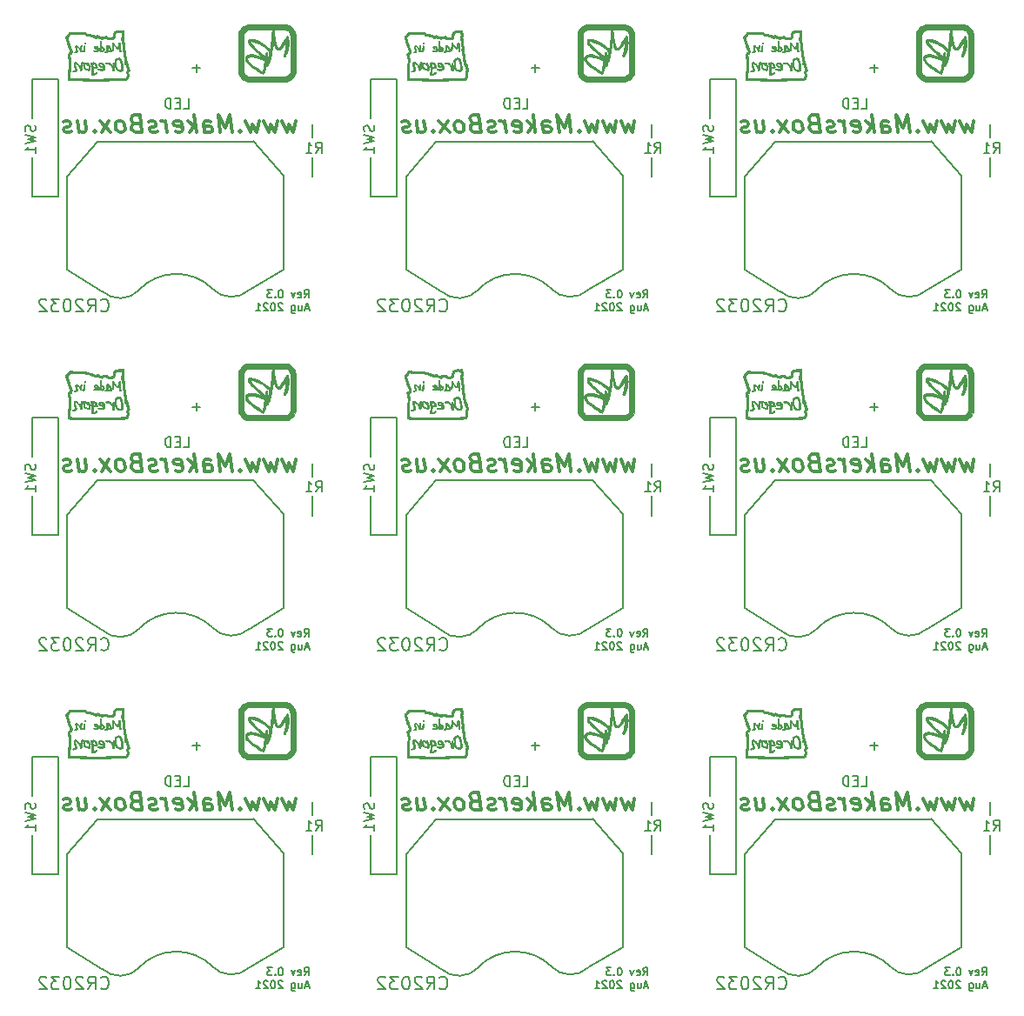
<source format=gbo>
%MOIN*%
%OFA0B0*%
%FSLAX46Y46*%
%IPPOS*%
%LPD*%
%ADD10C,0.005905511811023622*%
%ADD11C,0.011811023622047244*%
%ADD12C,0.0078740157480314977*%
%ADD13C,0.00010000000000000002*%
%ADD24C,0.005905511811023622*%
%ADD25C,0.011811023622047244*%
%ADD26C,0.0078740157480314977*%
%ADD27C,0.00010000000000000002*%
%ADD28C,0.005905511811023622*%
%ADD29C,0.011811023622047244*%
%ADD30C,0.0078740157480314977*%
%ADD31C,0.00010000000000000002*%
%ADD32C,0.005905511811023622*%
%ADD33C,0.011811023622047244*%
%ADD34C,0.0078740157480314977*%
%ADD35C,0.00010000000000000002*%
%ADD36C,0.005905511811023622*%
%ADD37C,0.011811023622047244*%
%ADD38C,0.0078740157480314977*%
%ADD39C,0.00010000000000000002*%
%ADD40C,0.005905511811023622*%
%ADD41C,0.011811023622047244*%
%ADD42C,0.0078740157480314977*%
%ADD43C,0.00010000000000000002*%
%ADD44C,0.005905511811023622*%
%ADD45C,0.011811023622047244*%
%ADD46C,0.0078740157480314977*%
%ADD47C,0.00010000000000000002*%
%ADD48C,0.005905511811023622*%
%ADD49C,0.011811023622047244*%
%ADD50C,0.0078740157480314977*%
%ADD51C,0.00010000000000000002*%
%ADD52C,0.005905511811023622*%
%ADD53C,0.011811023622047244*%
%ADD54C,0.0078740157480314977*%
%ADD55C,0.00010000000000000002*%
G01*
D10*
X0000049999Y0000950000D02*
X0000049999Y0000800000D01*
X0000150000Y0000950000D02*
X0000049999Y0000950000D01*
X0000150000Y0000500000D02*
X0000150000Y0000950000D01*
X0000049999Y0000500000D02*
X0000150000Y0000500000D01*
X0000049999Y0000650000D02*
X0000049999Y0000500000D01*
X0001124999Y0000650000D02*
X0001124999Y0000575000D01*
X0001124999Y0000725000D02*
X0001124999Y0000775000D01*
X0001092258Y0000111740D02*
X0001102100Y0000125801D01*
X0001109130Y0000111740D02*
X0001109130Y0000141268D01*
X0001097882Y0000141268D01*
X0001095070Y0000139862D01*
X0001093664Y0000138456D01*
X0001092258Y0000135643D01*
X0001092258Y0000131425D01*
X0001093664Y0000128613D01*
X0001095070Y0000127207D01*
X0001097882Y0000125801D01*
X0001109130Y0000125801D01*
X0001068354Y0000113146D02*
X0001071166Y0000111740D01*
X0001076791Y0000111740D01*
X0001079603Y0000113146D01*
X0001081009Y0000115958D01*
X0001081009Y0000127207D01*
X0001079603Y0000130019D01*
X0001076791Y0000131425D01*
X0001071166Y0000131425D01*
X0001068354Y0000130019D01*
X0001066948Y0000127207D01*
X0001066948Y0000124395D01*
X0001081009Y0000121583D01*
X0001057106Y0000131425D02*
X0001050075Y0000111740D01*
X0001043045Y0000131425D01*
X0001003675Y0000141268D02*
X0001000863Y0000141268D01*
X0000998051Y0000139862D01*
X0000996645Y0000138456D01*
X0000995238Y0000135643D01*
X0000993832Y0000130019D01*
X0000993832Y0000122989D01*
X0000995238Y0000117365D01*
X0000996645Y0000114552D01*
X0000998051Y0000113146D01*
X0001000863Y0000111740D01*
X0001003675Y0000111740D01*
X0001006487Y0000113146D01*
X0001007893Y0000114552D01*
X0001009299Y0000117365D01*
X0001010705Y0000122989D01*
X0001010705Y0000130019D01*
X0001009299Y0000135643D01*
X0001007893Y0000138456D01*
X0001006487Y0000139862D01*
X0001003675Y0000141268D01*
X0000981178Y0000114552D02*
X0000979772Y0000113146D01*
X0000981178Y0000111740D01*
X0000982584Y0000113146D01*
X0000981178Y0000114552D01*
X0000981178Y0000111740D01*
X0000969929Y0000141268D02*
X0000951650Y0000141268D01*
X0000961493Y0000130019D01*
X0000957275Y0000130019D01*
X0000954462Y0000128613D01*
X0000953056Y0000127207D01*
X0000951650Y0000124395D01*
X0000951650Y0000117365D01*
X0000953056Y0000114552D01*
X0000954462Y0000113146D01*
X0000957275Y0000111740D01*
X0000965711Y0000111740D01*
X0000968523Y0000113146D01*
X0000969929Y0000114552D01*
X0001110537Y0000069980D02*
X0001096476Y0000069980D01*
X0001113349Y0000061543D02*
X0001103506Y0000091071D01*
X0001093664Y0000061543D01*
X0001071166Y0000081228D02*
X0001071166Y0000061543D01*
X0001083821Y0000081228D02*
X0001083821Y0000065762D01*
X0001082415Y0000062949D01*
X0001079603Y0000061543D01*
X0001075385Y0000061543D01*
X0001072573Y0000062949D01*
X0001071166Y0000064356D01*
X0001044451Y0000081228D02*
X0001044451Y0000057325D01*
X0001045857Y0000054513D01*
X0001047263Y0000053107D01*
X0001050075Y0000051701D01*
X0001054294Y0000051701D01*
X0001057106Y0000053107D01*
X0001044451Y0000062949D02*
X0001047263Y0000061543D01*
X0001052888Y0000061543D01*
X0001055700Y0000062949D01*
X0001057106Y0000064356D01*
X0001058512Y0000067168D01*
X0001058512Y0000075604D01*
X0001057106Y0000078416D01*
X0001055700Y0000079822D01*
X0001052888Y0000081228D01*
X0001047263Y0000081228D01*
X0001044451Y0000079822D01*
X0001009299Y0000088259D02*
X0001007893Y0000089665D01*
X0001005081Y0000091071D01*
X0000998051Y0000091071D01*
X0000995238Y0000089665D01*
X0000993832Y0000088259D01*
X0000992426Y0000085447D01*
X0000992426Y0000082634D01*
X0000993832Y0000078416D01*
X0001010705Y0000061543D01*
X0000992426Y0000061543D01*
X0000974147Y0000091071D02*
X0000971335Y0000091071D01*
X0000968523Y0000089665D01*
X0000967117Y0000088259D01*
X0000965711Y0000085447D01*
X0000964305Y0000079822D01*
X0000964305Y0000072792D01*
X0000965711Y0000067168D01*
X0000967117Y0000064356D01*
X0000968523Y0000062949D01*
X0000971335Y0000061543D01*
X0000974147Y0000061543D01*
X0000976960Y0000062949D01*
X0000978366Y0000064356D01*
X0000979772Y0000067168D01*
X0000981178Y0000072792D01*
X0000981178Y0000079822D01*
X0000979772Y0000085447D01*
X0000978366Y0000088259D01*
X0000976960Y0000089665D01*
X0000974147Y0000091071D01*
X0000953056Y0000088259D02*
X0000951650Y0000089665D01*
X0000948838Y0000091071D01*
X0000941808Y0000091071D01*
X0000938996Y0000089665D01*
X0000937589Y0000088259D01*
X0000936183Y0000085447D01*
X0000936183Y0000082634D01*
X0000937589Y0000078416D01*
X0000954462Y0000061543D01*
X0000936183Y0000061543D01*
X0000908062Y0000061543D02*
X0000924935Y0000061543D01*
X0000916498Y0000061543D02*
X0000916498Y0000091071D01*
X0000919310Y0000086853D01*
X0000922123Y0000084041D01*
X0000924935Y0000082634D01*
D11*
X0001059046Y0000789341D02*
X0001051875Y0000744722D01*
X0001035142Y0000776593D01*
X0001026378Y0000744722D01*
X0001008052Y0000789341D01*
X0000988929Y0000789341D02*
X0000981758Y0000744722D01*
X0000965026Y0000776593D01*
X0000956262Y0000744722D01*
X0000937936Y0000789341D01*
X0000918813Y0000789341D02*
X0000911642Y0000744722D01*
X0000894910Y0000776593D01*
X0000886145Y0000744722D01*
X0000867820Y0000789341D01*
X0000847103Y0000751096D02*
X0000844315Y0000747909D01*
X0000847900Y0000744722D01*
X0000850689Y0000747909D01*
X0000847103Y0000751096D01*
X0000847900Y0000744722D01*
X0000816029Y0000744722D02*
X0000807663Y0000811651D01*
X0000791329Y0000763845D01*
X0000763044Y0000811651D01*
X0000771410Y0000744722D01*
X0000710855Y0000744722D02*
X0000706473Y0000779780D01*
X0000708863Y0000786154D01*
X0000714839Y0000789341D01*
X0000727587Y0000789341D01*
X0000734360Y0000786154D01*
X0000710456Y0000747909D02*
X0000717229Y0000744722D01*
X0000733165Y0000744722D01*
X0000739140Y0000747909D01*
X0000741531Y0000754283D01*
X0000740734Y0000760658D01*
X0000736750Y0000767032D01*
X0000729977Y0000770219D01*
X0000714042Y0000770219D01*
X0000707269Y0000773406D01*
X0000678984Y0000744722D02*
X0000670618Y0000811651D01*
X0000669422Y0000770219D02*
X0000653487Y0000744722D01*
X0000647910Y0000789341D02*
X0000676593Y0000763845D01*
X0000598908Y0000747909D02*
X0000605680Y0000744722D01*
X0000618429Y0000744722D01*
X0000624405Y0000747909D01*
X0000626795Y0000754283D01*
X0000623608Y0000779780D01*
X0000619624Y0000786154D01*
X0000612851Y0000789341D01*
X0000600103Y0000789341D01*
X0000594127Y0000786154D01*
X0000591737Y0000779780D01*
X0000592534Y0000773406D01*
X0000625201Y0000767032D01*
X0000567435Y0000744722D02*
X0000561858Y0000789341D01*
X0000563451Y0000776593D02*
X0000559467Y0000782967D01*
X0000555882Y0000786154D01*
X0000549109Y0000789341D01*
X0000542735Y0000789341D01*
X0000528792Y0000747909D02*
X0000522816Y0000744722D01*
X0000510067Y0000744722D01*
X0000503295Y0000747909D01*
X0000499311Y0000754283D01*
X0000498913Y0000757470D01*
X0000501303Y0000763845D01*
X0000507279Y0000767032D01*
X0000516840Y0000767032D01*
X0000522816Y0000770219D01*
X0000525206Y0000776593D01*
X0000524808Y0000779780D01*
X0000520824Y0000786154D01*
X0000514051Y0000789341D01*
X0000504490Y0000789341D01*
X0000498514Y0000786154D01*
X0000445130Y0000779780D02*
X0000435967Y0000776593D01*
X0000433179Y0000773406D01*
X0000430788Y0000767032D01*
X0000431983Y0000757470D01*
X0000435967Y0000751096D01*
X0000439553Y0000747909D01*
X0000446325Y0000744722D01*
X0000471822Y0000744722D01*
X0000463456Y0000811651D01*
X0000441146Y0000811651D01*
X0000435171Y0000808464D01*
X0000432382Y0000805277D01*
X0000429991Y0000798903D01*
X0000430788Y0000792529D01*
X0000434772Y0000786154D01*
X0000438358Y0000782967D01*
X0000445130Y0000779780D01*
X0000467440Y0000779780D01*
X0000395332Y0000744722D02*
X0000401308Y0000747909D01*
X0000404096Y0000751096D01*
X0000406487Y0000757470D01*
X0000404096Y0000776593D01*
X0000400112Y0000782967D01*
X0000396527Y0000786154D01*
X0000389754Y0000789341D01*
X0000380193Y0000789341D01*
X0000374217Y0000786154D01*
X0000371428Y0000782967D01*
X0000369038Y0000776593D01*
X0000371428Y0000757470D01*
X0000375412Y0000751096D01*
X0000378998Y0000747909D01*
X0000385770Y0000744722D01*
X0000395332Y0000744722D01*
X0000350712Y0000744722D02*
X0000310077Y0000789341D01*
X0000345135Y0000789341D02*
X0000315654Y0000744722D01*
X0000289361Y0000751096D02*
X0000286572Y0000747909D01*
X0000290157Y0000744722D01*
X0000292946Y0000747909D01*
X0000289361Y0000751096D01*
X0000290157Y0000744722D01*
X0000224025Y0000789341D02*
X0000229602Y0000744722D01*
X0000252709Y0000789341D02*
X0000257091Y0000754283D01*
X0000254701Y0000747909D01*
X0000248725Y0000744722D01*
X0000239164Y0000744722D01*
X0000232391Y0000747909D01*
X0000228806Y0000751096D01*
X0000200520Y0000747909D02*
X0000194544Y0000744722D01*
X0000181796Y0000744722D01*
X0000175023Y0000747909D01*
X0000171039Y0000754283D01*
X0000170641Y0000757470D01*
X0000173031Y0000763845D01*
X0000179007Y0000767032D01*
X0000188569Y0000767032D01*
X0000194544Y0000770219D01*
X0000196935Y0000776593D01*
X0000196536Y0000779780D01*
X0000192552Y0000786154D01*
X0000185780Y0000789341D01*
X0000176219Y0000789341D01*
X0000170243Y0000786154D01*
D12*
X0000313112Y0000062424D02*
X0000315455Y0000060080D01*
X0000322485Y0000057737D01*
X0000327172Y0000057737D01*
X0000334203Y0000060080D01*
X0000338890Y0000064767D01*
X0000341233Y0000069454D01*
X0000343577Y0000078828D01*
X0000343577Y0000085858D01*
X0000341233Y0000095232D01*
X0000338890Y0000099919D01*
X0000334203Y0000104606D01*
X0000327172Y0000106949D01*
X0000322485Y0000106949D01*
X0000315455Y0000104606D01*
X0000313112Y0000102262D01*
X0000263899Y0000057737D02*
X0000280303Y0000081171D01*
X0000292020Y0000057737D02*
X0000292020Y0000106949D01*
X0000273273Y0000106949D01*
X0000268586Y0000104606D01*
X0000266242Y0000102262D01*
X0000263899Y0000097575D01*
X0000263899Y0000090545D01*
X0000266242Y0000085858D01*
X0000268586Y0000083515D01*
X0000273273Y0000081171D01*
X0000292020Y0000081171D01*
X0000245151Y0000102262D02*
X0000242808Y0000104606D01*
X0000238121Y0000106949D01*
X0000226404Y0000106949D01*
X0000221717Y0000104606D01*
X0000219373Y0000102262D01*
X0000217030Y0000097575D01*
X0000217030Y0000092888D01*
X0000219373Y0000085858D01*
X0000247495Y0000057737D01*
X0000217030Y0000057737D01*
X0000186565Y0000106949D02*
X0000181878Y0000106949D01*
X0000177191Y0000104606D01*
X0000174848Y0000102262D01*
X0000172504Y0000097575D01*
X0000170161Y0000088202D01*
X0000170161Y0000076484D01*
X0000172504Y0000067111D01*
X0000174848Y0000062424D01*
X0000177191Y0000060080D01*
X0000181878Y0000057737D01*
X0000186565Y0000057737D01*
X0000191252Y0000060080D01*
X0000193595Y0000062424D01*
X0000195939Y0000067111D01*
X0000198282Y0000076484D01*
X0000198282Y0000088202D01*
X0000195939Y0000097575D01*
X0000193595Y0000102262D01*
X0000191252Y0000104606D01*
X0000186565Y0000106949D01*
X0000153757Y0000106949D02*
X0000123292Y0000106949D01*
X0000139696Y0000088202D01*
X0000132665Y0000088202D01*
X0000127978Y0000085858D01*
X0000125635Y0000083515D01*
X0000123292Y0000078828D01*
X0000123292Y0000067111D01*
X0000125635Y0000062424D01*
X0000127978Y0000060080D01*
X0000132665Y0000057737D01*
X0000146726Y0000057737D01*
X0000151413Y0000060080D01*
X0000153757Y0000062424D01*
X0000104544Y0000102262D02*
X0000102200Y0000104606D01*
X0000097514Y0000106949D01*
X0000085796Y0000106949D01*
X0000081109Y0000104606D01*
X0000078766Y0000102262D01*
X0000076422Y0000097575D01*
X0000076422Y0000092888D01*
X0000078766Y0000085858D01*
X0000106887Y0000057737D01*
X0000076422Y0000057737D01*
D10*
X0000882499Y0000142500D02*
X0001014999Y0000220000D01*
X0000317499Y0000137500D02*
X0000184999Y0000220000D01*
X0000299999Y0000710000D02*
X0000184999Y0000577500D01*
X0001014999Y0000580000D02*
X0000897499Y0000712500D01*
X0000899999Y0000710000D02*
X0000299999Y0000710000D01*
X0001014999Y0000220000D02*
X0001014999Y0000580000D01*
X0000184999Y0000220000D02*
X0000184999Y0000580000D01*
X0000883500Y0000142500D02*
G75*
G02*
X0000738499Y0000147499I-0000070000J0000075000D01*
G01*
X0000461999Y0000142500D02*
G75*
G02*
X0000316999Y0000137500I-0000075000J0000070000D01*
G01*
X0000459999Y0000142500D02*
G75*
G02*
X0000739999Y0000147499I0000142500J-0000137500D01*
G01*
D13*
G36*
X0000178100Y0001109300D02*
G01*
X0000178100Y0001107800D01*
X0000178199Y0001106800D01*
X0000178299Y0001105900D01*
X0000178499Y0001105200D01*
X0000178900Y0001104400D01*
X0000178999Y0001104100D01*
X0000179499Y0001102999D01*
X0000179899Y0001102000D01*
X0000180299Y0001100800D01*
X0000180699Y0001099400D01*
X0000181100Y0001097600D01*
X0000181599Y0001095499D01*
X0000181799Y0001094800D01*
X0000182399Y0001091900D01*
X0000183099Y0001089499D01*
X0000183699Y0001087400D01*
X0000184499Y0001085600D01*
X0000185299Y0001084000D01*
X0000185299Y0001108800D01*
X0000185299Y0001109400D01*
X0000185399Y0001109900D01*
X0000185700Y0001110400D01*
X0000186199Y0001111000D01*
X0000187100Y0001111700D01*
X0000187499Y0001112100D01*
X0000188599Y0001113000D01*
X0000189599Y0001114000D01*
X0000190299Y0001114900D01*
X0000190599Y0001115200D01*
X0000191099Y0001115900D01*
X0000191899Y0001116900D01*
X0000192899Y0001118100D01*
X0000193900Y0001119300D01*
X0000193999Y0001119400D01*
X0000194899Y0001120500D01*
X0000195699Y0001121500D01*
X0000196199Y0001122200D01*
X0000196499Y0001122600D01*
X0000196499Y0001122700D01*
X0000196699Y0001122900D01*
X0000197399Y0001122900D01*
X0000198399Y0001122900D01*
X0000199599Y0001122700D01*
X0000200799Y0001122499D01*
X0000201199Y0001122400D01*
X0000201699Y0001122300D01*
X0000202199Y0001122100D01*
X0000202799Y0001122100D01*
X0000203499Y0001122000D01*
X0000204499Y0001121900D01*
X0000205799Y0001121800D01*
X0000207299Y0001121800D01*
X0000209199Y0001121700D01*
X0000211499Y0001121700D01*
X0000214299Y0001121600D01*
X0000217599Y0001121500D01*
X0000219699Y0001121500D01*
X0000223099Y0001121400D01*
X0000226499Y0001121400D01*
X0000229900Y0001121300D01*
X0000233199Y0001121300D01*
X0000236299Y0001121200D01*
X0000239099Y0001121200D01*
X0000241600Y0001121200D01*
X0000243499Y0001121200D01*
X0000243999Y0001121200D01*
X0000251599Y0001121200D01*
X0000253999Y0001118800D01*
X0000256399Y0001116499D01*
X0000258000Y0001116499D01*
X0000259099Y0001116499D01*
X0000260499Y0001116600D01*
X0000261599Y0001116800D01*
X0000262900Y0001116900D01*
X0000264099Y0001116800D01*
X0000265399Y0001116600D01*
X0000266999Y0001116200D01*
X0000268799Y0001115500D01*
X0000270999Y0001114600D01*
X0000271600Y0001114400D01*
X0000273299Y0001113600D01*
X0000274600Y0001113100D01*
X0000275700Y0001112800D01*
X0000276699Y0001112600D01*
X0000277799Y0001112400D01*
X0000278499Y0001112300D01*
X0000280299Y0001112100D01*
X0000281700Y0001111900D01*
X0000282800Y0001111600D01*
X0000283600Y0001111200D01*
X0000284399Y0001110700D01*
X0000285199Y0001109900D01*
X0000285299Y0001109800D01*
X0000286199Y0001108999D01*
X0000287199Y0001108300D01*
X0000287899Y0001107800D01*
X0000288699Y0001107600D01*
X0000289900Y0001107400D01*
X0000291299Y0001107100D01*
X0000292799Y0001107000D01*
X0000294099Y0001106800D01*
X0000295099Y0001106800D01*
X0000295699Y0001106900D01*
X0000296199Y0001107200D01*
X0000297099Y0001107700D01*
X0000297899Y0001108400D01*
X0000298799Y0001109200D01*
X0000299399Y0001109500D01*
X0000299799Y0001109600D01*
X0000299999Y0001109500D01*
X0000300399Y0001109200D01*
X0000301199Y0001108700D01*
X0000302299Y0001108000D01*
X0000303500Y0001107200D01*
X0000303800Y0001107000D01*
X0000307199Y0001104900D01*
X0000310199Y0001104800D01*
X0000311599Y0001104700D01*
X0000312500Y0001104600D01*
X0000312999Y0001104499D01*
X0000313399Y0001104300D01*
X0000313600Y0001104000D01*
X0000313699Y0001103800D01*
X0000314499Y0001102900D01*
X0000315599Y0001102300D01*
X0000316799Y0001102000D01*
X0000316999Y0001102000D01*
X0000318099Y0001102300D01*
X0000319199Y0001102999D01*
X0000320299Y0001104200D01*
X0000320700Y0001104700D01*
X0000321199Y0001105200D01*
X0000321500Y0001105600D01*
X0000321899Y0001105900D01*
X0000322399Y0001106200D01*
X0000323199Y0001106300D01*
X0000324199Y0001106500D01*
X0000325699Y0001106700D01*
X0000327599Y0001106800D01*
X0000328199Y0001106900D01*
X0000332499Y0001107300D01*
X0000333699Y0001106200D01*
X0000335099Y0001104900D01*
X0000336500Y0001103900D01*
X0000337699Y0001103100D01*
X0000338099Y0001102900D01*
X0000338999Y0001102700D01*
X0000340299Y0001102500D01*
X0000341999Y0001102300D01*
X0000343799Y0001102100D01*
X0000345800Y0001101900D01*
X0000347700Y0001101800D01*
X0000349499Y0001101800D01*
X0000349600Y0001101800D01*
X0000351500Y0001101800D01*
X0000353199Y0001102000D01*
X0000354899Y0001102200D01*
X0000356799Y0001102600D01*
X0000358600Y0001102999D01*
X0000359899Y0001103400D01*
X0000360899Y0001103900D01*
X0000361799Y0001104400D01*
X0000362700Y0001105200D01*
X0000363699Y0001106200D01*
X0000364399Y0001107000D01*
X0000364999Y0001107800D01*
X0000365299Y0001108700D01*
X0000365599Y0001109800D01*
X0000365899Y0001111200D01*
X0000365999Y0001112900D01*
X0000366199Y0001114900D01*
X0000366500Y0001117999D01*
X0000366999Y0001120700D01*
X0000367799Y0001122900D01*
X0000368799Y0001124700D01*
X0000368899Y0001124900D01*
X0000369899Y0001125900D01*
X0000371400Y0001126999D01*
X0000371899Y0001127300D01*
X0000372999Y0001127800D01*
X0000373899Y0001128200D01*
X0000374599Y0001128300D01*
X0000375500Y0001128300D01*
X0000375599Y0001128300D01*
X0000377099Y0001128300D01*
X0000378800Y0001128600D01*
X0000379999Y0001128900D01*
X0000381500Y0001129400D01*
X0000382600Y0001129600D01*
X0000383299Y0001129700D01*
X0000383899Y0001129500D01*
X0000384500Y0001129300D01*
X0000384800Y0001129100D01*
X0000385999Y0001128500D01*
X0000387699Y0001128300D01*
X0000389599Y0001128500D01*
X0000390199Y0001128700D01*
X0000391099Y0001128900D01*
X0000391899Y0001129100D01*
X0000392199Y0001129100D01*
X0000392199Y0001128900D01*
X0000392299Y0001128100D01*
X0000392299Y0001127200D01*
X0000392299Y0001127100D01*
X0000392299Y0001126000D01*
X0000392400Y0001125200D01*
X0000392599Y0001124500D01*
X0000393099Y0001123800D01*
X0000393999Y0001122499D01*
X0000393699Y0001117800D01*
X0000393599Y0001116000D01*
X0000393399Y0001114700D01*
X0000393299Y0001113700D01*
X0000393099Y0001113000D01*
X0000392899Y0001112400D01*
X0000392599Y0001111800D01*
X0000392400Y0001111500D01*
X0000391799Y0001110300D01*
X0000391499Y0001109200D01*
X0000391499Y0001108400D01*
X0000391399Y0001107300D01*
X0000391300Y0001106400D01*
X0000391199Y0001106100D01*
X0000391099Y0001105400D01*
X0000390899Y0001104400D01*
X0000390899Y0001103100D01*
X0000390899Y0001102600D01*
X0000390899Y0001101300D01*
X0000390899Y0001100500D01*
X0000391099Y0001099900D01*
X0000391399Y0001099500D01*
X0000391799Y0001099000D01*
X0000391899Y0001098900D01*
X0000392700Y0001098300D01*
X0000393500Y0001098000D01*
X0000393599Y0001097900D01*
X0000393999Y0001097900D01*
X0000394199Y0001097700D01*
X0000394399Y0001097100D01*
X0000394499Y0001096100D01*
X0000394600Y0001094800D01*
X0000394699Y0001093300D01*
X0000394699Y0001092400D01*
X0000394799Y0001090700D01*
X0000394999Y0001088500D01*
X0000395299Y0001085700D01*
X0000395799Y0001082300D01*
X0000396500Y0001078400D01*
X0000396500Y0001078100D01*
X0000396799Y0001076400D01*
X0000396999Y0001074800D01*
X0000397199Y0001073600D01*
X0000397300Y0001072700D01*
X0000397399Y0001072400D01*
X0000397399Y0001071900D01*
X0000397300Y0001071000D01*
X0000397300Y0001069800D01*
X0000397199Y0001068600D01*
X0000397199Y0001067300D01*
X0000397099Y0001066100D01*
X0000396999Y0001065300D01*
X0000396899Y0001065000D01*
X0000396500Y0001064000D01*
X0000396399Y0001062800D01*
X0000396500Y0001061600D01*
X0000396899Y0001060599D01*
X0000397499Y0001060100D01*
X0000397799Y0001059600D01*
X0000398099Y0001058600D01*
X0000398499Y0001057000D01*
X0000398799Y0001054800D01*
X0000399199Y0001052100D01*
X0000399500Y0001049000D01*
X0000399699Y0001046600D01*
X0000399899Y0001044500D01*
X0000400099Y0001042500D01*
X0000400300Y0001040800D01*
X0000400499Y0001039399D01*
X0000400600Y0001038400D01*
X0000400699Y0001037900D01*
X0000401099Y0001037100D01*
X0000401499Y0001036000D01*
X0000401899Y0001035000D01*
X0000402199Y0001034200D01*
X0000402500Y0001033599D01*
X0000402599Y0001032899D01*
X0000402699Y0001032099D01*
X0000402699Y0001031100D01*
X0000402599Y0001029800D01*
X0000402500Y0001028000D01*
X0000402500Y0001027199D01*
X0000402399Y0001025400D01*
X0000402399Y0001024000D01*
X0000402599Y0001022900D01*
X0000402899Y0001021900D01*
X0000403399Y0001020799D01*
X0000404199Y0001019500D01*
X0000404899Y0001018000D01*
X0000405299Y0001016900D01*
X0000405500Y0001015800D01*
X0000405299Y0001014699D01*
X0000404899Y0001013200D01*
X0000404700Y0001012800D01*
X0000404199Y0001011300D01*
X0000403899Y0001010100D01*
X0000403899Y0001009300D01*
X0000403999Y0001008599D01*
X0000404299Y0001008000D01*
X0000404299Y0001007900D01*
X0000404899Y0001007300D01*
X0000405899Y0001006600D01*
X0000407099Y0001005900D01*
X0000408399Y0001005400D01*
X0000409199Y0001005100D01*
X0000409999Y0001004900D01*
X0000409999Y0001001400D01*
X0000409999Y0000997800D01*
X0000411199Y0000995300D01*
X0000412499Y0000992600D01*
X0000413499Y0000990300D01*
X0000414299Y0000988400D01*
X0000414799Y0000987000D01*
X0000414999Y0000986200D01*
X0000415099Y0000985500D01*
X0000415099Y0000984900D01*
X0000414799Y0000984300D01*
X0000414199Y0000983500D01*
X0000414199Y0000983400D01*
X0000413099Y0000981800D01*
X0000412199Y0000980300D01*
X0000411500Y0000978500D01*
X0000411199Y0000977400D01*
X0000410599Y0000975300D01*
X0000411500Y0000971400D01*
X0000412099Y0000968800D01*
X0000412399Y0000966700D01*
X0000412600Y0000964900D01*
X0000412600Y0000963300D01*
X0000412300Y0000961800D01*
X0000411899Y0000960300D01*
X0000411299Y0000958600D01*
X0000410799Y0000957100D01*
X0000410199Y0000955800D01*
X0000409799Y0000954900D01*
X0000409399Y0000954500D01*
X0000409399Y0000954400D01*
X0000408999Y0000954300D01*
X0000408199Y0000954000D01*
X0000407899Y0000953800D01*
X0000406999Y0000953500D01*
X0000405599Y0000953200D01*
X0000403699Y0000953000D01*
X0000401299Y0000952900D01*
X0000398299Y0000952800D01*
X0000394799Y0000952700D01*
X0000390799Y0000952700D01*
X0000390399Y0000952700D01*
X0000388199Y0000952600D01*
X0000385600Y0000952600D01*
X0000382699Y0000952500D01*
X0000379600Y0000952500D01*
X0000376499Y0000952400D01*
X0000373600Y0000952200D01*
X0000372800Y0000952200D01*
X0000363500Y0000951900D01*
X0000354599Y0000951500D01*
X0000345800Y0000951300D01*
X0000336999Y0000951100D01*
X0000328299Y0000950900D01*
X0000319499Y0000950800D01*
X0000310600Y0000950700D01*
X0000301399Y0000950700D01*
X0000291999Y0000950700D01*
X0000282099Y0000950700D01*
X0000271799Y0000950800D01*
X0000266599Y0000950900D01*
X0000259299Y0000951000D01*
X0000252599Y0000951100D01*
X0000246399Y0000951200D01*
X0000240699Y0000951300D01*
X0000235399Y0000951400D01*
X0000230499Y0000951500D01*
X0000225899Y0000951600D01*
X0000221700Y0000951700D01*
X0000217799Y0000951900D01*
X0000214199Y0000952000D01*
X0000210699Y0000952100D01*
X0000207399Y0000952300D01*
X0000205599Y0000952400D01*
X0000203099Y0000952500D01*
X0000200799Y0000952700D01*
X0000198699Y0000952800D01*
X0000196900Y0000952900D01*
X0000195599Y0000953000D01*
X0000194700Y0000953000D01*
X0000194199Y0000953000D01*
X0000194199Y0000953300D01*
X0000194299Y0000954200D01*
X0000194299Y0000955500D01*
X0000194399Y0000957400D01*
X0000194499Y0000959699D01*
X0000194599Y0000962400D01*
X0000194799Y0000965500D01*
X0000194899Y0000968900D01*
X0000195099Y0000972700D01*
X0000195299Y0000976700D01*
X0000195399Y0000980900D01*
X0000195599Y0000985400D01*
X0000195899Y0000990000D01*
X0000195899Y0000990600D01*
X0000196100Y0000996100D01*
X0000196299Y0001001100D01*
X0000196499Y0001005600D01*
X0000196699Y0001009600D01*
X0000196900Y0001013100D01*
X0000196999Y0001016200D01*
X0000197099Y0001018800D01*
X0000197199Y0001021199D01*
X0000197199Y0001023099D01*
X0000197199Y0001024800D01*
X0000197199Y0001026099D01*
X0000197199Y0001027299D01*
X0000197199Y0001028200D01*
X0000197099Y0001028900D01*
X0000196999Y0001029500D01*
X0000196900Y0001029900D01*
X0000196799Y0001030300D01*
X0000196599Y0001030599D01*
X0000196399Y0001030800D01*
X0000196199Y0001031100D01*
X0000195999Y0001031400D01*
X0000195499Y0001032000D01*
X0000195199Y0001032600D01*
X0000195099Y0001033199D01*
X0000195199Y0001034200D01*
X0000195199Y0001034600D01*
X0000195199Y0001036000D01*
X0000195099Y0001037300D01*
X0000194700Y0001038899D01*
X0000194700Y0001038999D01*
X0000194199Y0001040700D01*
X0000193900Y0001041900D01*
X0000193799Y0001042800D01*
X0000193799Y0001043300D01*
X0000193900Y0001043700D01*
X0000194199Y0001043900D01*
X0000194199Y0001044000D01*
X0000194899Y0001044200D01*
X0000195800Y0001044500D01*
X0000196199Y0001044500D01*
X0000197299Y0001044800D01*
X0000198199Y0001045199D01*
X0000198999Y0001045800D01*
X0000199699Y0001046700D01*
X0000200599Y0001048100D01*
X0000201299Y0001049500D01*
X0000202999Y0001053000D01*
X0000202699Y0001056099D01*
X0000202499Y0001057300D01*
X0000202299Y0001058400D01*
X0000201999Y0001059400D01*
X0000201699Y0001060500D01*
X0000201199Y0001061900D01*
X0000200399Y0001063599D01*
X0000200199Y0001064100D01*
X0000199399Y0001066100D01*
X0000198499Y0001068100D01*
X0000197599Y0001070200D01*
X0000196799Y0001072000D01*
X0000196399Y0001072700D01*
X0000195800Y0001074200D01*
X0000195299Y0001075300D01*
X0000195000Y0001076100D01*
X0000194899Y0001076600D01*
X0000195000Y0001077000D01*
X0000195000Y0001077400D01*
X0000195299Y0001078400D01*
X0000195299Y0001079600D01*
X0000194899Y0001080900D01*
X0000194199Y0001082500D01*
X0000193199Y0001084400D01*
X0000193100Y0001084500D01*
X0000192199Y0001086100D01*
X0000191399Y0001087500D01*
X0000190799Y0001088700D01*
X0000190399Y0001089900D01*
X0000189899Y0001091200D01*
X0000189499Y0001092800D01*
X0000189099Y0001094600D01*
X0000188700Y0001096400D01*
X0000188099Y0001098900D01*
X0000187599Y0001100900D01*
X0000187199Y0001102500D01*
X0000186800Y0001103800D01*
X0000186399Y0001104900D01*
X0000186099Y0001105800D01*
X0000185799Y0001106200D01*
X0000185499Y0001107300D01*
X0000185299Y0001108500D01*
X0000185299Y0001108800D01*
X0000185299Y0001084000D01*
X0000185399Y0001083900D01*
X0000185599Y0001083300D01*
X0000186299Y0001082200D01*
X0000186699Y0001081300D01*
X0000186899Y0001080800D01*
X0000186899Y0001080400D01*
X0000186699Y0001080000D01*
X0000186599Y0001079300D01*
X0000186499Y0001078600D01*
X0000186699Y0001077700D01*
X0000186999Y0001076600D01*
X0000187599Y0001075200D01*
X0000188399Y0001073300D01*
X0000189000Y0001072100D01*
X0000190399Y0001068900D01*
X0000191799Y0001065900D01*
X0000192899Y0001063200D01*
X0000193900Y0001060800D01*
X0000194700Y0001058800D01*
X0000195199Y0001057200D01*
X0000195499Y0001056099D01*
X0000195499Y0001056000D01*
X0000195699Y0001054900D01*
X0000195599Y0001054200D01*
X0000195399Y0001053400D01*
X0000195099Y0001052900D01*
X0000194700Y0001052100D01*
X0000194199Y0001051599D01*
X0000193599Y0001051300D01*
X0000192699Y0001051100D01*
X0000192199Y0001051000D01*
X0000191599Y0001050900D01*
X0000190900Y0001050500D01*
X0000190199Y0001049900D01*
X0000189099Y0001048900D01*
X0000188799Y0001048500D01*
X0000187799Y0001047500D01*
X0000187100Y0001046800D01*
X0000186699Y0001046300D01*
X0000186499Y0001045800D01*
X0000186499Y0001045199D01*
X0000186499Y0001044800D01*
X0000186599Y0001042700D01*
X0000187100Y0001040300D01*
X0000187699Y0001037800D01*
X0000187999Y0001036700D01*
X0000188099Y0001035800D01*
X0000188099Y0001034900D01*
X0000187999Y0001033700D01*
X0000187900Y0001033500D01*
X0000187799Y0001032200D01*
X0000187799Y0001031100D01*
X0000188099Y0001030200D01*
X0000188799Y0001029099D01*
X0000189499Y0001028200D01*
X0000190399Y0001027099D01*
X0000188700Y0000988500D01*
X0000188499Y0000983800D01*
X0000188299Y0000979199D01*
X0000188099Y0000974800D01*
X0000187900Y0000970600D01*
X0000187799Y0000966700D01*
X0000187599Y0000963100D01*
X0000187499Y0000959800D01*
X0000187399Y0000956900D01*
X0000187299Y0000954400D01*
X0000187199Y0000952300D01*
X0000187199Y0000950700D01*
X0000187199Y0000949600D01*
X0000187199Y0000949000D01*
X0000187599Y0000948000D01*
X0000188399Y0000947100D01*
X0000189299Y0000946500D01*
X0000189499Y0000946400D01*
X0000189999Y0000946300D01*
X0000191099Y0000946200D01*
X0000192599Y0000946100D01*
X0000194499Y0000945900D01*
X0000196799Y0000945800D01*
X0000199299Y0000945600D01*
X0000202199Y0000945500D01*
X0000205199Y0000945300D01*
X0000208399Y0000945200D01*
X0000211599Y0000945000D01*
X0000214900Y0000944900D01*
X0000218099Y0000944800D01*
X0000221299Y0000944700D01*
X0000224299Y0000944600D01*
X0000227099Y0000944500D01*
X0000228800Y0000944400D01*
X0000231199Y0000944400D01*
X0000234099Y0000944300D01*
X0000237399Y0000944300D01*
X0000240999Y0000944200D01*
X0000244999Y0000944100D01*
X0000249199Y0000944100D01*
X0000253499Y0000944000D01*
X0000258000Y0000944000D01*
X0000262399Y0000943900D01*
X0000266700Y0000943800D01*
X0000268399Y0000943800D01*
X0000272399Y0000943800D01*
X0000276399Y0000943700D01*
X0000280299Y0000943700D01*
X0000284099Y0000943600D01*
X0000287599Y0000943600D01*
X0000290899Y0000943600D01*
X0000293799Y0000943500D01*
X0000296299Y0000943500D01*
X0000298399Y0000943500D01*
X0000299999Y0000943500D01*
X0000300899Y0000943500D01*
X0000302299Y0000943500D01*
X0000304299Y0000943500D01*
X0000306699Y0000943500D01*
X0000309500Y0000943500D01*
X0000312500Y0000943500D01*
X0000315699Y0000943600D01*
X0000318999Y0000943600D01*
X0000322299Y0000943700D01*
X0000323700Y0000943700D01*
X0000329799Y0000943800D01*
X0000335700Y0000944000D01*
X0000341499Y0000944100D01*
X0000346999Y0000944300D01*
X0000352199Y0000944400D01*
X0000357099Y0000944600D01*
X0000361600Y0000944700D01*
X0000365599Y0000944800D01*
X0000368999Y0000945000D01*
X0000369699Y0000945000D01*
X0000371899Y0000945100D01*
X0000374499Y0000945200D01*
X0000377299Y0000945200D01*
X0000380099Y0000945300D01*
X0000382799Y0000945300D01*
X0000383799Y0000945300D01*
X0000386400Y0000945300D01*
X0000389299Y0000945400D01*
X0000392499Y0000945400D01*
X0000395599Y0000945600D01*
X0000398599Y0000945700D01*
X0000400099Y0000945700D01*
X0000408599Y0000946200D01*
X0000411399Y0000947500D01*
X0000412699Y0000948200D01*
X0000413700Y0000948700D01*
X0000414399Y0000949200D01*
X0000414599Y0000949400D01*
X0000415199Y0000950200D01*
X0000415799Y0000951400D01*
X0000416599Y0000953000D01*
X0000417299Y0000954700D01*
X0000417999Y0000956400D01*
X0000418600Y0000957900D01*
X0000419099Y0000959500D01*
X0000419400Y0000960800D01*
X0000419599Y0000961800D01*
X0000419700Y0000963000D01*
X0000419700Y0000963800D01*
X0000419499Y0000966700D01*
X0000418999Y0000970000D01*
X0000418399Y0000972900D01*
X0000418099Y0000974300D01*
X0000418099Y0000975400D01*
X0000418399Y0000976600D01*
X0000418999Y0000977900D01*
X0000419899Y0000979400D01*
X0000420500Y0000980100D01*
X0000421399Y0000981500D01*
X0000421999Y0000982500D01*
X0000422299Y0000983500D01*
X0000422400Y0000984500D01*
X0000422299Y0000985800D01*
X0000421999Y0000987300D01*
X0000421699Y0000988500D01*
X0000421199Y0000990100D01*
X0000420500Y0000991900D01*
X0000419700Y0000994000D01*
X0000418699Y0000996000D01*
X0000417899Y0000997700D01*
X0000417599Y0000998400D01*
X0000417299Y0000999000D01*
X0000417199Y0000999700D01*
X0000417099Y0001000500D01*
X0000417099Y0001001699D01*
X0000417099Y0001003300D01*
X0000417099Y0001003500D01*
X0000416999Y0001005400D01*
X0000416899Y0001007000D01*
X0000416700Y0001008100D01*
X0000416199Y0001008999D01*
X0000415499Y0001009800D01*
X0000414399Y0001010500D01*
X0000412899Y0001011300D01*
X0000412099Y0001011700D01*
X0000412099Y0001012000D01*
X0000412199Y0001012700D01*
X0000412399Y0001013700D01*
X0000412499Y0001014000D01*
X0000412699Y0001015800D01*
X0000412699Y0001017000D01*
X0000412699Y0001017300D01*
X0000412199Y0001019000D01*
X0000411399Y0001020799D01*
X0000410499Y0001022600D01*
X0000410199Y0001023099D01*
X0000409899Y0001023600D01*
X0000409699Y0001024100D01*
X0000409499Y0001024700D01*
X0000409499Y0001025400D01*
X0000409499Y0001026300D01*
X0000409499Y0001027500D01*
X0000409699Y0001029200D01*
X0000409899Y0001031300D01*
X0000409899Y0001031400D01*
X0000409899Y0001032400D01*
X0000409899Y0001033400D01*
X0000409600Y0001034500D01*
X0000409300Y0001035600D01*
X0000408799Y0001036900D01*
X0000408399Y0001038099D01*
X0000407999Y0001038999D01*
X0000407899Y0001039199D01*
X0000407700Y0001039700D01*
X0000407499Y0001040500D01*
X0000407400Y0001041600D01*
X0000407199Y0001043100D01*
X0000406999Y0001045099D01*
X0000406799Y0001047500D01*
X0000406499Y0001050200D01*
X0000406199Y0001052800D01*
X0000405899Y0001055300D01*
X0000405500Y0001057700D01*
X0000405199Y0001059800D01*
X0000404899Y0001061500D01*
X0000404499Y0001062700D01*
X0000404400Y0001063100D01*
X0000404400Y0001063800D01*
X0000404499Y0001064500D01*
X0000404599Y0001065500D01*
X0000404400Y0001066900D01*
X0000404199Y0001068200D01*
X0000404299Y0001069600D01*
X0000404400Y0001070300D01*
X0000404499Y0001071200D01*
X0000404599Y0001072000D01*
X0000404499Y0001072900D01*
X0000404400Y0001074000D01*
X0000404099Y0001075600D01*
X0000403999Y0001076200D01*
X0000403300Y0001079900D01*
X0000402799Y0001083300D01*
X0000402399Y0001086499D01*
X0000402099Y0001089700D01*
X0000401799Y0001093200D01*
X0000401599Y0001096200D01*
X0000401499Y0001098800D01*
X0000401299Y0001100800D01*
X0000401199Y0001102400D01*
X0000400999Y0001103600D01*
X0000400899Y0001104499D01*
X0000400600Y0001105200D01*
X0000400300Y0001105700D01*
X0000399899Y0001105999D01*
X0000399599Y0001106300D01*
X0000399099Y0001106700D01*
X0000398899Y0001107200D01*
X0000398999Y0001107900D01*
X0000399299Y0001108900D01*
X0000399699Y0001109900D01*
X0000399999Y0001110400D01*
X0000400099Y0001110800D01*
X0000400300Y0001111300D01*
X0000400399Y0001111999D01*
X0000400499Y0001112900D01*
X0000400600Y0001114100D01*
X0000400699Y0001115800D01*
X0000400899Y0001117900D01*
X0000400899Y0001119000D01*
X0000401299Y0001125000D01*
X0000400300Y0001126200D01*
X0000399299Y0001127400D01*
X0000399599Y0001130400D01*
X0000399699Y0001132300D01*
X0000399699Y0001133700D01*
X0000399599Y0001134700D01*
X0000399199Y0001135500D01*
X0000398700Y0001136100D01*
X0000398599Y0001136200D01*
X0000397999Y0001136700D01*
X0000397300Y0001136900D01*
X0000396399Y0001137000D01*
X0000395299Y0001137000D01*
X0000393799Y0001136700D01*
X0000391799Y0001136300D01*
X0000391600Y0001136200D01*
X0000387999Y0001135400D01*
X0000386599Y0001136200D01*
X0000385600Y0001136700D01*
X0000384699Y0001137000D01*
X0000383599Y0001137000D01*
X0000382399Y0001136800D01*
X0000380700Y0001136500D01*
X0000379499Y0001136200D01*
X0000378099Y0001135800D01*
X0000376999Y0001135500D01*
X0000376300Y0001135400D01*
X0000375599Y0001135500D01*
X0000375099Y0001135600D01*
X0000374299Y0001135700D01*
X0000373600Y0001135700D01*
X0000372800Y0001135600D01*
X0000371799Y0001135200D01*
X0000370600Y0001134600D01*
X0000369299Y0001133900D01*
X0000367699Y0001133000D01*
X0000366500Y0001132300D01*
X0000365599Y0001131600D01*
X0000364899Y0001131000D01*
X0000364199Y0001130300D01*
X0000363500Y0001129400D01*
X0000362700Y0001128500D01*
X0000362099Y0001127600D01*
X0000361699Y0001126800D01*
X0000361299Y0001125800D01*
X0000360800Y0001124500D01*
X0000360299Y0001122800D01*
X0000360199Y0001122400D01*
X0000359700Y0001120500D01*
X0000359400Y0001118900D01*
X0000359199Y0001117400D01*
X0000358999Y0001115700D01*
X0000358999Y0001115100D01*
X0000358899Y0001113300D01*
X0000358799Y0001111999D01*
X0000358499Y0001111100D01*
X0000357999Y0001110499D01*
X0000357199Y0001110000D01*
X0000355999Y0001109700D01*
X0000354899Y0001109400D01*
X0000352499Y0001108999D01*
X0000349699Y0001108800D01*
X0000346600Y0001108900D01*
X0000343699Y0001109200D01*
X0000340600Y0001109500D01*
X0000337999Y0001111800D01*
X0000336999Y0001112800D01*
X0000335999Y0001113499D01*
X0000335199Y0001114100D01*
X0000334799Y0001114300D01*
X0000334199Y0001114300D01*
X0000333199Y0001114300D01*
X0000331699Y0001114300D01*
X0000329999Y0001114100D01*
X0000327999Y0001114000D01*
X0000325999Y0001113800D01*
X0000323999Y0001113600D01*
X0000322299Y0001113400D01*
X0000320599Y0001113100D01*
X0000319399Y0001112900D01*
X0000318599Y0001112500D01*
X0000318099Y0001112300D01*
X0000317700Y0001111999D01*
X0000317299Y0001111800D01*
X0000316699Y0001111700D01*
X0000315899Y0001111700D01*
X0000314799Y0001111700D01*
X0000313299Y0001111700D01*
X0000309299Y0001111800D01*
X0000305199Y0001114500D01*
X0000303699Y0001115500D01*
X0000302399Y0001116300D01*
X0000301299Y0001117000D01*
X0000300500Y0001117400D01*
X0000300199Y0001117600D01*
X0000299099Y0001117900D01*
X0000298099Y0001117700D01*
X0000296899Y0001117100D01*
X0000295499Y0001115900D01*
X0000295399Y0001115800D01*
X0000294500Y0001114999D01*
X0000293799Y0001114500D01*
X0000293199Y0001114200D01*
X0000292600Y0001114100D01*
X0000292399Y0001114100D01*
X0000291699Y0001114200D01*
X0000291199Y0001114300D01*
X0000290499Y0001114800D01*
X0000289699Y0001115500D01*
X0000289299Y0001115900D01*
X0000288099Y0001116900D01*
X0000286799Y0001117700D01*
X0000285299Y0001118300D01*
X0000283600Y0001118700D01*
X0000281399Y0001119100D01*
X0000280299Y0001119200D01*
X0000278799Y0001119400D01*
X0000277600Y0001119700D01*
X0000276399Y0001120100D01*
X0000274999Y0001120600D01*
X0000273800Y0001121100D01*
X0000272099Y0001121800D01*
X0000270199Y0001122499D01*
X0000268399Y0001123100D01*
X0000267299Y0001123400D01*
X0000265799Y0001123700D01*
X0000264699Y0001123999D01*
X0000263799Y0001123999D01*
X0000262900Y0001123999D01*
X0000261699Y0001123900D01*
X0000259299Y0001123600D01*
X0000256999Y0001125700D01*
X0000255599Y0001126999D01*
X0000254499Y0001127800D01*
X0000253799Y0001128000D01*
X0000253299Y0001128100D01*
X0000252199Y0001128100D01*
X0000250799Y0001128200D01*
X0000249000Y0001128200D01*
X0000246999Y0001128200D01*
X0000244799Y0001128200D01*
X0000244699Y0001128200D01*
X0000241399Y0001128200D01*
X0000237899Y0001128300D01*
X0000234299Y0001128300D01*
X0000230700Y0001128300D01*
X0000227099Y0001128400D01*
X0000223600Y0001128500D01*
X0000220299Y0001128500D01*
X0000217099Y0001128600D01*
X0000214099Y0001128700D01*
X0000211399Y0001128800D01*
X0000209099Y0001128900D01*
X0000207099Y0001129000D01*
X0000205599Y0001129100D01*
X0000204599Y0001129200D01*
X0000204099Y0001129300D01*
X0000203399Y0001129400D01*
X0000202099Y0001129600D01*
X0000200599Y0001129800D01*
X0000198999Y0001129900D01*
X0000198199Y0001130000D01*
X0000196399Y0001130100D01*
X0000195099Y0001130200D01*
X0000194199Y0001130200D01*
X0000193499Y0001130200D01*
X0000192999Y0001130100D01*
X0000192599Y0001129900D01*
X0000192499Y0001129800D01*
X0000191499Y0001129000D01*
X0000190599Y0001127700D01*
X0000190199Y0001126300D01*
X0000189899Y0001125700D01*
X0000189299Y0001124800D01*
X0000188499Y0001123900D01*
X0000188299Y0001123600D01*
X0000187299Y0001122400D01*
X0000186399Y0001121300D01*
X0000185599Y0001120400D01*
X0000185499Y0001120200D01*
X0000184900Y0001119499D01*
X0000183899Y0001118500D01*
X0000182799Y0001117400D01*
X0000181699Y0001116300D01*
X0000180599Y0001115300D01*
X0000179599Y0001114400D01*
X0000178900Y0001113700D01*
X0000178499Y0001113200D01*
X0000178299Y0001112500D01*
X0000178100Y0001111300D01*
X0000178100Y0001109700D01*
X0000178100Y0001109300D01*
G37*
X0000178100Y0001109300D02*
X0000178100Y0001107800D01*
X0000178199Y0001106800D01*
X0000178299Y0001105900D01*
X0000178499Y0001105200D01*
X0000178900Y0001104400D01*
X0000178999Y0001104100D01*
X0000179499Y0001102999D01*
X0000179899Y0001102000D01*
X0000180299Y0001100800D01*
X0000180699Y0001099400D01*
X0000181100Y0001097600D01*
X0000181599Y0001095499D01*
X0000181799Y0001094800D01*
X0000182399Y0001091900D01*
X0000183099Y0001089499D01*
X0000183699Y0001087400D01*
X0000184499Y0001085600D01*
X0000185299Y0001084000D01*
X0000185299Y0001108800D01*
X0000185299Y0001109400D01*
X0000185399Y0001109900D01*
X0000185700Y0001110400D01*
X0000186199Y0001111000D01*
X0000187100Y0001111700D01*
X0000187499Y0001112100D01*
X0000188599Y0001113000D01*
X0000189599Y0001114000D01*
X0000190299Y0001114900D01*
X0000190599Y0001115200D01*
X0000191099Y0001115900D01*
X0000191899Y0001116900D01*
X0000192899Y0001118100D01*
X0000193900Y0001119300D01*
X0000193999Y0001119400D01*
X0000194899Y0001120500D01*
X0000195699Y0001121500D01*
X0000196199Y0001122200D01*
X0000196499Y0001122600D01*
X0000196499Y0001122700D01*
X0000196699Y0001122900D01*
X0000197399Y0001122900D01*
X0000198399Y0001122900D01*
X0000199599Y0001122700D01*
X0000200799Y0001122499D01*
X0000201199Y0001122400D01*
X0000201699Y0001122300D01*
X0000202199Y0001122100D01*
X0000202799Y0001122100D01*
X0000203499Y0001122000D01*
X0000204499Y0001121900D01*
X0000205799Y0001121800D01*
X0000207299Y0001121800D01*
X0000209199Y0001121700D01*
X0000211499Y0001121700D01*
X0000214299Y0001121600D01*
X0000217599Y0001121500D01*
X0000219699Y0001121500D01*
X0000223099Y0001121400D01*
X0000226499Y0001121400D01*
X0000229900Y0001121300D01*
X0000233199Y0001121300D01*
X0000236299Y0001121200D01*
X0000239099Y0001121200D01*
X0000241600Y0001121200D01*
X0000243499Y0001121200D01*
X0000243999Y0001121200D01*
X0000251599Y0001121200D01*
X0000253999Y0001118800D01*
X0000256399Y0001116499D01*
X0000258000Y0001116499D01*
X0000259099Y0001116499D01*
X0000260499Y0001116600D01*
X0000261599Y0001116800D01*
X0000262900Y0001116900D01*
X0000264099Y0001116800D01*
X0000265399Y0001116600D01*
X0000266999Y0001116200D01*
X0000268799Y0001115500D01*
X0000270999Y0001114600D01*
X0000271600Y0001114400D01*
X0000273299Y0001113600D01*
X0000274600Y0001113100D01*
X0000275700Y0001112800D01*
X0000276699Y0001112600D01*
X0000277799Y0001112400D01*
X0000278499Y0001112300D01*
X0000280299Y0001112100D01*
X0000281700Y0001111900D01*
X0000282800Y0001111600D01*
X0000283600Y0001111200D01*
X0000284399Y0001110700D01*
X0000285199Y0001109900D01*
X0000285299Y0001109800D01*
X0000286199Y0001108999D01*
X0000287199Y0001108300D01*
X0000287899Y0001107800D01*
X0000288699Y0001107600D01*
X0000289900Y0001107400D01*
X0000291299Y0001107100D01*
X0000292799Y0001107000D01*
X0000294099Y0001106800D01*
X0000295099Y0001106800D01*
X0000295699Y0001106900D01*
X0000296199Y0001107200D01*
X0000297099Y0001107700D01*
X0000297899Y0001108400D01*
X0000298799Y0001109200D01*
X0000299399Y0001109500D01*
X0000299799Y0001109600D01*
X0000299999Y0001109500D01*
X0000300399Y0001109200D01*
X0000301199Y0001108700D01*
X0000302299Y0001108000D01*
X0000303500Y0001107200D01*
X0000303800Y0001107000D01*
X0000307199Y0001104900D01*
X0000310199Y0001104800D01*
X0000311599Y0001104700D01*
X0000312500Y0001104600D01*
X0000312999Y0001104499D01*
X0000313399Y0001104300D01*
X0000313600Y0001104000D01*
X0000313699Y0001103800D01*
X0000314499Y0001102900D01*
X0000315599Y0001102300D01*
X0000316799Y0001102000D01*
X0000316999Y0001102000D01*
X0000318099Y0001102300D01*
X0000319199Y0001102999D01*
X0000320299Y0001104200D01*
X0000320700Y0001104700D01*
X0000321199Y0001105200D01*
X0000321500Y0001105600D01*
X0000321899Y0001105900D01*
X0000322399Y0001106200D01*
X0000323199Y0001106300D01*
X0000324199Y0001106500D01*
X0000325699Y0001106700D01*
X0000327599Y0001106800D01*
X0000328199Y0001106900D01*
X0000332499Y0001107300D01*
X0000333699Y0001106200D01*
X0000335099Y0001104900D01*
X0000336500Y0001103900D01*
X0000337699Y0001103100D01*
X0000338099Y0001102900D01*
X0000338999Y0001102700D01*
X0000340299Y0001102500D01*
X0000341999Y0001102300D01*
X0000343799Y0001102100D01*
X0000345800Y0001101900D01*
X0000347700Y0001101800D01*
X0000349499Y0001101800D01*
X0000349600Y0001101800D01*
X0000351500Y0001101800D01*
X0000353199Y0001102000D01*
X0000354899Y0001102200D01*
X0000356799Y0001102600D01*
X0000358600Y0001102999D01*
X0000359899Y0001103400D01*
X0000360899Y0001103900D01*
X0000361799Y0001104400D01*
X0000362700Y0001105200D01*
X0000363699Y0001106200D01*
X0000364399Y0001107000D01*
X0000364999Y0001107800D01*
X0000365299Y0001108700D01*
X0000365599Y0001109800D01*
X0000365899Y0001111200D01*
X0000365999Y0001112900D01*
X0000366199Y0001114900D01*
X0000366500Y0001117999D01*
X0000366999Y0001120700D01*
X0000367799Y0001122900D01*
X0000368799Y0001124700D01*
X0000368899Y0001124900D01*
X0000369899Y0001125900D01*
X0000371400Y0001126999D01*
X0000371899Y0001127300D01*
X0000372999Y0001127800D01*
X0000373899Y0001128200D01*
X0000374599Y0001128300D01*
X0000375500Y0001128300D01*
X0000375599Y0001128300D01*
X0000377099Y0001128300D01*
X0000378800Y0001128600D01*
X0000379999Y0001128900D01*
X0000381500Y0001129400D01*
X0000382600Y0001129600D01*
X0000383299Y0001129700D01*
X0000383899Y0001129500D01*
X0000384500Y0001129300D01*
X0000384800Y0001129100D01*
X0000385999Y0001128500D01*
X0000387699Y0001128300D01*
X0000389599Y0001128500D01*
X0000390199Y0001128700D01*
X0000391099Y0001128900D01*
X0000391899Y0001129100D01*
X0000392199Y0001129100D01*
X0000392199Y0001128900D01*
X0000392299Y0001128100D01*
X0000392299Y0001127200D01*
X0000392299Y0001127100D01*
X0000392299Y0001126000D01*
X0000392400Y0001125200D01*
X0000392599Y0001124500D01*
X0000393099Y0001123800D01*
X0000393999Y0001122499D01*
X0000393699Y0001117800D01*
X0000393599Y0001116000D01*
X0000393399Y0001114700D01*
X0000393299Y0001113700D01*
X0000393099Y0001113000D01*
X0000392899Y0001112400D01*
X0000392599Y0001111800D01*
X0000392400Y0001111500D01*
X0000391799Y0001110300D01*
X0000391499Y0001109200D01*
X0000391499Y0001108400D01*
X0000391399Y0001107300D01*
X0000391300Y0001106400D01*
X0000391199Y0001106100D01*
X0000391099Y0001105400D01*
X0000390899Y0001104400D01*
X0000390899Y0001103100D01*
X0000390899Y0001102600D01*
X0000390899Y0001101300D01*
X0000390899Y0001100500D01*
X0000391099Y0001099900D01*
X0000391399Y0001099500D01*
X0000391799Y0001099000D01*
X0000391899Y0001098900D01*
X0000392700Y0001098300D01*
X0000393500Y0001098000D01*
X0000393599Y0001097900D01*
X0000393999Y0001097900D01*
X0000394199Y0001097700D01*
X0000394399Y0001097100D01*
X0000394499Y0001096100D01*
X0000394600Y0001094800D01*
X0000394699Y0001093300D01*
X0000394699Y0001092400D01*
X0000394799Y0001090700D01*
X0000394999Y0001088500D01*
X0000395299Y0001085700D01*
X0000395799Y0001082300D01*
X0000396500Y0001078400D01*
X0000396500Y0001078100D01*
X0000396799Y0001076400D01*
X0000396999Y0001074800D01*
X0000397199Y0001073600D01*
X0000397300Y0001072700D01*
X0000397399Y0001072400D01*
X0000397399Y0001071900D01*
X0000397300Y0001071000D01*
X0000397300Y0001069800D01*
X0000397199Y0001068600D01*
X0000397199Y0001067300D01*
X0000397099Y0001066100D01*
X0000396999Y0001065300D01*
X0000396899Y0001065000D01*
X0000396500Y0001064000D01*
X0000396399Y0001062800D01*
X0000396500Y0001061600D01*
X0000396899Y0001060599D01*
X0000397499Y0001060100D01*
X0000397799Y0001059600D01*
X0000398099Y0001058600D01*
X0000398499Y0001057000D01*
X0000398799Y0001054800D01*
X0000399199Y0001052100D01*
X0000399500Y0001049000D01*
X0000399699Y0001046600D01*
X0000399899Y0001044500D01*
X0000400099Y0001042500D01*
X0000400300Y0001040800D01*
X0000400499Y0001039399D01*
X0000400600Y0001038400D01*
X0000400699Y0001037900D01*
X0000401099Y0001037100D01*
X0000401499Y0001036000D01*
X0000401899Y0001035000D01*
X0000402199Y0001034200D01*
X0000402500Y0001033599D01*
X0000402599Y0001032899D01*
X0000402699Y0001032099D01*
X0000402699Y0001031100D01*
X0000402599Y0001029800D01*
X0000402500Y0001028000D01*
X0000402500Y0001027199D01*
X0000402399Y0001025400D01*
X0000402399Y0001024000D01*
X0000402599Y0001022900D01*
X0000402899Y0001021900D01*
X0000403399Y0001020799D01*
X0000404199Y0001019500D01*
X0000404899Y0001018000D01*
X0000405299Y0001016900D01*
X0000405500Y0001015800D01*
X0000405299Y0001014699D01*
X0000404899Y0001013200D01*
X0000404700Y0001012800D01*
X0000404199Y0001011300D01*
X0000403899Y0001010100D01*
X0000403899Y0001009300D01*
X0000403999Y0001008599D01*
X0000404299Y0001008000D01*
X0000404299Y0001007900D01*
X0000404899Y0001007300D01*
X0000405899Y0001006600D01*
X0000407099Y0001005900D01*
X0000408399Y0001005400D01*
X0000409199Y0001005100D01*
X0000409999Y0001004900D01*
X0000409999Y0001001400D01*
X0000409999Y0000997800D01*
X0000411199Y0000995300D01*
X0000412499Y0000992600D01*
X0000413499Y0000990300D01*
X0000414299Y0000988400D01*
X0000414799Y0000987000D01*
X0000414999Y0000986200D01*
X0000415099Y0000985500D01*
X0000415099Y0000984900D01*
X0000414799Y0000984300D01*
X0000414199Y0000983500D01*
X0000414199Y0000983400D01*
X0000413099Y0000981800D01*
X0000412199Y0000980300D01*
X0000411500Y0000978500D01*
X0000411199Y0000977400D01*
X0000410599Y0000975300D01*
X0000411500Y0000971400D01*
X0000412099Y0000968800D01*
X0000412399Y0000966700D01*
X0000412600Y0000964900D01*
X0000412600Y0000963300D01*
X0000412300Y0000961800D01*
X0000411899Y0000960300D01*
X0000411299Y0000958600D01*
X0000410799Y0000957100D01*
X0000410199Y0000955800D01*
X0000409799Y0000954900D01*
X0000409399Y0000954500D01*
X0000409399Y0000954400D01*
X0000408999Y0000954300D01*
X0000408199Y0000954000D01*
X0000407899Y0000953800D01*
X0000406999Y0000953500D01*
X0000405599Y0000953200D01*
X0000403699Y0000953000D01*
X0000401299Y0000952900D01*
X0000398299Y0000952800D01*
X0000394799Y0000952700D01*
X0000390799Y0000952700D01*
X0000390399Y0000952700D01*
X0000388199Y0000952600D01*
X0000385600Y0000952600D01*
X0000382699Y0000952500D01*
X0000379600Y0000952500D01*
X0000376499Y0000952400D01*
X0000373600Y0000952200D01*
X0000372800Y0000952200D01*
X0000363500Y0000951900D01*
X0000354599Y0000951500D01*
X0000345800Y0000951300D01*
X0000336999Y0000951100D01*
X0000328299Y0000950900D01*
X0000319499Y0000950800D01*
X0000310600Y0000950700D01*
X0000301399Y0000950700D01*
X0000291999Y0000950700D01*
X0000282099Y0000950700D01*
X0000271799Y0000950800D01*
X0000266599Y0000950900D01*
X0000259299Y0000951000D01*
X0000252599Y0000951100D01*
X0000246399Y0000951200D01*
X0000240699Y0000951300D01*
X0000235399Y0000951400D01*
X0000230499Y0000951500D01*
X0000225899Y0000951600D01*
X0000221700Y0000951700D01*
X0000217799Y0000951900D01*
X0000214199Y0000952000D01*
X0000210699Y0000952100D01*
X0000207399Y0000952300D01*
X0000205599Y0000952400D01*
X0000203099Y0000952500D01*
X0000200799Y0000952700D01*
X0000198699Y0000952800D01*
X0000196900Y0000952900D01*
X0000195599Y0000953000D01*
X0000194700Y0000953000D01*
X0000194199Y0000953000D01*
X0000194199Y0000953300D01*
X0000194299Y0000954200D01*
X0000194299Y0000955500D01*
X0000194399Y0000957400D01*
X0000194499Y0000959699D01*
X0000194599Y0000962400D01*
X0000194799Y0000965500D01*
X0000194899Y0000968900D01*
X0000195099Y0000972700D01*
X0000195299Y0000976700D01*
X0000195399Y0000980900D01*
X0000195599Y0000985400D01*
X0000195899Y0000990000D01*
X0000195899Y0000990600D01*
X0000196100Y0000996100D01*
X0000196299Y0001001100D01*
X0000196499Y0001005600D01*
X0000196699Y0001009600D01*
X0000196900Y0001013100D01*
X0000196999Y0001016200D01*
X0000197099Y0001018800D01*
X0000197199Y0001021199D01*
X0000197199Y0001023099D01*
X0000197199Y0001024800D01*
X0000197199Y0001026099D01*
X0000197199Y0001027299D01*
X0000197199Y0001028200D01*
X0000197099Y0001028900D01*
X0000196999Y0001029500D01*
X0000196900Y0001029900D01*
X0000196799Y0001030300D01*
X0000196599Y0001030599D01*
X0000196399Y0001030800D01*
X0000196199Y0001031100D01*
X0000195999Y0001031400D01*
X0000195499Y0001032000D01*
X0000195199Y0001032600D01*
X0000195099Y0001033199D01*
X0000195199Y0001034200D01*
X0000195199Y0001034600D01*
X0000195199Y0001036000D01*
X0000195099Y0001037300D01*
X0000194700Y0001038899D01*
X0000194700Y0001038999D01*
X0000194199Y0001040700D01*
X0000193900Y0001041900D01*
X0000193799Y0001042800D01*
X0000193799Y0001043300D01*
X0000193900Y0001043700D01*
X0000194199Y0001043900D01*
X0000194199Y0001044000D01*
X0000194899Y0001044200D01*
X0000195800Y0001044500D01*
X0000196199Y0001044500D01*
X0000197299Y0001044800D01*
X0000198199Y0001045199D01*
X0000198999Y0001045800D01*
X0000199699Y0001046700D01*
X0000200599Y0001048100D01*
X0000201299Y0001049500D01*
X0000202999Y0001053000D01*
X0000202699Y0001056099D01*
X0000202499Y0001057300D01*
X0000202299Y0001058400D01*
X0000201999Y0001059400D01*
X0000201699Y0001060500D01*
X0000201199Y0001061900D01*
X0000200399Y0001063599D01*
X0000200199Y0001064100D01*
X0000199399Y0001066100D01*
X0000198499Y0001068100D01*
X0000197599Y0001070200D01*
X0000196799Y0001072000D01*
X0000196399Y0001072700D01*
X0000195800Y0001074200D01*
X0000195299Y0001075300D01*
X0000195000Y0001076100D01*
X0000194899Y0001076600D01*
X0000195000Y0001077000D01*
X0000195000Y0001077400D01*
X0000195299Y0001078400D01*
X0000195299Y0001079600D01*
X0000194899Y0001080900D01*
X0000194199Y0001082500D01*
X0000193199Y0001084400D01*
X0000193100Y0001084500D01*
X0000192199Y0001086100D01*
X0000191399Y0001087500D01*
X0000190799Y0001088700D01*
X0000190399Y0001089900D01*
X0000189899Y0001091200D01*
X0000189499Y0001092800D01*
X0000189099Y0001094600D01*
X0000188700Y0001096400D01*
X0000188099Y0001098900D01*
X0000187599Y0001100900D01*
X0000187199Y0001102500D01*
X0000186800Y0001103800D01*
X0000186399Y0001104900D01*
X0000186099Y0001105800D01*
X0000185799Y0001106200D01*
X0000185499Y0001107300D01*
X0000185299Y0001108500D01*
X0000185299Y0001108800D01*
X0000185299Y0001084000D01*
X0000185399Y0001083900D01*
X0000185599Y0001083300D01*
X0000186299Y0001082200D01*
X0000186699Y0001081300D01*
X0000186899Y0001080800D01*
X0000186899Y0001080400D01*
X0000186699Y0001080000D01*
X0000186599Y0001079300D01*
X0000186499Y0001078600D01*
X0000186699Y0001077700D01*
X0000186999Y0001076600D01*
X0000187599Y0001075200D01*
X0000188399Y0001073300D01*
X0000189000Y0001072100D01*
X0000190399Y0001068900D01*
X0000191799Y0001065900D01*
X0000192899Y0001063200D01*
X0000193900Y0001060800D01*
X0000194700Y0001058800D01*
X0000195199Y0001057200D01*
X0000195499Y0001056099D01*
X0000195499Y0001056000D01*
X0000195699Y0001054900D01*
X0000195599Y0001054200D01*
X0000195399Y0001053400D01*
X0000195099Y0001052900D01*
X0000194700Y0001052100D01*
X0000194199Y0001051599D01*
X0000193599Y0001051300D01*
X0000192699Y0001051100D01*
X0000192199Y0001051000D01*
X0000191599Y0001050900D01*
X0000190900Y0001050500D01*
X0000190199Y0001049900D01*
X0000189099Y0001048900D01*
X0000188799Y0001048500D01*
X0000187799Y0001047500D01*
X0000187100Y0001046800D01*
X0000186699Y0001046300D01*
X0000186499Y0001045800D01*
X0000186499Y0001045199D01*
X0000186499Y0001044800D01*
X0000186599Y0001042700D01*
X0000187100Y0001040300D01*
X0000187699Y0001037800D01*
X0000187999Y0001036700D01*
X0000188099Y0001035800D01*
X0000188099Y0001034900D01*
X0000187999Y0001033700D01*
X0000187900Y0001033500D01*
X0000187799Y0001032200D01*
X0000187799Y0001031100D01*
X0000188099Y0001030200D01*
X0000188799Y0001029099D01*
X0000189499Y0001028200D01*
X0000190399Y0001027099D01*
X0000188700Y0000988500D01*
X0000188499Y0000983800D01*
X0000188299Y0000979199D01*
X0000188099Y0000974800D01*
X0000187900Y0000970600D01*
X0000187799Y0000966700D01*
X0000187599Y0000963100D01*
X0000187499Y0000959800D01*
X0000187399Y0000956900D01*
X0000187299Y0000954400D01*
X0000187199Y0000952300D01*
X0000187199Y0000950700D01*
X0000187199Y0000949600D01*
X0000187199Y0000949000D01*
X0000187599Y0000948000D01*
X0000188399Y0000947100D01*
X0000189299Y0000946500D01*
X0000189499Y0000946400D01*
X0000189999Y0000946300D01*
X0000191099Y0000946200D01*
X0000192599Y0000946100D01*
X0000194499Y0000945900D01*
X0000196799Y0000945800D01*
X0000199299Y0000945600D01*
X0000202199Y0000945500D01*
X0000205199Y0000945300D01*
X0000208399Y0000945200D01*
X0000211599Y0000945000D01*
X0000214900Y0000944900D01*
X0000218099Y0000944800D01*
X0000221299Y0000944700D01*
X0000224299Y0000944600D01*
X0000227099Y0000944500D01*
X0000228800Y0000944400D01*
X0000231199Y0000944400D01*
X0000234099Y0000944300D01*
X0000237399Y0000944300D01*
X0000240999Y0000944200D01*
X0000244999Y0000944100D01*
X0000249199Y0000944100D01*
X0000253499Y0000944000D01*
X0000258000Y0000944000D01*
X0000262399Y0000943900D01*
X0000266700Y0000943800D01*
X0000268399Y0000943800D01*
X0000272399Y0000943800D01*
X0000276399Y0000943700D01*
X0000280299Y0000943700D01*
X0000284099Y0000943600D01*
X0000287599Y0000943600D01*
X0000290899Y0000943600D01*
X0000293799Y0000943500D01*
X0000296299Y0000943500D01*
X0000298399Y0000943500D01*
X0000299999Y0000943500D01*
X0000300899Y0000943500D01*
X0000302299Y0000943500D01*
X0000304299Y0000943500D01*
X0000306699Y0000943500D01*
X0000309500Y0000943500D01*
X0000312500Y0000943500D01*
X0000315699Y0000943600D01*
X0000318999Y0000943600D01*
X0000322299Y0000943700D01*
X0000323700Y0000943700D01*
X0000329799Y0000943800D01*
X0000335700Y0000944000D01*
X0000341499Y0000944100D01*
X0000346999Y0000944300D01*
X0000352199Y0000944400D01*
X0000357099Y0000944600D01*
X0000361600Y0000944700D01*
X0000365599Y0000944800D01*
X0000368999Y0000945000D01*
X0000369699Y0000945000D01*
X0000371899Y0000945100D01*
X0000374499Y0000945200D01*
X0000377299Y0000945200D01*
X0000380099Y0000945300D01*
X0000382799Y0000945300D01*
X0000383799Y0000945300D01*
X0000386400Y0000945300D01*
X0000389299Y0000945400D01*
X0000392499Y0000945400D01*
X0000395599Y0000945600D01*
X0000398599Y0000945700D01*
X0000400099Y0000945700D01*
X0000408599Y0000946200D01*
X0000411399Y0000947500D01*
X0000412699Y0000948200D01*
X0000413700Y0000948700D01*
X0000414399Y0000949200D01*
X0000414599Y0000949400D01*
X0000415199Y0000950200D01*
X0000415799Y0000951400D01*
X0000416599Y0000953000D01*
X0000417299Y0000954700D01*
X0000417999Y0000956400D01*
X0000418600Y0000957900D01*
X0000419099Y0000959500D01*
X0000419400Y0000960800D01*
X0000419599Y0000961800D01*
X0000419700Y0000963000D01*
X0000419700Y0000963800D01*
X0000419499Y0000966700D01*
X0000418999Y0000970000D01*
X0000418399Y0000972900D01*
X0000418099Y0000974300D01*
X0000418099Y0000975400D01*
X0000418399Y0000976600D01*
X0000418999Y0000977900D01*
X0000419899Y0000979400D01*
X0000420500Y0000980100D01*
X0000421399Y0000981500D01*
X0000421999Y0000982500D01*
X0000422299Y0000983500D01*
X0000422400Y0000984500D01*
X0000422299Y0000985800D01*
X0000421999Y0000987300D01*
X0000421699Y0000988500D01*
X0000421199Y0000990100D01*
X0000420500Y0000991900D01*
X0000419700Y0000994000D01*
X0000418699Y0000996000D01*
X0000417899Y0000997700D01*
X0000417599Y0000998400D01*
X0000417299Y0000999000D01*
X0000417199Y0000999700D01*
X0000417099Y0001000500D01*
X0000417099Y0001001699D01*
X0000417099Y0001003300D01*
X0000417099Y0001003500D01*
X0000416999Y0001005400D01*
X0000416899Y0001007000D01*
X0000416700Y0001008100D01*
X0000416199Y0001008999D01*
X0000415499Y0001009800D01*
X0000414399Y0001010500D01*
X0000412899Y0001011300D01*
X0000412099Y0001011700D01*
X0000412099Y0001012000D01*
X0000412199Y0001012700D01*
X0000412399Y0001013700D01*
X0000412499Y0001014000D01*
X0000412699Y0001015800D01*
X0000412699Y0001017000D01*
X0000412699Y0001017300D01*
X0000412199Y0001019000D01*
X0000411399Y0001020799D01*
X0000410499Y0001022600D01*
X0000410199Y0001023099D01*
X0000409899Y0001023600D01*
X0000409699Y0001024100D01*
X0000409499Y0001024700D01*
X0000409499Y0001025400D01*
X0000409499Y0001026300D01*
X0000409499Y0001027500D01*
X0000409699Y0001029200D01*
X0000409899Y0001031300D01*
X0000409899Y0001031400D01*
X0000409899Y0001032400D01*
X0000409899Y0001033400D01*
X0000409600Y0001034500D01*
X0000409300Y0001035600D01*
X0000408799Y0001036900D01*
X0000408399Y0001038099D01*
X0000407999Y0001038999D01*
X0000407899Y0001039199D01*
X0000407700Y0001039700D01*
X0000407499Y0001040500D01*
X0000407400Y0001041600D01*
X0000407199Y0001043100D01*
X0000406999Y0001045099D01*
X0000406799Y0001047500D01*
X0000406499Y0001050200D01*
X0000406199Y0001052800D01*
X0000405899Y0001055300D01*
X0000405500Y0001057700D01*
X0000405199Y0001059800D01*
X0000404899Y0001061500D01*
X0000404499Y0001062700D01*
X0000404400Y0001063100D01*
X0000404400Y0001063800D01*
X0000404499Y0001064500D01*
X0000404599Y0001065500D01*
X0000404400Y0001066900D01*
X0000404199Y0001068200D01*
X0000404299Y0001069600D01*
X0000404400Y0001070300D01*
X0000404499Y0001071200D01*
X0000404599Y0001072000D01*
X0000404499Y0001072900D01*
X0000404400Y0001074000D01*
X0000404099Y0001075600D01*
X0000403999Y0001076200D01*
X0000403300Y0001079900D01*
X0000402799Y0001083300D01*
X0000402399Y0001086499D01*
X0000402099Y0001089700D01*
X0000401799Y0001093200D01*
X0000401599Y0001096200D01*
X0000401499Y0001098800D01*
X0000401299Y0001100800D01*
X0000401199Y0001102400D01*
X0000400999Y0001103600D01*
X0000400899Y0001104499D01*
X0000400600Y0001105200D01*
X0000400300Y0001105700D01*
X0000399899Y0001105999D01*
X0000399599Y0001106300D01*
X0000399099Y0001106700D01*
X0000398899Y0001107200D01*
X0000398999Y0001107900D01*
X0000399299Y0001108900D01*
X0000399699Y0001109900D01*
X0000399999Y0001110400D01*
X0000400099Y0001110800D01*
X0000400300Y0001111300D01*
X0000400399Y0001111999D01*
X0000400499Y0001112900D01*
X0000400600Y0001114100D01*
X0000400699Y0001115800D01*
X0000400899Y0001117900D01*
X0000400899Y0001119000D01*
X0000401299Y0001125000D01*
X0000400300Y0001126200D01*
X0000399299Y0001127400D01*
X0000399599Y0001130400D01*
X0000399699Y0001132300D01*
X0000399699Y0001133700D01*
X0000399599Y0001134700D01*
X0000399199Y0001135500D01*
X0000398700Y0001136100D01*
X0000398599Y0001136200D01*
X0000397999Y0001136700D01*
X0000397300Y0001136900D01*
X0000396399Y0001137000D01*
X0000395299Y0001137000D01*
X0000393799Y0001136700D01*
X0000391799Y0001136300D01*
X0000391600Y0001136200D01*
X0000387999Y0001135400D01*
X0000386599Y0001136200D01*
X0000385600Y0001136700D01*
X0000384699Y0001137000D01*
X0000383599Y0001137000D01*
X0000382399Y0001136800D01*
X0000380700Y0001136500D01*
X0000379499Y0001136200D01*
X0000378099Y0001135800D01*
X0000376999Y0001135500D01*
X0000376300Y0001135400D01*
X0000375599Y0001135500D01*
X0000375099Y0001135600D01*
X0000374299Y0001135700D01*
X0000373600Y0001135700D01*
X0000372800Y0001135600D01*
X0000371799Y0001135200D01*
X0000370600Y0001134600D01*
X0000369299Y0001133900D01*
X0000367699Y0001133000D01*
X0000366500Y0001132300D01*
X0000365599Y0001131600D01*
X0000364899Y0001131000D01*
X0000364199Y0001130300D01*
X0000363500Y0001129400D01*
X0000362700Y0001128500D01*
X0000362099Y0001127600D01*
X0000361699Y0001126800D01*
X0000361299Y0001125800D01*
X0000360800Y0001124500D01*
X0000360299Y0001122800D01*
X0000360199Y0001122400D01*
X0000359700Y0001120500D01*
X0000359400Y0001118900D01*
X0000359199Y0001117400D01*
X0000358999Y0001115700D01*
X0000358999Y0001115100D01*
X0000358899Y0001113300D01*
X0000358799Y0001111999D01*
X0000358499Y0001111100D01*
X0000357999Y0001110499D01*
X0000357199Y0001110000D01*
X0000355999Y0001109700D01*
X0000354899Y0001109400D01*
X0000352499Y0001108999D01*
X0000349699Y0001108800D01*
X0000346600Y0001108900D01*
X0000343699Y0001109200D01*
X0000340600Y0001109500D01*
X0000337999Y0001111800D01*
X0000336999Y0001112800D01*
X0000335999Y0001113499D01*
X0000335199Y0001114100D01*
X0000334799Y0001114300D01*
X0000334199Y0001114300D01*
X0000333199Y0001114300D01*
X0000331699Y0001114300D01*
X0000329999Y0001114100D01*
X0000327999Y0001114000D01*
X0000325999Y0001113800D01*
X0000323999Y0001113600D01*
X0000322299Y0001113400D01*
X0000320599Y0001113100D01*
X0000319399Y0001112900D01*
X0000318599Y0001112500D01*
X0000318099Y0001112300D01*
X0000317700Y0001111999D01*
X0000317299Y0001111800D01*
X0000316699Y0001111700D01*
X0000315899Y0001111700D01*
X0000314799Y0001111700D01*
X0000313299Y0001111700D01*
X0000309299Y0001111800D01*
X0000305199Y0001114500D01*
X0000303699Y0001115500D01*
X0000302399Y0001116300D01*
X0000301299Y0001117000D01*
X0000300500Y0001117400D01*
X0000300199Y0001117600D01*
X0000299099Y0001117900D01*
X0000298099Y0001117700D01*
X0000296899Y0001117100D01*
X0000295499Y0001115900D01*
X0000295399Y0001115800D01*
X0000294500Y0001114999D01*
X0000293799Y0001114500D01*
X0000293199Y0001114200D01*
X0000292600Y0001114100D01*
X0000292399Y0001114100D01*
X0000291699Y0001114200D01*
X0000291199Y0001114300D01*
X0000290499Y0001114800D01*
X0000289699Y0001115500D01*
X0000289299Y0001115900D01*
X0000288099Y0001116900D01*
X0000286799Y0001117700D01*
X0000285299Y0001118300D01*
X0000283600Y0001118700D01*
X0000281399Y0001119100D01*
X0000280299Y0001119200D01*
X0000278799Y0001119400D01*
X0000277600Y0001119700D01*
X0000276399Y0001120100D01*
X0000274999Y0001120600D01*
X0000273800Y0001121100D01*
X0000272099Y0001121800D01*
X0000270199Y0001122499D01*
X0000268399Y0001123100D01*
X0000267299Y0001123400D01*
X0000265799Y0001123700D01*
X0000264699Y0001123999D01*
X0000263799Y0001123999D01*
X0000262900Y0001123999D01*
X0000261699Y0001123900D01*
X0000259299Y0001123600D01*
X0000256999Y0001125700D01*
X0000255599Y0001126999D01*
X0000254499Y0001127800D01*
X0000253799Y0001128000D01*
X0000253299Y0001128100D01*
X0000252199Y0001128100D01*
X0000250799Y0001128200D01*
X0000249000Y0001128200D01*
X0000246999Y0001128200D01*
X0000244799Y0001128200D01*
X0000244699Y0001128200D01*
X0000241399Y0001128200D01*
X0000237899Y0001128300D01*
X0000234299Y0001128300D01*
X0000230700Y0001128300D01*
X0000227099Y0001128400D01*
X0000223600Y0001128500D01*
X0000220299Y0001128500D01*
X0000217099Y0001128600D01*
X0000214099Y0001128700D01*
X0000211399Y0001128800D01*
X0000209099Y0001128900D01*
X0000207099Y0001129000D01*
X0000205599Y0001129100D01*
X0000204599Y0001129200D01*
X0000204099Y0001129300D01*
X0000203399Y0001129400D01*
X0000202099Y0001129600D01*
X0000200599Y0001129800D01*
X0000198999Y0001129900D01*
X0000198199Y0001130000D01*
X0000196399Y0001130100D01*
X0000195099Y0001130200D01*
X0000194199Y0001130200D01*
X0000193499Y0001130200D01*
X0000192999Y0001130100D01*
X0000192599Y0001129900D01*
X0000192499Y0001129800D01*
X0000191499Y0001129000D01*
X0000190599Y0001127700D01*
X0000190199Y0001126300D01*
X0000189899Y0001125700D01*
X0000189299Y0001124800D01*
X0000188499Y0001123900D01*
X0000188299Y0001123600D01*
X0000187299Y0001122400D01*
X0000186399Y0001121300D01*
X0000185599Y0001120400D01*
X0000185499Y0001120200D01*
X0000184900Y0001119499D01*
X0000183899Y0001118500D01*
X0000182799Y0001117400D01*
X0000181699Y0001116300D01*
X0000180599Y0001115300D01*
X0000179599Y0001114400D01*
X0000178900Y0001113700D01*
X0000178499Y0001113200D01*
X0000178299Y0001112500D01*
X0000178100Y0001111300D01*
X0000178100Y0001109700D01*
X0000178100Y0001109300D01*
G36*
X0000273599Y0001012300D02*
G01*
X0000273599Y0001011600D01*
X0000273699Y0001011400D01*
X0000273800Y0001010600D01*
X0000274199Y0001009500D01*
X0000274699Y0001008200D01*
X0000275099Y0001007200D01*
X0000275799Y0001005500D01*
X0000276299Y0001004200D01*
X0000276599Y0001003300D01*
X0000276699Y0001002599D01*
X0000276499Y0001002000D01*
X0000276299Y0001001500D01*
X0000275700Y0001000800D01*
X0000275099Y0001000199D01*
X0000274600Y0000999700D01*
X0000274499Y0000999200D01*
X0000274699Y0000998600D01*
X0000275399Y0000997800D01*
X0000275499Y0000997600D01*
X0000276399Y0000996600D01*
X0000276999Y0000995699D01*
X0000277399Y0000994900D01*
X0000277600Y0000993800D01*
X0000277799Y0000992500D01*
X0000277900Y0000990800D01*
X0000277900Y0000990300D01*
X0000277900Y0000988199D01*
X0000277900Y0000986200D01*
X0000277699Y0000984100D01*
X0000277499Y0000981800D01*
X0000277099Y0000979100D01*
X0000276699Y0000976100D01*
X0000276399Y0000974600D01*
X0000276099Y0000972400D01*
X0000275799Y0000970700D01*
X0000275700Y0000969400D01*
X0000275599Y0000968500D01*
X0000275700Y0000967800D01*
X0000275799Y0000967300D01*
X0000275999Y0000966900D01*
X0000275999Y0000966800D01*
X0000276299Y0000966500D01*
X0000276599Y0000966400D01*
X0000277099Y0000966300D01*
X0000277900Y0000966200D01*
X0000279099Y0000966200D01*
X0000279800Y0000966200D01*
X0000281199Y0000966200D01*
X0000281899Y0000966300D01*
X0000281899Y0001002899D01*
X0000282199Y0001004700D01*
X0000282800Y0001006400D01*
X0000283699Y0001007800D01*
X0000283900Y0001008100D01*
X0000284899Y0001008699D01*
X0000286099Y0001008799D01*
X0000287299Y0001008500D01*
X0000288500Y0001007800D01*
X0000289699Y0001006700D01*
X0000290700Y0001005400D01*
X0000291399Y0001003800D01*
X0000291599Y0001003400D01*
X0000291800Y0001002500D01*
X0000291999Y0001001400D01*
X0000292199Y0001000199D01*
X0000292399Y0000999000D01*
X0000292499Y0000997900D01*
X0000292600Y0000997199D01*
X0000292499Y0000996800D01*
X0000292099Y0000996700D01*
X0000291299Y0000996500D01*
X0000290199Y0000996300D01*
X0000288999Y0000996200D01*
X0000287899Y0000996100D01*
X0000286999Y0000996000D01*
X0000286600Y0000996000D01*
X0000285699Y0000996300D01*
X0000284700Y0000996900D01*
X0000284299Y0000997300D01*
X0000283499Y0000998200D01*
X0000282800Y0000999100D01*
X0000282599Y0000999600D01*
X0000281999Y0001001100D01*
X0000281899Y0001002899D01*
X0000281899Y0000966300D01*
X0000282500Y0000966300D01*
X0000283399Y0000966300D01*
X0000283799Y0000966400D01*
X0000285299Y0000966700D01*
X0000286999Y0000967100D01*
X0000288800Y0000967700D01*
X0000290399Y0000968200D01*
X0000291599Y0000968800D01*
X0000291800Y0000968800D01*
X0000293299Y0000969700D01*
X0000294699Y0000970800D01*
X0000295900Y0000972000D01*
X0000296700Y0000973100D01*
X0000297199Y0000974100D01*
X0000297199Y0000975000D01*
X0000296700Y0000975800D01*
X0000295900Y0000976500D01*
X0000295099Y0000976800D01*
X0000294500Y0000976500D01*
X0000293599Y0000975900D01*
X0000292299Y0000974800D01*
X0000292099Y0000974699D01*
X0000290399Y0000973199D01*
X0000288699Y0000972100D01*
X0000286999Y0000971300D01*
X0000285399Y0000970800D01*
X0000284099Y0000970600D01*
X0000282999Y0000970900D01*
X0000282699Y0000971100D01*
X0000282299Y0000971400D01*
X0000282199Y0000971699D01*
X0000282199Y0000972300D01*
X0000282399Y0000973199D01*
X0000282500Y0000973300D01*
X0000282599Y0000974100D01*
X0000282800Y0000975300D01*
X0000282999Y0000976900D01*
X0000283099Y0000978900D01*
X0000283299Y0000981500D01*
X0000283499Y0000984500D01*
X0000283699Y0000988100D01*
X0000283799Y0000989100D01*
X0000283999Y0000992699D01*
X0000289299Y0000992699D01*
X0000291599Y0000992699D01*
X0000293299Y0000992699D01*
X0000294699Y0000992800D01*
X0000295799Y0000993100D01*
X0000296599Y0000993400D01*
X0000297299Y0000994000D01*
X0000297999Y0000994600D01*
X0000298199Y0000994800D01*
X0000298799Y0000995600D01*
X0000298999Y0000996100D01*
X0000298999Y0000996900D01*
X0000298900Y0000997300D01*
X0000298299Y0001000700D01*
X0000297299Y0001003700D01*
X0000295999Y0001006300D01*
X0000294399Y0001008500D01*
X0000293999Y0001008899D01*
X0000292600Y0001010200D01*
X0000291199Y0001011100D01*
X0000289600Y0001011900D01*
X0000288299Y0001012400D01*
X0000286999Y0001012900D01*
X0000285699Y0001013500D01*
X0000285099Y0001013800D01*
X0000283499Y0001014699D01*
X0000282399Y0001013800D01*
X0000281499Y0001013100D01*
X0000280699Y0001012600D01*
X0000279800Y0001012500D01*
X0000278700Y0001012600D01*
X0000277399Y0001012800D01*
X0000276099Y0001013100D01*
X0000275199Y0001013100D01*
X0000274600Y0001013100D01*
X0000274199Y0001013000D01*
X0000273699Y0001012700D01*
X0000273599Y0001012300D01*
G37*
X0000273599Y0001012300D02*
X0000273599Y0001011600D01*
X0000273699Y0001011400D01*
X0000273800Y0001010600D01*
X0000274199Y0001009500D01*
X0000274699Y0001008200D01*
X0000275099Y0001007200D01*
X0000275799Y0001005500D01*
X0000276299Y0001004200D01*
X0000276599Y0001003300D01*
X0000276699Y0001002599D01*
X0000276499Y0001002000D01*
X0000276299Y0001001500D01*
X0000275700Y0001000800D01*
X0000275099Y0001000199D01*
X0000274600Y0000999700D01*
X0000274499Y0000999200D01*
X0000274699Y0000998600D01*
X0000275399Y0000997800D01*
X0000275499Y0000997600D01*
X0000276399Y0000996600D01*
X0000276999Y0000995699D01*
X0000277399Y0000994900D01*
X0000277600Y0000993800D01*
X0000277799Y0000992500D01*
X0000277900Y0000990800D01*
X0000277900Y0000990300D01*
X0000277900Y0000988199D01*
X0000277900Y0000986200D01*
X0000277699Y0000984100D01*
X0000277499Y0000981800D01*
X0000277099Y0000979100D01*
X0000276699Y0000976100D01*
X0000276399Y0000974600D01*
X0000276099Y0000972400D01*
X0000275799Y0000970700D01*
X0000275700Y0000969400D01*
X0000275599Y0000968500D01*
X0000275700Y0000967800D01*
X0000275799Y0000967300D01*
X0000275999Y0000966900D01*
X0000275999Y0000966800D01*
X0000276299Y0000966500D01*
X0000276599Y0000966400D01*
X0000277099Y0000966300D01*
X0000277900Y0000966200D01*
X0000279099Y0000966200D01*
X0000279800Y0000966200D01*
X0000281199Y0000966200D01*
X0000281899Y0000966300D01*
X0000281899Y0001002899D01*
X0000282199Y0001004700D01*
X0000282800Y0001006400D01*
X0000283699Y0001007800D01*
X0000283900Y0001008100D01*
X0000284899Y0001008699D01*
X0000286099Y0001008799D01*
X0000287299Y0001008500D01*
X0000288500Y0001007800D01*
X0000289699Y0001006700D01*
X0000290700Y0001005400D01*
X0000291399Y0001003800D01*
X0000291599Y0001003400D01*
X0000291800Y0001002500D01*
X0000291999Y0001001400D01*
X0000292199Y0001000199D01*
X0000292399Y0000999000D01*
X0000292499Y0000997900D01*
X0000292600Y0000997199D01*
X0000292499Y0000996800D01*
X0000292099Y0000996700D01*
X0000291299Y0000996500D01*
X0000290199Y0000996300D01*
X0000288999Y0000996200D01*
X0000287899Y0000996100D01*
X0000286999Y0000996000D01*
X0000286600Y0000996000D01*
X0000285699Y0000996300D01*
X0000284700Y0000996900D01*
X0000284299Y0000997300D01*
X0000283499Y0000998200D01*
X0000282800Y0000999100D01*
X0000282599Y0000999600D01*
X0000281999Y0001001100D01*
X0000281899Y0001002899D01*
X0000281899Y0000966300D01*
X0000282500Y0000966300D01*
X0000283399Y0000966300D01*
X0000283799Y0000966400D01*
X0000285299Y0000966700D01*
X0000286999Y0000967100D01*
X0000288800Y0000967700D01*
X0000290399Y0000968200D01*
X0000291599Y0000968800D01*
X0000291800Y0000968800D01*
X0000293299Y0000969700D01*
X0000294699Y0000970800D01*
X0000295900Y0000972000D01*
X0000296700Y0000973100D01*
X0000297199Y0000974100D01*
X0000297199Y0000975000D01*
X0000296700Y0000975800D01*
X0000295900Y0000976500D01*
X0000295099Y0000976800D01*
X0000294500Y0000976500D01*
X0000293599Y0000975900D01*
X0000292299Y0000974800D01*
X0000292099Y0000974699D01*
X0000290399Y0000973199D01*
X0000288699Y0000972100D01*
X0000286999Y0000971300D01*
X0000285399Y0000970800D01*
X0000284099Y0000970600D01*
X0000282999Y0000970900D01*
X0000282699Y0000971100D01*
X0000282299Y0000971400D01*
X0000282199Y0000971699D01*
X0000282199Y0000972300D01*
X0000282399Y0000973199D01*
X0000282500Y0000973300D01*
X0000282599Y0000974100D01*
X0000282800Y0000975300D01*
X0000282999Y0000976900D01*
X0000283099Y0000978900D01*
X0000283299Y0000981500D01*
X0000283499Y0000984500D01*
X0000283699Y0000988100D01*
X0000283799Y0000989100D01*
X0000283999Y0000992699D01*
X0000289299Y0000992699D01*
X0000291599Y0000992699D01*
X0000293299Y0000992699D01*
X0000294699Y0000992800D01*
X0000295799Y0000993100D01*
X0000296599Y0000993400D01*
X0000297299Y0000994000D01*
X0000297999Y0000994600D01*
X0000298199Y0000994800D01*
X0000298799Y0000995600D01*
X0000298999Y0000996100D01*
X0000298999Y0000996900D01*
X0000298900Y0000997300D01*
X0000298299Y0001000700D01*
X0000297299Y0001003700D01*
X0000295999Y0001006300D01*
X0000294399Y0001008500D01*
X0000293999Y0001008899D01*
X0000292600Y0001010200D01*
X0000291199Y0001011100D01*
X0000289600Y0001011900D01*
X0000288299Y0001012400D01*
X0000286999Y0001012900D01*
X0000285699Y0001013500D01*
X0000285099Y0001013800D01*
X0000283499Y0001014699D01*
X0000282399Y0001013800D01*
X0000281499Y0001013100D01*
X0000280699Y0001012600D01*
X0000279800Y0001012500D01*
X0000278700Y0001012600D01*
X0000277399Y0001012800D01*
X0000276099Y0001013100D01*
X0000275199Y0001013100D01*
X0000274600Y0001013100D01*
X0000274199Y0001013000D01*
X0000273699Y0001012700D01*
X0000273599Y0001012300D01*
G36*
X0000202399Y0000978800D02*
G01*
X0000202699Y0000978400D01*
X0000202699Y0000978300D01*
X0000203399Y0000978000D01*
X0000204499Y0000977800D01*
X0000205900Y0000977699D01*
X0000207499Y0000977800D01*
X0000209099Y0000977900D01*
X0000209799Y0000978100D01*
X0000211599Y0000978500D01*
X0000213499Y0000979100D01*
X0000215199Y0000979900D01*
X0000216599Y0000980699D01*
X0000217499Y0000981300D01*
X0000218099Y0000981800D01*
X0000218399Y0000982300D01*
X0000218599Y0000983100D01*
X0000218799Y0000984100D01*
X0000218899Y0000984400D01*
X0000219000Y0000986600D01*
X0000218799Y0000988800D01*
X0000218299Y0000991300D01*
X0000217399Y0000994100D01*
X0000217199Y0000994800D01*
X0000216099Y0000998000D01*
X0000215299Y0001000800D01*
X0000214799Y0001003300D01*
X0000214599Y0001005600D01*
X0000214599Y0001005900D01*
X0000214699Y0001007800D01*
X0000214999Y0001009300D01*
X0000215499Y0001010200D01*
X0000216299Y0001010600D01*
X0000217299Y0001010400D01*
X0000217499Y0001010400D01*
X0000218199Y0001009900D01*
X0000219299Y0001009099D01*
X0000220499Y0001008100D01*
X0000221799Y0001007000D01*
X0000223099Y0001005800D01*
X0000224299Y0001004700D01*
X0000224599Y0001004300D01*
X0000227499Y0001000900D01*
X0000229799Y0000997300D01*
X0000231599Y0000993700D01*
X0000232799Y0000990000D01*
X0000233199Y0000987500D01*
X0000233399Y0000986300D01*
X0000233700Y0000985199D01*
X0000234000Y0000984500D01*
X0000234299Y0000984100D01*
X0000234599Y0000984000D01*
X0000235199Y0000983900D01*
X0000236099Y0000984000D01*
X0000237299Y0000984200D01*
X0000238699Y0000984400D01*
X0000240199Y0000984700D01*
X0000240399Y0000987900D01*
X0000240499Y0000989600D01*
X0000240499Y0000991600D01*
X0000240599Y0000993500D01*
X0000240599Y0000994300D01*
X0000240599Y0000996200D01*
X0000240699Y0000998100D01*
X0000240899Y0001000000D01*
X0000241099Y0001002100D01*
X0000241499Y0001004599D01*
X0000241900Y0001007400D01*
X0000242199Y0001009200D01*
X0000242499Y0001011000D01*
X0000242700Y0001012600D01*
X0000242899Y0001014000D01*
X0000243000Y0001014899D01*
X0000243000Y0001015400D01*
X0000243000Y0001015500D01*
X0000242599Y0001015800D01*
X0000241900Y0001015900D01*
X0000240899Y0001015700D01*
X0000239899Y0001015199D01*
X0000239099Y0001014600D01*
X0000238399Y0001013800D01*
X0000237800Y0001012700D01*
X0000237199Y0001011200D01*
X0000236599Y0001009300D01*
X0000236099Y0001006800D01*
X0000235999Y0001006600D01*
X0000235499Y0001004500D01*
X0000235199Y0001002799D01*
X0000234800Y0001001600D01*
X0000234599Y0001000800D01*
X0000234399Y0001000300D01*
X0000234199Y0001000100D01*
X0000234000Y0001000000D01*
X0000233700Y0001000199D01*
X0000232999Y0001000800D01*
X0000231999Y0001001600D01*
X0000230799Y0001002699D01*
X0000229399Y0001004000D01*
X0000227899Y0001005500D01*
X0000227799Y0001005600D01*
X0000225199Y0001008100D01*
X0000222999Y0001010100D01*
X0000221199Y0001011800D01*
X0000219599Y0001013100D01*
X0000218199Y0001014100D01*
X0000217099Y0001014799D01*
X0000216099Y0001015199D01*
X0000215199Y0001015400D01*
X0000214299Y0001015300D01*
X0000213399Y0001015099D01*
X0000212499Y0001014600D01*
X0000211699Y0001014100D01*
X0000210699Y0001013400D01*
X0000210000Y0001012700D01*
X0000209599Y0001011700D01*
X0000209299Y0001010500D01*
X0000209199Y0001008899D01*
X0000209099Y0001007100D01*
X0000209199Y0001004400D01*
X0000209399Y0001002100D01*
X0000209899Y0001000100D01*
X0000210599Y0000998000D01*
X0000210899Y0000997199D01*
X0000211799Y0000994800D01*
X0000212499Y0000992400D01*
X0000212899Y0000990100D01*
X0000213199Y0000988000D01*
X0000213099Y0000986100D01*
X0000212899Y0000984900D01*
X0000212599Y0000984200D01*
X0000212099Y0000983600D01*
X0000211299Y0000983000D01*
X0000210199Y0000982500D01*
X0000208699Y0000981900D01*
X0000207000Y0000981300D01*
X0000205599Y0000980800D01*
X0000204399Y0000980300D01*
X0000203399Y0000979800D01*
X0000202999Y0000979500D01*
X0000202499Y0000979100D01*
X0000202399Y0000978800D01*
G37*
X0000202399Y0000978800D02*
X0000202699Y0000978400D01*
X0000202699Y0000978300D01*
X0000203399Y0000978000D01*
X0000204499Y0000977800D01*
X0000205900Y0000977699D01*
X0000207499Y0000977800D01*
X0000209099Y0000977900D01*
X0000209799Y0000978100D01*
X0000211599Y0000978500D01*
X0000213499Y0000979100D01*
X0000215199Y0000979900D01*
X0000216599Y0000980699D01*
X0000217499Y0000981300D01*
X0000218099Y0000981800D01*
X0000218399Y0000982300D01*
X0000218599Y0000983100D01*
X0000218799Y0000984100D01*
X0000218899Y0000984400D01*
X0000219000Y0000986600D01*
X0000218799Y0000988800D01*
X0000218299Y0000991300D01*
X0000217399Y0000994100D01*
X0000217199Y0000994800D01*
X0000216099Y0000998000D01*
X0000215299Y0001000800D01*
X0000214799Y0001003300D01*
X0000214599Y0001005600D01*
X0000214599Y0001005900D01*
X0000214699Y0001007800D01*
X0000214999Y0001009300D01*
X0000215499Y0001010200D01*
X0000216299Y0001010600D01*
X0000217299Y0001010400D01*
X0000217499Y0001010400D01*
X0000218199Y0001009900D01*
X0000219299Y0001009099D01*
X0000220499Y0001008100D01*
X0000221799Y0001007000D01*
X0000223099Y0001005800D01*
X0000224299Y0001004700D01*
X0000224599Y0001004300D01*
X0000227499Y0001000900D01*
X0000229799Y0000997300D01*
X0000231599Y0000993700D01*
X0000232799Y0000990000D01*
X0000233199Y0000987500D01*
X0000233399Y0000986300D01*
X0000233700Y0000985199D01*
X0000234000Y0000984500D01*
X0000234299Y0000984100D01*
X0000234599Y0000984000D01*
X0000235199Y0000983900D01*
X0000236099Y0000984000D01*
X0000237299Y0000984200D01*
X0000238699Y0000984400D01*
X0000240199Y0000984700D01*
X0000240399Y0000987900D01*
X0000240499Y0000989600D01*
X0000240499Y0000991600D01*
X0000240599Y0000993500D01*
X0000240599Y0000994300D01*
X0000240599Y0000996200D01*
X0000240699Y0000998100D01*
X0000240899Y0001000000D01*
X0000241099Y0001002100D01*
X0000241499Y0001004599D01*
X0000241900Y0001007400D01*
X0000242199Y0001009200D01*
X0000242499Y0001011000D01*
X0000242700Y0001012600D01*
X0000242899Y0001014000D01*
X0000243000Y0001014899D01*
X0000243000Y0001015400D01*
X0000243000Y0001015500D01*
X0000242599Y0001015800D01*
X0000241900Y0001015900D01*
X0000240899Y0001015700D01*
X0000239899Y0001015199D01*
X0000239099Y0001014600D01*
X0000238399Y0001013800D01*
X0000237800Y0001012700D01*
X0000237199Y0001011200D01*
X0000236599Y0001009300D01*
X0000236099Y0001006800D01*
X0000235999Y0001006600D01*
X0000235499Y0001004500D01*
X0000235199Y0001002799D01*
X0000234800Y0001001600D01*
X0000234599Y0001000800D01*
X0000234399Y0001000300D01*
X0000234199Y0001000100D01*
X0000234000Y0001000000D01*
X0000233700Y0001000199D01*
X0000232999Y0001000800D01*
X0000231999Y0001001600D01*
X0000230799Y0001002699D01*
X0000229399Y0001004000D01*
X0000227899Y0001005500D01*
X0000227799Y0001005600D01*
X0000225199Y0001008100D01*
X0000222999Y0001010100D01*
X0000221199Y0001011800D01*
X0000219599Y0001013100D01*
X0000218199Y0001014100D01*
X0000217099Y0001014799D01*
X0000216099Y0001015199D01*
X0000215199Y0001015400D01*
X0000214299Y0001015300D01*
X0000213399Y0001015099D01*
X0000212499Y0001014600D01*
X0000211699Y0001014100D01*
X0000210699Y0001013400D01*
X0000210000Y0001012700D01*
X0000209599Y0001011700D01*
X0000209299Y0001010500D01*
X0000209199Y0001008899D01*
X0000209099Y0001007100D01*
X0000209199Y0001004400D01*
X0000209399Y0001002100D01*
X0000209899Y0001000100D01*
X0000210599Y0000998000D01*
X0000210899Y0000997199D01*
X0000211799Y0000994800D01*
X0000212499Y0000992400D01*
X0000212899Y0000990100D01*
X0000213199Y0000988000D01*
X0000213099Y0000986100D01*
X0000212899Y0000984900D01*
X0000212599Y0000984200D01*
X0000212099Y0000983600D01*
X0000211299Y0000983000D01*
X0000210199Y0000982500D01*
X0000208699Y0000981900D01*
X0000207000Y0000981300D01*
X0000205599Y0000980800D01*
X0000204399Y0000980300D01*
X0000203399Y0000979800D01*
X0000202999Y0000979500D01*
X0000202499Y0000979100D01*
X0000202399Y0000978800D01*
G36*
X0000366800Y0001021900D02*
G01*
X0000366800Y0001020400D01*
X0000366800Y0001018600D01*
X0000366899Y0001016400D01*
X0000366999Y0001014100D01*
X0000366999Y0001011600D01*
X0000367099Y0001009099D01*
X0000367199Y0001006600D01*
X0000367299Y0001004300D01*
X0000367399Y0001002200D01*
X0000367499Y0001000500D01*
X0000367600Y0000999100D01*
X0000367699Y0000998400D01*
X0000367999Y0000996200D01*
X0000368599Y0000994199D01*
X0000368999Y0000992900D01*
X0000369599Y0000991600D01*
X0000370099Y0000990300D01*
X0000370299Y0000989699D01*
X0000370299Y0001004400D01*
X0000370299Y0001005900D01*
X0000370399Y0001007800D01*
X0000370399Y0001009300D01*
X0000370499Y0001012300D01*
X0000370699Y0001014899D01*
X0000370899Y0001017000D01*
X0000371199Y0001018700D01*
X0000371499Y0001020200D01*
X0000371999Y0001021400D01*
X0000372299Y0001022000D01*
X0000373099Y0001023300D01*
X0000373999Y0001024100D01*
X0000375299Y0001024599D01*
X0000376899Y0001024700D01*
X0000377999Y0001024700D01*
X0000378699Y0001024900D01*
X0000379199Y0001025200D01*
X0000379399Y0001025400D01*
X0000380199Y0001026099D01*
X0000381099Y0001026200D01*
X0000381999Y0001025800D01*
X0000383099Y0001024900D01*
X0000383400Y0001024599D01*
X0000384899Y0001022700D01*
X0000386299Y0001020300D01*
X0000387500Y0001017400D01*
X0000388600Y0001014200D01*
X0000389499Y0001010600D01*
X0000389999Y0001008200D01*
X0000390299Y0001005900D01*
X0000390599Y0001003400D01*
X0000390799Y0001000800D01*
X0000390999Y0000998200D01*
X0000391099Y0000995699D01*
X0000391199Y0000993400D01*
X0000391199Y0000991300D01*
X0000391099Y0000989600D01*
X0000390899Y0000988400D01*
X0000390899Y0000988199D01*
X0000390299Y0000986900D01*
X0000389299Y0000985700D01*
X0000388199Y0000984900D01*
X0000387699Y0000984800D01*
X0000386899Y0000984600D01*
X0000386299Y0000984500D01*
X0000385600Y0000984500D01*
X0000384699Y0000984600D01*
X0000384399Y0000984700D01*
X0000382399Y0000985300D01*
X0000380299Y0000986300D01*
X0000378299Y0000987500D01*
X0000376600Y0000988900D01*
X0000375199Y0000990400D01*
X0000374899Y0000990800D01*
X0000374400Y0000991700D01*
X0000373799Y0000993000D01*
X0000373099Y0000994600D01*
X0000372399Y0000996300D01*
X0000371700Y0000998000D01*
X0000371099Y0000999600D01*
X0000370699Y0001000800D01*
X0000370699Y0001000900D01*
X0000370600Y0001001600D01*
X0000370399Y0001002400D01*
X0000370399Y0001003300D01*
X0000370299Y0001004400D01*
X0000370299Y0000989699D01*
X0000370499Y0000989100D01*
X0000370600Y0000988900D01*
X0000371400Y0000987600D01*
X0000372599Y0000986100D01*
X0000374199Y0000984700D01*
X0000376099Y0000983300D01*
X0000376699Y0000983000D01*
X0000377499Y0000982500D01*
X0000378299Y0000982100D01*
X0000379099Y0000981800D01*
X0000379999Y0000981500D01*
X0000381199Y0000981300D01*
X0000382699Y0000981000D01*
X0000384699Y0000980600D01*
X0000384999Y0000980600D01*
X0000386899Y0000980300D01*
X0000388199Y0000980100D01*
X0000389299Y0000980000D01*
X0000390099Y0000980100D01*
X0000390799Y0000980200D01*
X0000391499Y0000980500D01*
X0000391699Y0000980600D01*
X0000392999Y0000981400D01*
X0000394399Y0000982500D01*
X0000395599Y0000983800D01*
X0000396500Y0000985100D01*
X0000396599Y0000985300D01*
X0000397099Y0000986300D01*
X0000397399Y0000987400D01*
X0000397600Y0000988500D01*
X0000397699Y0000989900D01*
X0000397699Y0000991500D01*
X0000397600Y0000993400D01*
X0000397399Y0000995699D01*
X0000397099Y0000998400D01*
X0000396699Y0001001600D01*
X0000396399Y0001003400D01*
X0000395799Y0001007800D01*
X0000394999Y0001011700D01*
X0000394300Y0001015199D01*
X0000393500Y0001018100D01*
X0000392700Y0001020699D01*
X0000391699Y0001022900D01*
X0000390699Y0001024900D01*
X0000389599Y0001026500D01*
X0000388600Y0001027700D01*
X0000386799Y0001029300D01*
X0000384800Y0001030400D01*
X0000382600Y0001031000D01*
X0000380499Y0001031200D01*
X0000379399Y0001031100D01*
X0000378699Y0001030900D01*
X0000377999Y0001030500D01*
X0000377999Y0001030400D01*
X0000376999Y0001029800D01*
X0000375599Y0001029500D01*
X0000375299Y0001029400D01*
X0000373899Y0001029200D01*
X0000372599Y0001028600D01*
X0000371299Y0001027700D01*
X0000369800Y0001026400D01*
X0000368899Y0001025500D01*
X0000367899Y0001024500D01*
X0000367299Y0001023800D01*
X0000366999Y0001023200D01*
X0000366800Y0001022700D01*
X0000366800Y0001022100D01*
X0000366800Y0001021900D01*
G37*
X0000366800Y0001021900D02*
X0000366800Y0001020400D01*
X0000366800Y0001018600D01*
X0000366899Y0001016400D01*
X0000366999Y0001014100D01*
X0000366999Y0001011600D01*
X0000367099Y0001009099D01*
X0000367199Y0001006600D01*
X0000367299Y0001004300D01*
X0000367399Y0001002200D01*
X0000367499Y0001000500D01*
X0000367600Y0000999100D01*
X0000367699Y0000998400D01*
X0000367999Y0000996200D01*
X0000368599Y0000994199D01*
X0000368999Y0000992900D01*
X0000369599Y0000991600D01*
X0000370099Y0000990300D01*
X0000370299Y0000989699D01*
X0000370299Y0001004400D01*
X0000370299Y0001005900D01*
X0000370399Y0001007800D01*
X0000370399Y0001009300D01*
X0000370499Y0001012300D01*
X0000370699Y0001014899D01*
X0000370899Y0001017000D01*
X0000371199Y0001018700D01*
X0000371499Y0001020200D01*
X0000371999Y0001021400D01*
X0000372299Y0001022000D01*
X0000373099Y0001023300D01*
X0000373999Y0001024100D01*
X0000375299Y0001024599D01*
X0000376899Y0001024700D01*
X0000377999Y0001024700D01*
X0000378699Y0001024900D01*
X0000379199Y0001025200D01*
X0000379399Y0001025400D01*
X0000380199Y0001026099D01*
X0000381099Y0001026200D01*
X0000381999Y0001025800D01*
X0000383099Y0001024900D01*
X0000383400Y0001024599D01*
X0000384899Y0001022700D01*
X0000386299Y0001020300D01*
X0000387500Y0001017400D01*
X0000388600Y0001014200D01*
X0000389499Y0001010600D01*
X0000389999Y0001008200D01*
X0000390299Y0001005900D01*
X0000390599Y0001003400D01*
X0000390799Y0001000800D01*
X0000390999Y0000998200D01*
X0000391099Y0000995699D01*
X0000391199Y0000993400D01*
X0000391199Y0000991300D01*
X0000391099Y0000989600D01*
X0000390899Y0000988400D01*
X0000390899Y0000988199D01*
X0000390299Y0000986900D01*
X0000389299Y0000985700D01*
X0000388199Y0000984900D01*
X0000387699Y0000984800D01*
X0000386899Y0000984600D01*
X0000386299Y0000984500D01*
X0000385600Y0000984500D01*
X0000384699Y0000984600D01*
X0000384399Y0000984700D01*
X0000382399Y0000985300D01*
X0000380299Y0000986300D01*
X0000378299Y0000987500D01*
X0000376600Y0000988900D01*
X0000375199Y0000990400D01*
X0000374899Y0000990800D01*
X0000374400Y0000991700D01*
X0000373799Y0000993000D01*
X0000373099Y0000994600D01*
X0000372399Y0000996300D01*
X0000371700Y0000998000D01*
X0000371099Y0000999600D01*
X0000370699Y0001000800D01*
X0000370699Y0001000900D01*
X0000370600Y0001001600D01*
X0000370399Y0001002400D01*
X0000370399Y0001003300D01*
X0000370299Y0001004400D01*
X0000370299Y0000989699D01*
X0000370499Y0000989100D01*
X0000370600Y0000988900D01*
X0000371400Y0000987600D01*
X0000372599Y0000986100D01*
X0000374199Y0000984700D01*
X0000376099Y0000983300D01*
X0000376699Y0000983000D01*
X0000377499Y0000982500D01*
X0000378299Y0000982100D01*
X0000379099Y0000981800D01*
X0000379999Y0000981500D01*
X0000381199Y0000981300D01*
X0000382699Y0000981000D01*
X0000384699Y0000980600D01*
X0000384999Y0000980600D01*
X0000386899Y0000980300D01*
X0000388199Y0000980100D01*
X0000389299Y0000980000D01*
X0000390099Y0000980100D01*
X0000390799Y0000980200D01*
X0000391499Y0000980500D01*
X0000391699Y0000980600D01*
X0000392999Y0000981400D01*
X0000394399Y0000982500D01*
X0000395599Y0000983800D01*
X0000396500Y0000985100D01*
X0000396599Y0000985300D01*
X0000397099Y0000986300D01*
X0000397399Y0000987400D01*
X0000397600Y0000988500D01*
X0000397699Y0000989900D01*
X0000397699Y0000991500D01*
X0000397600Y0000993400D01*
X0000397399Y0000995699D01*
X0000397099Y0000998400D01*
X0000396699Y0001001600D01*
X0000396399Y0001003400D01*
X0000395799Y0001007800D01*
X0000394999Y0001011700D01*
X0000394300Y0001015199D01*
X0000393500Y0001018100D01*
X0000392700Y0001020699D01*
X0000391699Y0001022900D01*
X0000390699Y0001024900D01*
X0000389599Y0001026500D01*
X0000388600Y0001027700D01*
X0000386799Y0001029300D01*
X0000384800Y0001030400D01*
X0000382600Y0001031000D01*
X0000380499Y0001031200D01*
X0000379399Y0001031100D01*
X0000378699Y0001030900D01*
X0000377999Y0001030500D01*
X0000377999Y0001030400D01*
X0000376999Y0001029800D01*
X0000375599Y0001029500D01*
X0000375299Y0001029400D01*
X0000373899Y0001029200D01*
X0000372599Y0001028600D01*
X0000371299Y0001027700D01*
X0000369800Y0001026400D01*
X0000368899Y0001025500D01*
X0000367899Y0001024500D01*
X0000367299Y0001023800D01*
X0000366999Y0001023200D01*
X0000366800Y0001022700D01*
X0000366800Y0001022100D01*
X0000366800Y0001021900D01*
G36*
X0000330699Y0001010800D02*
G01*
X0000330999Y0001010100D01*
X0000331499Y0001009500D01*
X0000332899Y0001008400D01*
X0000334399Y0001007800D01*
X0000336199Y0001007700D01*
X0000338199Y0001008100D01*
X0000338700Y0001008200D01*
X0000340499Y0001008699D01*
X0000342199Y0001008799D01*
X0000343699Y0001008400D01*
X0000345299Y0001007500D01*
X0000346999Y0001006100D01*
X0000348199Y0001005000D01*
X0000350700Y0001002100D01*
X0000352699Y0000999300D01*
X0000354299Y0000996300D01*
X0000355499Y0000993200D01*
X0000356400Y0000989699D01*
X0000356899Y0000987100D01*
X0000357199Y0000985100D01*
X0000357500Y0000983699D01*
X0000357800Y0000982700D01*
X0000358099Y0000982199D01*
X0000358399Y0000982000D01*
X0000358799Y0000981900D01*
X0000359700Y0000981800D01*
X0000360899Y0000981600D01*
X0000361600Y0000981600D01*
X0000364499Y0000981400D01*
X0000364299Y0000982900D01*
X0000364199Y0000983500D01*
X0000364199Y0000984700D01*
X0000364099Y0000986300D01*
X0000363999Y0000988199D01*
X0000363999Y0000990500D01*
X0000363899Y0000992900D01*
X0000363800Y0000995500D01*
X0000363800Y0000996300D01*
X0000363800Y0000998900D01*
X0000363699Y0001001400D01*
X0000363599Y0001003600D01*
X0000363500Y0001005600D01*
X0000363399Y0001007200D01*
X0000363399Y0001008400D01*
X0000363299Y0001009099D01*
X0000363299Y0001009200D01*
X0000362799Y0001010500D01*
X0000362099Y0001011200D01*
X0000361299Y0001011400D01*
X0000360500Y0001011100D01*
X0000359899Y0001010699D01*
X0000359099Y0001009700D01*
X0000358699Y0001008699D01*
X0000358600Y0001007600D01*
X0000358699Y0001006700D01*
X0000358699Y0001005700D01*
X0000358699Y0001004500D01*
X0000358600Y0001003300D01*
X0000358499Y0001002000D01*
X0000358299Y0001001000D01*
X0000358099Y0001000300D01*
X0000357899Y0001000000D01*
X0000357399Y0001000199D01*
X0000356700Y0001000800D01*
X0000355899Y0001001600D01*
X0000354899Y0001002599D01*
X0000354099Y0001003600D01*
X0000353299Y0001004599D01*
X0000352799Y0001005300D01*
X0000352799Y0001005400D01*
X0000351899Y0001006900D01*
X0000350700Y0001008400D01*
X0000349099Y0001009900D01*
X0000347299Y0001011300D01*
X0000345500Y0001012500D01*
X0000343799Y0001013300D01*
X0000343499Y0001013400D01*
X0000341899Y0001013700D01*
X0000339999Y0001013800D01*
X0000337799Y0001013600D01*
X0000335499Y0001013200D01*
X0000334600Y0001012900D01*
X0000332799Y0001012400D01*
X0000331600Y0001011900D01*
X0000330899Y0001011400D01*
X0000330699Y0001010800D01*
G37*
X0000330699Y0001010800D02*
X0000330999Y0001010100D01*
X0000331499Y0001009500D01*
X0000332899Y0001008400D01*
X0000334399Y0001007800D01*
X0000336199Y0001007700D01*
X0000338199Y0001008100D01*
X0000338700Y0001008200D01*
X0000340499Y0001008699D01*
X0000342199Y0001008799D01*
X0000343699Y0001008400D01*
X0000345299Y0001007500D01*
X0000346999Y0001006100D01*
X0000348199Y0001005000D01*
X0000350700Y0001002100D01*
X0000352699Y0000999300D01*
X0000354299Y0000996300D01*
X0000355499Y0000993200D01*
X0000356400Y0000989699D01*
X0000356899Y0000987100D01*
X0000357199Y0000985100D01*
X0000357500Y0000983699D01*
X0000357800Y0000982700D01*
X0000358099Y0000982199D01*
X0000358399Y0000982000D01*
X0000358799Y0000981900D01*
X0000359700Y0000981800D01*
X0000360899Y0000981600D01*
X0000361600Y0000981600D01*
X0000364499Y0000981400D01*
X0000364299Y0000982900D01*
X0000364199Y0000983500D01*
X0000364199Y0000984700D01*
X0000364099Y0000986300D01*
X0000363999Y0000988199D01*
X0000363999Y0000990500D01*
X0000363899Y0000992900D01*
X0000363800Y0000995500D01*
X0000363800Y0000996300D01*
X0000363800Y0000998900D01*
X0000363699Y0001001400D01*
X0000363599Y0001003600D01*
X0000363500Y0001005600D01*
X0000363399Y0001007200D01*
X0000363399Y0001008400D01*
X0000363299Y0001009099D01*
X0000363299Y0001009200D01*
X0000362799Y0001010500D01*
X0000362099Y0001011200D01*
X0000361299Y0001011400D01*
X0000360500Y0001011100D01*
X0000359899Y0001010699D01*
X0000359099Y0001009700D01*
X0000358699Y0001008699D01*
X0000358600Y0001007600D01*
X0000358699Y0001006700D01*
X0000358699Y0001005700D01*
X0000358699Y0001004500D01*
X0000358600Y0001003300D01*
X0000358499Y0001002000D01*
X0000358299Y0001001000D01*
X0000358099Y0001000300D01*
X0000357899Y0001000000D01*
X0000357399Y0001000199D01*
X0000356700Y0001000800D01*
X0000355899Y0001001600D01*
X0000354899Y0001002599D01*
X0000354099Y0001003600D01*
X0000353299Y0001004599D01*
X0000352799Y0001005300D01*
X0000352799Y0001005400D01*
X0000351899Y0001006900D01*
X0000350700Y0001008400D01*
X0000349099Y0001009900D01*
X0000347299Y0001011300D01*
X0000345500Y0001012500D01*
X0000343799Y0001013300D01*
X0000343499Y0001013400D01*
X0000341899Y0001013700D01*
X0000339999Y0001013800D01*
X0000337799Y0001013600D01*
X0000335499Y0001013200D01*
X0000334600Y0001012900D01*
X0000332799Y0001012400D01*
X0000331600Y0001011900D01*
X0000330899Y0001011400D01*
X0000330699Y0001010800D01*
G36*
X0000301499Y0000987200D02*
G01*
X0000301499Y0000986600D01*
X0000301799Y0000986200D01*
X0000302499Y0000985700D01*
X0000302599Y0000985600D01*
X0000303999Y0000985100D01*
X0000305799Y0000984600D01*
X0000307900Y0000984200D01*
X0000310199Y0000983900D01*
X0000312599Y0000983699D01*
X0000314999Y0000983600D01*
X0000317199Y0000983699D01*
X0000318999Y0000983900D01*
X0000319600Y0000984000D01*
X0000321899Y0000984700D01*
X0000323999Y0000985700D01*
X0000325799Y0000986900D01*
X0000327099Y0000988199D01*
X0000327699Y0000989200D01*
X0000327999Y0000990100D01*
X0000328099Y0000991400D01*
X0000328199Y0000992699D01*
X0000328299Y0000994199D01*
X0000328199Y0000995699D01*
X0000328099Y0000997000D01*
X0000327899Y0000998000D01*
X0000327599Y0000998699D01*
X0000327299Y0000998800D01*
X0000327099Y0000999100D01*
X0000326799Y0000999700D01*
X0000326599Y0001000600D01*
X0000326499Y0001001400D01*
X0000326499Y0001001800D01*
X0000326299Y0001002599D01*
X0000325899Y0001003800D01*
X0000325199Y0001005000D01*
X0000324500Y0001006300D01*
X0000323700Y0001007300D01*
X0000323599Y0001007300D01*
X0000322699Y0001008200D01*
X0000321500Y0001009200D01*
X0000319999Y0001010200D01*
X0000318599Y0001011100D01*
X0000317299Y0001011700D01*
X0000316799Y0001011900D01*
X0000315999Y0001012000D01*
X0000314899Y0001012000D01*
X0000313499Y0001012000D01*
X0000312599Y0001011900D01*
X0000310499Y0001011800D01*
X0000308899Y0001011600D01*
X0000307699Y0001011400D01*
X0000306800Y0001011000D01*
X0000306099Y0001010600D01*
X0000305799Y0001010300D01*
X0000304699Y0001009099D01*
X0000304099Y0001007700D01*
X0000303899Y0001006000D01*
X0000303899Y0001005200D01*
X0000304199Y0001002799D01*
X0000304999Y0001000900D01*
X0000306199Y0000999400D01*
X0000307699Y0000998200D01*
X0000307699Y0001006300D01*
X0000308199Y0001007200D01*
X0000309099Y0001008000D01*
X0000310299Y0001008500D01*
X0000311700Y0001008799D01*
X0000313299Y0001008699D01*
X0000313900Y0001008500D01*
X0000315199Y0001007900D01*
X0000316499Y0001006800D01*
X0000317799Y0001005400D01*
X0000318999Y0001003700D01*
X0000319900Y0001001900D01*
X0000319999Y0001001500D01*
X0000320299Y0001000500D01*
X0000320399Y0000999800D01*
X0000320199Y0000999300D01*
X0000319699Y0000999000D01*
X0000318699Y0000999000D01*
X0000317299Y0000999200D01*
X0000315399Y0000999600D01*
X0000314499Y0000999700D01*
X0000313199Y0001000100D01*
X0000311999Y0001000500D01*
X0000311099Y0001000800D01*
X0000310799Y0001001000D01*
X0000309999Y0001001699D01*
X0000309199Y0001002699D01*
X0000308399Y0001003800D01*
X0000307900Y0001004800D01*
X0000307799Y0001005200D01*
X0000307699Y0001006300D01*
X0000307699Y0000998200D01*
X0000307799Y0000998200D01*
X0000308999Y0000997700D01*
X0000309800Y0000997400D01*
X0000310600Y0000997100D01*
X0000311399Y0000996900D01*
X0000312500Y0000996700D01*
X0000313900Y0000996400D01*
X0000315699Y0000996100D01*
X0000316399Y0000996000D01*
X0000318500Y0000995600D01*
X0000320099Y0000995200D01*
X0000321199Y0000994600D01*
X0000321800Y0000994000D01*
X0000321899Y0000993200D01*
X0000321599Y0000992300D01*
X0000321599Y0000992200D01*
X0000320700Y0000991000D01*
X0000319299Y0000989900D01*
X0000317499Y0000988900D01*
X0000315599Y0000988300D01*
X0000313399Y0000988000D01*
X0000310900Y0000988000D01*
X0000307999Y0000988400D01*
X0000307399Y0000988500D01*
X0000305899Y0000988800D01*
X0000304900Y0000989000D01*
X0000304199Y0000989000D01*
X0000303699Y0000989000D01*
X0000303199Y0000988900D01*
X0000302700Y0000988600D01*
X0000301999Y0000988199D01*
X0000301600Y0000987600D01*
X0000301499Y0000987200D01*
G37*
X0000301499Y0000987200D02*
X0000301499Y0000986600D01*
X0000301799Y0000986200D01*
X0000302499Y0000985700D01*
X0000302599Y0000985600D01*
X0000303999Y0000985100D01*
X0000305799Y0000984600D01*
X0000307900Y0000984200D01*
X0000310199Y0000983900D01*
X0000312599Y0000983699D01*
X0000314999Y0000983600D01*
X0000317199Y0000983699D01*
X0000318999Y0000983900D01*
X0000319600Y0000984000D01*
X0000321899Y0000984700D01*
X0000323999Y0000985700D01*
X0000325799Y0000986900D01*
X0000327099Y0000988199D01*
X0000327699Y0000989200D01*
X0000327999Y0000990100D01*
X0000328099Y0000991400D01*
X0000328199Y0000992699D01*
X0000328299Y0000994199D01*
X0000328199Y0000995699D01*
X0000328099Y0000997000D01*
X0000327899Y0000998000D01*
X0000327599Y0000998699D01*
X0000327299Y0000998800D01*
X0000327099Y0000999100D01*
X0000326799Y0000999700D01*
X0000326599Y0001000600D01*
X0000326499Y0001001400D01*
X0000326499Y0001001800D01*
X0000326299Y0001002599D01*
X0000325899Y0001003800D01*
X0000325199Y0001005000D01*
X0000324500Y0001006300D01*
X0000323700Y0001007300D01*
X0000323599Y0001007300D01*
X0000322699Y0001008200D01*
X0000321500Y0001009200D01*
X0000319999Y0001010200D01*
X0000318599Y0001011100D01*
X0000317299Y0001011700D01*
X0000316799Y0001011900D01*
X0000315999Y0001012000D01*
X0000314899Y0001012000D01*
X0000313499Y0001012000D01*
X0000312599Y0001011900D01*
X0000310499Y0001011800D01*
X0000308899Y0001011600D01*
X0000307699Y0001011400D01*
X0000306800Y0001011000D01*
X0000306099Y0001010600D01*
X0000305799Y0001010300D01*
X0000304699Y0001009099D01*
X0000304099Y0001007700D01*
X0000303899Y0001006000D01*
X0000303899Y0001005200D01*
X0000304199Y0001002799D01*
X0000304999Y0001000900D01*
X0000306199Y0000999400D01*
X0000307699Y0000998200D01*
X0000307699Y0001006300D01*
X0000308199Y0001007200D01*
X0000309099Y0001008000D01*
X0000310299Y0001008500D01*
X0000311700Y0001008799D01*
X0000313299Y0001008699D01*
X0000313900Y0001008500D01*
X0000315199Y0001007900D01*
X0000316499Y0001006800D01*
X0000317799Y0001005400D01*
X0000318999Y0001003700D01*
X0000319900Y0001001900D01*
X0000319999Y0001001500D01*
X0000320299Y0001000500D01*
X0000320399Y0000999800D01*
X0000320199Y0000999300D01*
X0000319699Y0000999000D01*
X0000318699Y0000999000D01*
X0000317299Y0000999200D01*
X0000315399Y0000999600D01*
X0000314499Y0000999700D01*
X0000313199Y0001000100D01*
X0000311999Y0001000500D01*
X0000311099Y0001000800D01*
X0000310799Y0001001000D01*
X0000309999Y0001001699D01*
X0000309199Y0001002699D01*
X0000308399Y0001003800D01*
X0000307900Y0001004800D01*
X0000307799Y0001005200D01*
X0000307699Y0001006300D01*
X0000307699Y0000998200D01*
X0000307799Y0000998200D01*
X0000308999Y0000997700D01*
X0000309800Y0000997400D01*
X0000310600Y0000997100D01*
X0000311399Y0000996900D01*
X0000312500Y0000996700D01*
X0000313900Y0000996400D01*
X0000315699Y0000996100D01*
X0000316399Y0000996000D01*
X0000318500Y0000995600D01*
X0000320099Y0000995200D01*
X0000321199Y0000994600D01*
X0000321800Y0000994000D01*
X0000321899Y0000993200D01*
X0000321599Y0000992300D01*
X0000321599Y0000992200D01*
X0000320700Y0000991000D01*
X0000319299Y0000989900D01*
X0000317499Y0000988900D01*
X0000315599Y0000988300D01*
X0000313399Y0000988000D01*
X0000310900Y0000988000D01*
X0000307999Y0000988400D01*
X0000307399Y0000988500D01*
X0000305899Y0000988800D01*
X0000304900Y0000989000D01*
X0000304199Y0000989000D01*
X0000303699Y0000989000D01*
X0000303199Y0000988900D01*
X0000302700Y0000988600D01*
X0000301999Y0000988199D01*
X0000301600Y0000987600D01*
X0000301499Y0000987200D01*
G36*
X0000245299Y0001002999D02*
G01*
X0000245399Y0001001000D01*
X0000245399Y0000999100D01*
X0000245499Y0000997300D01*
X0000245599Y0000995699D01*
X0000245799Y0000994500D01*
X0000245899Y0000994000D01*
X0000246399Y0000992900D01*
X0000247600Y0000991500D01*
X0000248099Y0000991000D01*
X0000248899Y0000990300D01*
X0000248899Y0001004500D01*
X0000248899Y0001006300D01*
X0000249000Y0001007700D01*
X0000249099Y0001007800D01*
X0000249599Y0001008899D01*
X0000250299Y0001009800D01*
X0000251199Y0001010400D01*
X0000251899Y0001010600D01*
X0000252499Y0001010400D01*
X0000253299Y0001010000D01*
X0000254299Y0001009300D01*
X0000255199Y0001008500D01*
X0000256299Y0001007600D01*
X0000257399Y0001006500D01*
X0000258599Y0001005400D01*
X0000259600Y0001004300D01*
X0000260399Y0001003400D01*
X0000261000Y0001002599D01*
X0000261199Y0001002200D01*
X0000261299Y0001001800D01*
X0000261899Y0001001500D01*
X0000262900Y0001001400D01*
X0000263599Y0001001400D01*
X0000265099Y0001001300D01*
X0000265499Y0001000000D01*
X0000265699Y0000999200D01*
X0000265900Y0000997900D01*
X0000266099Y0000996500D01*
X0000266199Y0000995800D01*
X0000266299Y0000993800D01*
X0000266299Y0000992000D01*
X0000266099Y0000990600D01*
X0000265799Y0000989500D01*
X0000265399Y0000989100D01*
X0000264499Y0000988600D01*
X0000263299Y0000988400D01*
X0000261599Y0000988500D01*
X0000259600Y0000988900D01*
X0000257899Y0000989300D01*
X0000255699Y0000990100D01*
X0000253999Y0000990900D01*
X0000252599Y0000992000D01*
X0000251599Y0000993300D01*
X0000250699Y0000994900D01*
X0000250199Y0000996400D01*
X0000249699Y0000998300D01*
X0000249299Y0001000400D01*
X0000249000Y0001002500D01*
X0000248899Y0001004500D01*
X0000248899Y0000990300D01*
X0000249800Y0000989500D01*
X0000251899Y0000988199D01*
X0000254399Y0000987000D01*
X0000257299Y0000986000D01*
X0000260700Y0000985000D01*
X0000263499Y0000984400D01*
X0000264999Y0000984100D01*
X0000266299Y0000983800D01*
X0000267299Y0000983600D01*
X0000267899Y0000983500D01*
X0000267999Y0000983500D01*
X0000268399Y0000983800D01*
X0000268900Y0000984300D01*
X0000269399Y0000984900D01*
X0000270199Y0000986100D01*
X0000270699Y0000987500D01*
X0000270999Y0000989100D01*
X0000271199Y0000991100D01*
X0000271199Y0000991900D01*
X0000270999Y0000995100D01*
X0000270599Y0000998100D01*
X0000269899Y0001001000D01*
X0000268799Y0001004000D01*
X0000267499Y0001006900D01*
X0000266899Y0001008200D01*
X0000266299Y0001009400D01*
X0000265900Y0001010300D01*
X0000265699Y0001010800D01*
X0000265299Y0001011500D01*
X0000264399Y0001012000D01*
X0000263399Y0001012200D01*
X0000262499Y0001012000D01*
X0000261699Y0001011600D01*
X0000261399Y0001011000D01*
X0000261199Y0001010200D01*
X0000261199Y0001010100D01*
X0000261000Y0001009300D01*
X0000260499Y0001008899D01*
X0000259900Y0001009099D01*
X0000258899Y0001009700D01*
X0000258800Y0001009800D01*
X0000256499Y0001011500D01*
X0000254499Y0001012700D01*
X0000252699Y0001013500D01*
X0000251099Y0001013800D01*
X0000249699Y0001013700D01*
X0000248299Y0001013100D01*
X0000247900Y0001012900D01*
X0000246999Y0001012100D01*
X0000246399Y0001011000D01*
X0000245899Y0001009600D01*
X0000245599Y0001007700D01*
X0000245399Y0001006400D01*
X0000245399Y0001004800D01*
X0000245299Y0001002999D01*
G37*
X0000245299Y0001002999D02*
X0000245399Y0001001000D01*
X0000245399Y0000999100D01*
X0000245499Y0000997300D01*
X0000245599Y0000995699D01*
X0000245799Y0000994500D01*
X0000245899Y0000994000D01*
X0000246399Y0000992900D01*
X0000247600Y0000991500D01*
X0000248099Y0000991000D01*
X0000248899Y0000990300D01*
X0000248899Y0001004500D01*
X0000248899Y0001006300D01*
X0000249000Y0001007700D01*
X0000249099Y0001007800D01*
X0000249599Y0001008899D01*
X0000250299Y0001009800D01*
X0000251199Y0001010400D01*
X0000251899Y0001010600D01*
X0000252499Y0001010400D01*
X0000253299Y0001010000D01*
X0000254299Y0001009300D01*
X0000255199Y0001008500D01*
X0000256299Y0001007600D01*
X0000257399Y0001006500D01*
X0000258599Y0001005400D01*
X0000259600Y0001004300D01*
X0000260399Y0001003400D01*
X0000261000Y0001002599D01*
X0000261199Y0001002200D01*
X0000261299Y0001001800D01*
X0000261899Y0001001500D01*
X0000262900Y0001001400D01*
X0000263599Y0001001400D01*
X0000265099Y0001001300D01*
X0000265499Y0001000000D01*
X0000265699Y0000999200D01*
X0000265900Y0000997900D01*
X0000266099Y0000996500D01*
X0000266199Y0000995800D01*
X0000266299Y0000993800D01*
X0000266299Y0000992000D01*
X0000266099Y0000990600D01*
X0000265799Y0000989500D01*
X0000265399Y0000989100D01*
X0000264499Y0000988600D01*
X0000263299Y0000988400D01*
X0000261599Y0000988500D01*
X0000259600Y0000988900D01*
X0000257899Y0000989300D01*
X0000255699Y0000990100D01*
X0000253999Y0000990900D01*
X0000252599Y0000992000D01*
X0000251599Y0000993300D01*
X0000250699Y0000994900D01*
X0000250199Y0000996400D01*
X0000249699Y0000998300D01*
X0000249299Y0001000400D01*
X0000249000Y0001002500D01*
X0000248899Y0001004500D01*
X0000248899Y0000990300D01*
X0000249800Y0000989500D01*
X0000251899Y0000988199D01*
X0000254399Y0000987000D01*
X0000257299Y0000986000D01*
X0000260700Y0000985000D01*
X0000263499Y0000984400D01*
X0000264999Y0000984100D01*
X0000266299Y0000983800D01*
X0000267299Y0000983600D01*
X0000267899Y0000983500D01*
X0000267999Y0000983500D01*
X0000268399Y0000983800D01*
X0000268900Y0000984300D01*
X0000269399Y0000984900D01*
X0000270199Y0000986100D01*
X0000270699Y0000987500D01*
X0000270999Y0000989100D01*
X0000271199Y0000991100D01*
X0000271199Y0000991900D01*
X0000270999Y0000995100D01*
X0000270599Y0000998100D01*
X0000269899Y0001001000D01*
X0000268799Y0001004000D01*
X0000267499Y0001006900D01*
X0000266899Y0001008200D01*
X0000266299Y0001009400D01*
X0000265900Y0001010300D01*
X0000265699Y0001010800D01*
X0000265299Y0001011500D01*
X0000264399Y0001012000D01*
X0000263399Y0001012200D01*
X0000262499Y0001012000D01*
X0000261699Y0001011600D01*
X0000261399Y0001011000D01*
X0000261199Y0001010200D01*
X0000261199Y0001010100D01*
X0000261000Y0001009300D01*
X0000260499Y0001008899D01*
X0000259900Y0001009099D01*
X0000258899Y0001009700D01*
X0000258800Y0001009800D01*
X0000256499Y0001011500D01*
X0000254499Y0001012700D01*
X0000252699Y0001013500D01*
X0000251099Y0001013800D01*
X0000249699Y0001013700D01*
X0000248299Y0001013100D01*
X0000247900Y0001012900D01*
X0000246999Y0001012100D01*
X0000246399Y0001011000D01*
X0000245899Y0001009600D01*
X0000245599Y0001007700D01*
X0000245399Y0001006400D01*
X0000245399Y0001004800D01*
X0000245299Y0001002999D01*
G36*
X0000210599Y0001052400D02*
G01*
X0000210800Y0001052100D01*
X0000210999Y0001051900D01*
X0000211799Y0001051800D01*
X0000212899Y0001051800D01*
X0000214299Y0001051900D01*
X0000215700Y0001052000D01*
X0000216499Y0001052200D01*
X0000218099Y0001052700D01*
X0000219599Y0001053400D01*
X0000220900Y0001054100D01*
X0000221599Y0001054700D01*
X0000221899Y0001055100D01*
X0000222099Y0001055600D01*
X0000222199Y0001056400D01*
X0000222199Y0001057599D01*
X0000222199Y0001058000D01*
X0000222099Y0001059600D01*
X0000222000Y0001060800D01*
X0000221700Y0001062000D01*
X0000221299Y0001062900D01*
X0000220499Y0001065500D01*
X0000219800Y0001067900D01*
X0000219399Y0001070000D01*
X0000219099Y0001071900D01*
X0000219199Y0001073500D01*
X0000219399Y0001074600D01*
X0000219899Y0001075300D01*
X0000220099Y0001075400D01*
X0000220699Y0001075400D01*
X0000221499Y0001075100D01*
X0000222499Y0001074400D01*
X0000223799Y0001073300D01*
X0000224899Y0001072300D01*
X0000227599Y0001069500D01*
X0000229600Y0001066600D01*
X0000231199Y0001063800D01*
X0000232199Y0001060800D01*
X0000232499Y0001059200D01*
X0000232799Y0001057800D01*
X0000232999Y0001056900D01*
X0000233399Y0001056400D01*
X0000234000Y0001056200D01*
X0000234999Y0001056300D01*
X0000235999Y0001056500D01*
X0000237599Y0001056800D01*
X0000237699Y0001060000D01*
X0000237899Y0001065600D01*
X0000238600Y0001071600D01*
X0000238999Y0001074200D01*
X0000239199Y0001075700D01*
X0000239399Y0001077100D01*
X0000239599Y0001078100D01*
X0000239700Y0001078700D01*
X0000239700Y0001078800D01*
X0000239499Y0001079100D01*
X0000238900Y0001079100D01*
X0000237999Y0001079000D01*
X0000237299Y0001078700D01*
X0000236799Y0001078300D01*
X0000236399Y0001077900D01*
X0000235999Y0001077200D01*
X0000235600Y0001076200D01*
X0000235199Y0001074800D01*
X0000234699Y0001072900D01*
X0000234599Y0001072300D01*
X0000234199Y0001070800D01*
X0000233899Y0001069500D01*
X0000233599Y0001068500D01*
X0000233299Y0001068000D01*
X0000233299Y0001067900D01*
X0000232999Y0001068000D01*
X0000232299Y0001068500D01*
X0000231099Y0001069500D01*
X0000229600Y0001070800D01*
X0000228499Y0001071900D01*
X0000226299Y0001074000D01*
X0000224499Y0001075600D01*
X0000223099Y0001076900D01*
X0000221899Y0001077800D01*
X0000220900Y0001078400D01*
X0000220199Y0001078700D01*
X0000219599Y0001078800D01*
X0000218299Y0001078600D01*
X0000216999Y0001077900D01*
X0000216000Y0001077000D01*
X0000215700Y0001076600D01*
X0000215499Y0001076200D01*
X0000215299Y0001075700D01*
X0000215299Y0001075000D01*
X0000215299Y0001074000D01*
X0000215299Y0001072500D01*
X0000215399Y0001072200D01*
X0000215399Y0001070600D01*
X0000215499Y0001069400D01*
X0000215700Y0001068400D01*
X0000215899Y0001067500D01*
X0000216299Y0001066500D01*
X0000216499Y0001065700D01*
X0000217399Y0001063400D01*
X0000217900Y0001061200D01*
X0000218199Y0001059300D01*
X0000218199Y0001057700D01*
X0000217900Y0001056700D01*
X0000217299Y0001055900D01*
X0000216099Y0001055100D01*
X0000214299Y0001054500D01*
X0000212799Y0001054000D01*
X0000211599Y0001053400D01*
X0000210899Y0001052900D01*
X0000210599Y0001052400D01*
G37*
X0000210599Y0001052400D02*
X0000210800Y0001052100D01*
X0000210999Y0001051900D01*
X0000211799Y0001051800D01*
X0000212899Y0001051800D01*
X0000214299Y0001051900D01*
X0000215700Y0001052000D01*
X0000216499Y0001052200D01*
X0000218099Y0001052700D01*
X0000219599Y0001053400D01*
X0000220900Y0001054100D01*
X0000221599Y0001054700D01*
X0000221899Y0001055100D01*
X0000222099Y0001055600D01*
X0000222199Y0001056400D01*
X0000222199Y0001057599D01*
X0000222199Y0001058000D01*
X0000222099Y0001059600D01*
X0000222000Y0001060800D01*
X0000221700Y0001062000D01*
X0000221299Y0001062900D01*
X0000220499Y0001065500D01*
X0000219800Y0001067900D01*
X0000219399Y0001070000D01*
X0000219099Y0001071900D01*
X0000219199Y0001073500D01*
X0000219399Y0001074600D01*
X0000219899Y0001075300D01*
X0000220099Y0001075400D01*
X0000220699Y0001075400D01*
X0000221499Y0001075100D01*
X0000222499Y0001074400D01*
X0000223799Y0001073300D01*
X0000224899Y0001072300D01*
X0000227599Y0001069500D01*
X0000229600Y0001066600D01*
X0000231199Y0001063800D01*
X0000232199Y0001060800D01*
X0000232499Y0001059200D01*
X0000232799Y0001057800D01*
X0000232999Y0001056900D01*
X0000233399Y0001056400D01*
X0000234000Y0001056200D01*
X0000234999Y0001056300D01*
X0000235999Y0001056500D01*
X0000237599Y0001056800D01*
X0000237699Y0001060000D01*
X0000237899Y0001065600D01*
X0000238600Y0001071600D01*
X0000238999Y0001074200D01*
X0000239199Y0001075700D01*
X0000239399Y0001077100D01*
X0000239599Y0001078100D01*
X0000239700Y0001078700D01*
X0000239700Y0001078800D01*
X0000239499Y0001079100D01*
X0000238900Y0001079100D01*
X0000237999Y0001079000D01*
X0000237299Y0001078700D01*
X0000236799Y0001078300D01*
X0000236399Y0001077900D01*
X0000235999Y0001077200D01*
X0000235600Y0001076200D01*
X0000235199Y0001074800D01*
X0000234699Y0001072900D01*
X0000234599Y0001072300D01*
X0000234199Y0001070800D01*
X0000233899Y0001069500D01*
X0000233599Y0001068500D01*
X0000233299Y0001068000D01*
X0000233299Y0001067900D01*
X0000232999Y0001068000D01*
X0000232299Y0001068500D01*
X0000231099Y0001069500D01*
X0000229600Y0001070800D01*
X0000228499Y0001071900D01*
X0000226299Y0001074000D01*
X0000224499Y0001075600D01*
X0000223099Y0001076900D01*
X0000221899Y0001077800D01*
X0000220900Y0001078400D01*
X0000220199Y0001078700D01*
X0000219599Y0001078800D01*
X0000218299Y0001078600D01*
X0000216999Y0001077900D01*
X0000216000Y0001077000D01*
X0000215700Y0001076600D01*
X0000215499Y0001076200D01*
X0000215299Y0001075700D01*
X0000215299Y0001075000D01*
X0000215299Y0001074000D01*
X0000215299Y0001072500D01*
X0000215399Y0001072200D01*
X0000215399Y0001070600D01*
X0000215499Y0001069400D01*
X0000215700Y0001068400D01*
X0000215899Y0001067500D01*
X0000216299Y0001066500D01*
X0000216499Y0001065700D01*
X0000217399Y0001063400D01*
X0000217900Y0001061200D01*
X0000218199Y0001059300D01*
X0000218199Y0001057700D01*
X0000217900Y0001056700D01*
X0000217299Y0001055900D01*
X0000216099Y0001055100D01*
X0000214299Y0001054500D01*
X0000212799Y0001054000D01*
X0000211599Y0001053400D01*
X0000210899Y0001052900D01*
X0000210599Y0001052400D01*
G36*
X0000327500Y0001053200D02*
G01*
X0000327500Y0001052900D01*
X0000327899Y0001052700D01*
X0000328799Y0001052700D01*
X0000329999Y0001052700D01*
X0000331499Y0001052800D01*
X0000333099Y0001053099D01*
X0000333500Y0001053099D01*
X0000335199Y0001053500D01*
X0000336899Y0001054100D01*
X0000337899Y0001054500D01*
X0000338899Y0001054900D01*
X0000338999Y0001055000D01*
X0000338999Y0001070600D01*
X0000338999Y0001072100D01*
X0000338999Y0001073200D01*
X0000339099Y0001073900D01*
X0000339199Y0001074400D01*
X0000339299Y0001074700D01*
X0000339500Y0001074900D01*
X0000339800Y0001075200D01*
X0000340099Y0001075200D01*
X0000340499Y0001074800D01*
X0000341099Y0001074200D01*
X0000341899Y0001073200D01*
X0000342699Y0001072000D01*
X0000343399Y0001070900D01*
X0000343999Y0001069800D01*
X0000344799Y0001068300D01*
X0000345599Y0001066900D01*
X0000345999Y0001066200D01*
X0000346999Y0001064500D01*
X0000347599Y0001063200D01*
X0000347999Y0001062099D01*
X0000348199Y0001061100D01*
X0000348199Y0001060100D01*
X0000348199Y0001060000D01*
X0000348099Y0001059200D01*
X0000347799Y0001058700D01*
X0000347199Y0001058300D01*
X0000346299Y0001058100D01*
X0000344999Y0001058000D01*
X0000343499Y0001057900D01*
X0000341999Y0001058000D01*
X0000340899Y0001058000D01*
X0000340299Y0001058200D01*
X0000339999Y0001058400D01*
X0000339699Y0001059099D01*
X0000339500Y0001060300D01*
X0000339299Y0001062200D01*
X0000339099Y0001064600D01*
X0000338999Y0001067600D01*
X0000338999Y0001068600D01*
X0000338999Y0001070600D01*
X0000338999Y0001055000D01*
X0000339599Y0001055200D01*
X0000340099Y0001055200D01*
X0000340499Y0001055100D01*
X0000341599Y0001054700D01*
X0000342800Y0001054599D01*
X0000344400Y0001054500D01*
X0000346299Y0001054599D01*
X0000347199Y0001054700D01*
X0000349299Y0001054900D01*
X0000350799Y0001055100D01*
X0000351800Y0001055400D01*
X0000352600Y0001055900D01*
X0000352999Y0001056500D01*
X0000353199Y0001057300D01*
X0000353199Y0001058500D01*
X0000353199Y0001058900D01*
X0000353199Y0001060300D01*
X0000352999Y0001061600D01*
X0000352600Y0001062900D01*
X0000351999Y0001064300D01*
X0000351199Y0001066000D01*
X0000350099Y0001067900D01*
X0000349199Y0001069300D01*
X0000348399Y0001070600D01*
X0000347599Y0001071900D01*
X0000346899Y0001073100D01*
X0000346699Y0001073300D01*
X0000345699Y0001074900D01*
X0000344199Y0001076400D01*
X0000342599Y0001077800D01*
X0000341099Y0001078900D01*
X0000340600Y0001079200D01*
X0000338899Y0001079800D01*
X0000337499Y0001080000D01*
X0000336199Y0001079700D01*
X0000335299Y0001078900D01*
X0000334699Y0001077800D01*
X0000334600Y0001077300D01*
X0000334499Y0001076600D01*
X0000334499Y0001075500D01*
X0000334600Y0001074000D01*
X0000334699Y0001072200D01*
X0000334799Y0001070200D01*
X0000334799Y0001069600D01*
X0000334899Y0001067100D01*
X0000334999Y0001065100D01*
X0000334999Y0001063599D01*
X0000334999Y0001062400D01*
X0000334799Y0001061500D01*
X0000334600Y0001060900D01*
X0000334299Y0001060500D01*
X0000333999Y0001060100D01*
X0000333399Y0001059400D01*
X0000332899Y0001058500D01*
X0000332499Y0001057599D01*
X0000331699Y0001056700D01*
X0000330699Y0001055900D01*
X0000329700Y0001055400D01*
X0000329299Y0001055300D01*
X0000328799Y0001055000D01*
X0000328199Y0001054400D01*
X0000327800Y0001053700D01*
X0000327500Y0001053200D01*
G37*
X0000327500Y0001053200D02*
X0000327500Y0001052900D01*
X0000327899Y0001052700D01*
X0000328799Y0001052700D01*
X0000329999Y0001052700D01*
X0000331499Y0001052800D01*
X0000333099Y0001053099D01*
X0000333500Y0001053099D01*
X0000335199Y0001053500D01*
X0000336899Y0001054100D01*
X0000337899Y0001054500D01*
X0000338899Y0001054900D01*
X0000338999Y0001055000D01*
X0000338999Y0001070600D01*
X0000338999Y0001072100D01*
X0000338999Y0001073200D01*
X0000339099Y0001073900D01*
X0000339199Y0001074400D01*
X0000339299Y0001074700D01*
X0000339500Y0001074900D01*
X0000339800Y0001075200D01*
X0000340099Y0001075200D01*
X0000340499Y0001074800D01*
X0000341099Y0001074200D01*
X0000341899Y0001073200D01*
X0000342699Y0001072000D01*
X0000343399Y0001070900D01*
X0000343999Y0001069800D01*
X0000344799Y0001068300D01*
X0000345599Y0001066900D01*
X0000345999Y0001066200D01*
X0000346999Y0001064500D01*
X0000347599Y0001063200D01*
X0000347999Y0001062099D01*
X0000348199Y0001061100D01*
X0000348199Y0001060100D01*
X0000348199Y0001060000D01*
X0000348099Y0001059200D01*
X0000347799Y0001058700D01*
X0000347199Y0001058300D01*
X0000346299Y0001058100D01*
X0000344999Y0001058000D01*
X0000343499Y0001057900D01*
X0000341999Y0001058000D01*
X0000340899Y0001058000D01*
X0000340299Y0001058200D01*
X0000339999Y0001058400D01*
X0000339699Y0001059099D01*
X0000339500Y0001060300D01*
X0000339299Y0001062200D01*
X0000339099Y0001064600D01*
X0000338999Y0001067600D01*
X0000338999Y0001068600D01*
X0000338999Y0001070600D01*
X0000338999Y0001055000D01*
X0000339599Y0001055200D01*
X0000340099Y0001055200D01*
X0000340499Y0001055100D01*
X0000341599Y0001054700D01*
X0000342800Y0001054599D01*
X0000344400Y0001054500D01*
X0000346299Y0001054599D01*
X0000347199Y0001054700D01*
X0000349299Y0001054900D01*
X0000350799Y0001055100D01*
X0000351800Y0001055400D01*
X0000352600Y0001055900D01*
X0000352999Y0001056500D01*
X0000353199Y0001057300D01*
X0000353199Y0001058500D01*
X0000353199Y0001058900D01*
X0000353199Y0001060300D01*
X0000352999Y0001061600D01*
X0000352600Y0001062900D01*
X0000351999Y0001064300D01*
X0000351199Y0001066000D01*
X0000350099Y0001067900D01*
X0000349199Y0001069300D01*
X0000348399Y0001070600D01*
X0000347599Y0001071900D01*
X0000346899Y0001073100D01*
X0000346699Y0001073300D01*
X0000345699Y0001074900D01*
X0000344199Y0001076400D01*
X0000342599Y0001077800D01*
X0000341099Y0001078900D01*
X0000340600Y0001079200D01*
X0000338899Y0001079800D01*
X0000337499Y0001080000D01*
X0000336199Y0001079700D01*
X0000335299Y0001078900D01*
X0000334699Y0001077800D01*
X0000334600Y0001077300D01*
X0000334499Y0001076600D01*
X0000334499Y0001075500D01*
X0000334600Y0001074000D01*
X0000334699Y0001072200D01*
X0000334799Y0001070200D01*
X0000334799Y0001069600D01*
X0000334899Y0001067100D01*
X0000334999Y0001065100D01*
X0000334999Y0001063599D01*
X0000334999Y0001062400D01*
X0000334799Y0001061500D01*
X0000334600Y0001060900D01*
X0000334299Y0001060500D01*
X0000333999Y0001060100D01*
X0000333399Y0001059400D01*
X0000332899Y0001058500D01*
X0000332499Y0001057599D01*
X0000331699Y0001056700D01*
X0000330699Y0001055900D01*
X0000329700Y0001055400D01*
X0000329299Y0001055300D01*
X0000328799Y0001055000D01*
X0000328199Y0001054400D01*
X0000327800Y0001053700D01*
X0000327500Y0001053200D01*
G36*
X0000355099Y0001060500D02*
G01*
X0000355199Y0001060000D01*
X0000355199Y0001059900D01*
X0000355600Y0001059800D01*
X0000356499Y0001059700D01*
X0000357500Y0001059500D01*
X0000357599Y0001059500D01*
X0000359599Y0001059300D01*
X0000359799Y0001061200D01*
X0000359899Y0001062000D01*
X0000359999Y0001063300D01*
X0000360099Y0001065000D01*
X0000360299Y0001066900D01*
X0000360399Y0001069100D01*
X0000360599Y0001071300D01*
X0000360800Y0001074100D01*
X0000360999Y0001076400D01*
X0000361199Y0001078200D01*
X0000361399Y0001079600D01*
X0000361499Y0001080600D01*
X0000361699Y0001081200D01*
X0000361899Y0001081500D01*
X0000362099Y0001081600D01*
X0000362199Y0001081600D01*
X0000362499Y0001081300D01*
X0000362999Y0001080700D01*
X0000363800Y0001079700D01*
X0000364799Y0001078400D01*
X0000365899Y0001077000D01*
X0000366099Y0001076800D01*
X0000367999Y0001074300D01*
X0000369699Y0001072200D01*
X0000371099Y0001070600D01*
X0000372399Y0001069300D01*
X0000373399Y0001068400D01*
X0000374400Y0001067800D01*
X0000374999Y0001067500D01*
X0000375899Y0001067100D01*
X0000376600Y0001066800D01*
X0000376799Y0001066600D01*
X0000377400Y0001066300D01*
X0000378199Y0001066200D01*
X0000378999Y0001066500D01*
X0000379299Y0001066700D01*
X0000379699Y0001067200D01*
X0000380199Y0001068000D01*
X0000380899Y0001069000D01*
X0000381699Y0001070200D01*
X0000382300Y0001070800D01*
X0000382600Y0001070900D01*
X0000382799Y0001070900D01*
X0000382999Y0001070700D01*
X0000383099Y0001070400D01*
X0000383199Y0001069900D01*
X0000383299Y0001069100D01*
X0000383499Y0001067900D01*
X0000383599Y0001066300D01*
X0000383700Y0001064300D01*
X0000383799Y0001062200D01*
X0000383999Y0001059600D01*
X0000384199Y0001057599D01*
X0000384399Y0001056099D01*
X0000384599Y0001055200D01*
X0000384800Y0001054800D01*
X0000385300Y0001054599D01*
X0000386199Y0001054400D01*
X0000387199Y0001054400D01*
X0000388099Y0001054400D01*
X0000388899Y0001054599D01*
X0000389400Y0001055000D01*
X0000389599Y0001055600D01*
X0000389499Y0001056600D01*
X0000389199Y0001057700D01*
X0000388899Y0001058800D01*
X0000388600Y0001059900D01*
X0000388399Y0001061100D01*
X0000388199Y0001062400D01*
X0000388099Y0001064000D01*
X0000387899Y0001065800D01*
X0000387799Y0001067900D01*
X0000387699Y0001070500D01*
X0000387500Y0001073500D01*
X0000387399Y0001077000D01*
X0000387399Y0001078700D01*
X0000387199Y0001081500D01*
X0000387099Y0001083700D01*
X0000386999Y0001085500D01*
X0000386899Y0001086800D01*
X0000386700Y0001087900D01*
X0000386599Y0001088600D01*
X0000386299Y0001089100D01*
X0000385999Y0001089400D01*
X0000385399Y0001089700D01*
X0000384399Y0001089700D01*
X0000383400Y0001089700D01*
X0000382399Y0001089499D01*
X0000382300Y0001089400D01*
X0000381599Y0001089100D01*
X0000381099Y0001088500D01*
X0000380700Y0001087600D01*
X0000380400Y0001086200D01*
X0000380099Y0001084800D01*
X0000379499Y0001081100D01*
X0000378800Y0001077900D01*
X0000378199Y0001075300D01*
X0000377499Y0001073300D01*
X0000376799Y0001071900D01*
X0000376499Y0001071400D01*
X0000376099Y0001071000D01*
X0000375599Y0001071000D01*
X0000374999Y0001071200D01*
X0000374299Y0001071600D01*
X0000373199Y0001072500D01*
X0000371999Y0001073800D01*
X0000370600Y0001075200D01*
X0000369099Y0001076900D01*
X0000367600Y0001078600D01*
X0000366199Y0001080400D01*
X0000364899Y0001082200D01*
X0000363699Y0001083800D01*
X0000362799Y0001085200D01*
X0000362099Y0001086300D01*
X0000361899Y0001087000D01*
X0000361399Y0001088700D01*
X0000360800Y0001090000D01*
X0000359999Y0001090700D01*
X0000359199Y0001090800D01*
X0000358899Y0001090800D01*
X0000358399Y0001090400D01*
X0000357999Y0001089800D01*
X0000357699Y0001088800D01*
X0000357399Y0001087400D01*
X0000357199Y0001085600D01*
X0000357099Y0001083300D01*
X0000357099Y0001080500D01*
X0000357099Y0001078800D01*
X0000356999Y0001075400D01*
X0000356899Y0001072600D01*
X0000356700Y0001070200D01*
X0000356499Y0001068100D01*
X0000356199Y0001066400D01*
X0000355899Y0001065300D01*
X0000355499Y0001064000D01*
X0000355199Y0001062600D01*
X0000355099Y0001061400D01*
X0000355099Y0001060500D01*
G37*
X0000355099Y0001060500D02*
X0000355199Y0001060000D01*
X0000355199Y0001059900D01*
X0000355600Y0001059800D01*
X0000356499Y0001059700D01*
X0000357500Y0001059500D01*
X0000357599Y0001059500D01*
X0000359599Y0001059300D01*
X0000359799Y0001061200D01*
X0000359899Y0001062000D01*
X0000359999Y0001063300D01*
X0000360099Y0001065000D01*
X0000360299Y0001066900D01*
X0000360399Y0001069100D01*
X0000360599Y0001071300D01*
X0000360800Y0001074100D01*
X0000360999Y0001076400D01*
X0000361199Y0001078200D01*
X0000361399Y0001079600D01*
X0000361499Y0001080600D01*
X0000361699Y0001081200D01*
X0000361899Y0001081500D01*
X0000362099Y0001081600D01*
X0000362199Y0001081600D01*
X0000362499Y0001081300D01*
X0000362999Y0001080700D01*
X0000363800Y0001079700D01*
X0000364799Y0001078400D01*
X0000365899Y0001077000D01*
X0000366099Y0001076800D01*
X0000367999Y0001074300D01*
X0000369699Y0001072200D01*
X0000371099Y0001070600D01*
X0000372399Y0001069300D01*
X0000373399Y0001068400D01*
X0000374400Y0001067800D01*
X0000374999Y0001067500D01*
X0000375899Y0001067100D01*
X0000376600Y0001066800D01*
X0000376799Y0001066600D01*
X0000377400Y0001066300D01*
X0000378199Y0001066200D01*
X0000378999Y0001066500D01*
X0000379299Y0001066700D01*
X0000379699Y0001067200D01*
X0000380199Y0001068000D01*
X0000380899Y0001069000D01*
X0000381699Y0001070200D01*
X0000382300Y0001070800D01*
X0000382600Y0001070900D01*
X0000382799Y0001070900D01*
X0000382999Y0001070700D01*
X0000383099Y0001070400D01*
X0000383199Y0001069900D01*
X0000383299Y0001069100D01*
X0000383499Y0001067900D01*
X0000383599Y0001066300D01*
X0000383700Y0001064300D01*
X0000383799Y0001062200D01*
X0000383999Y0001059600D01*
X0000384199Y0001057599D01*
X0000384399Y0001056099D01*
X0000384599Y0001055200D01*
X0000384800Y0001054800D01*
X0000385300Y0001054599D01*
X0000386199Y0001054400D01*
X0000387199Y0001054400D01*
X0000388099Y0001054400D01*
X0000388899Y0001054599D01*
X0000389400Y0001055000D01*
X0000389599Y0001055600D01*
X0000389499Y0001056600D01*
X0000389199Y0001057700D01*
X0000388899Y0001058800D01*
X0000388600Y0001059900D01*
X0000388399Y0001061100D01*
X0000388199Y0001062400D01*
X0000388099Y0001064000D01*
X0000387899Y0001065800D01*
X0000387799Y0001067900D01*
X0000387699Y0001070500D01*
X0000387500Y0001073500D01*
X0000387399Y0001077000D01*
X0000387399Y0001078700D01*
X0000387199Y0001081500D01*
X0000387099Y0001083700D01*
X0000386999Y0001085500D01*
X0000386899Y0001086800D01*
X0000386700Y0001087900D01*
X0000386599Y0001088600D01*
X0000386299Y0001089100D01*
X0000385999Y0001089400D01*
X0000385399Y0001089700D01*
X0000384399Y0001089700D01*
X0000383400Y0001089700D01*
X0000382399Y0001089499D01*
X0000382300Y0001089400D01*
X0000381599Y0001089100D01*
X0000381099Y0001088500D01*
X0000380700Y0001087600D01*
X0000380400Y0001086200D01*
X0000380099Y0001084800D01*
X0000379499Y0001081100D01*
X0000378800Y0001077900D01*
X0000378199Y0001075300D01*
X0000377499Y0001073300D01*
X0000376799Y0001071900D01*
X0000376499Y0001071400D01*
X0000376099Y0001071000D01*
X0000375599Y0001071000D01*
X0000374999Y0001071200D01*
X0000374299Y0001071600D01*
X0000373199Y0001072500D01*
X0000371999Y0001073800D01*
X0000370600Y0001075200D01*
X0000369099Y0001076900D01*
X0000367600Y0001078600D01*
X0000366199Y0001080400D01*
X0000364899Y0001082200D01*
X0000363699Y0001083800D01*
X0000362799Y0001085200D01*
X0000362099Y0001086300D01*
X0000361899Y0001087000D01*
X0000361399Y0001088700D01*
X0000360800Y0001090000D01*
X0000359999Y0001090700D01*
X0000359199Y0001090800D01*
X0000358899Y0001090800D01*
X0000358399Y0001090400D01*
X0000357999Y0001089800D01*
X0000357699Y0001088800D01*
X0000357399Y0001087400D01*
X0000357199Y0001085600D01*
X0000357099Y0001083300D01*
X0000357099Y0001080500D01*
X0000357099Y0001078800D01*
X0000356999Y0001075400D01*
X0000356899Y0001072600D01*
X0000356700Y0001070200D01*
X0000356499Y0001068100D01*
X0000356199Y0001066400D01*
X0000355899Y0001065300D01*
X0000355499Y0001064000D01*
X0000355199Y0001062600D01*
X0000355099Y0001061400D01*
X0000355099Y0001060500D01*
G36*
X0000241499Y0001057599D02*
G01*
X0000241900Y0001057200D01*
X0000242700Y0001056700D01*
X0000243699Y0001056300D01*
X0000244699Y0001055900D01*
X0000245599Y0001055800D01*
X0000246699Y0001055800D01*
X0000247999Y0001055900D01*
X0000248299Y0001055900D01*
X0000249199Y0001056200D01*
X0000249800Y0001056600D01*
X0000249999Y0001056700D01*
X0000249999Y0001057100D01*
X0000250099Y0001058100D01*
X0000250199Y0001059400D01*
X0000250299Y0001061100D01*
X0000250399Y0001063000D01*
X0000250499Y0001065100D01*
X0000250600Y0001067300D01*
X0000250600Y0001069600D01*
X0000250699Y0001071700D01*
X0000250699Y0001073700D01*
X0000250699Y0001074700D01*
X0000250699Y0001076000D01*
X0000250699Y0001076800D01*
X0000250600Y0001077300D01*
X0000250399Y0001077500D01*
X0000250099Y0001077600D01*
X0000249999Y0001077600D01*
X0000248899Y0001077600D01*
X0000247999Y0001077100D01*
X0000247600Y0001076500D01*
X0000247499Y0001076000D01*
X0000247299Y0001075000D01*
X0000247199Y0001073600D01*
X0000246999Y0001071900D01*
X0000246800Y0001070100D01*
X0000246699Y0001069700D01*
X0000246499Y0001067100D01*
X0000246299Y0001064900D01*
X0000246000Y0001063200D01*
X0000245799Y0001061900D01*
X0000245599Y0001061000D01*
X0000245199Y0001060200D01*
X0000244799Y0001059700D01*
X0000244299Y0001059300D01*
X0000243699Y0001059000D01*
X0000243000Y0001058600D01*
X0000242099Y0001058200D01*
X0000241600Y0001057800D01*
X0000241499Y0001057599D01*
G37*
X0000241499Y0001057599D02*
X0000241900Y0001057200D01*
X0000242700Y0001056700D01*
X0000243699Y0001056300D01*
X0000244699Y0001055900D01*
X0000245599Y0001055800D01*
X0000246699Y0001055800D01*
X0000247999Y0001055900D01*
X0000248299Y0001055900D01*
X0000249199Y0001056200D01*
X0000249800Y0001056600D01*
X0000249999Y0001056700D01*
X0000249999Y0001057100D01*
X0000250099Y0001058100D01*
X0000250199Y0001059400D01*
X0000250299Y0001061100D01*
X0000250399Y0001063000D01*
X0000250499Y0001065100D01*
X0000250600Y0001067300D01*
X0000250600Y0001069600D01*
X0000250699Y0001071700D01*
X0000250699Y0001073700D01*
X0000250699Y0001074700D01*
X0000250699Y0001076000D01*
X0000250699Y0001076800D01*
X0000250600Y0001077300D01*
X0000250399Y0001077500D01*
X0000250099Y0001077600D01*
X0000249999Y0001077600D01*
X0000248899Y0001077600D01*
X0000247999Y0001077100D01*
X0000247600Y0001076500D01*
X0000247499Y0001076000D01*
X0000247299Y0001075000D01*
X0000247199Y0001073600D01*
X0000246999Y0001071900D01*
X0000246800Y0001070100D01*
X0000246699Y0001069700D01*
X0000246499Y0001067100D01*
X0000246299Y0001064900D01*
X0000246000Y0001063200D01*
X0000245799Y0001061900D01*
X0000245599Y0001061000D01*
X0000245199Y0001060200D01*
X0000244799Y0001059700D01*
X0000244299Y0001059300D01*
X0000243699Y0001059000D01*
X0000243000Y0001058600D01*
X0000242099Y0001058200D01*
X0000241600Y0001057800D01*
X0000241499Y0001057599D01*
G36*
X0000306199Y0001058600D02*
G01*
X0000307799Y0001057800D01*
X0000308999Y0001057300D01*
X0000310499Y0001056900D01*
X0000312199Y0001056500D01*
X0000313799Y0001056200D01*
X0000313799Y0001068100D01*
X0000313900Y0001069300D01*
X0000313900Y0001069500D01*
X0000314299Y0001070400D01*
X0000314899Y0001070800D01*
X0000315799Y0001070800D01*
X0000316699Y0001070400D01*
X0000317799Y0001069500D01*
X0000318899Y0001068400D01*
X0000319999Y0001066900D01*
X0000320399Y0001066100D01*
X0000320999Y0001065000D01*
X0000321099Y0001064100D01*
X0000320899Y0001063400D01*
X0000320499Y0001062900D01*
X0000319900Y0001062300D01*
X0000319099Y0001061600D01*
X0000318099Y0001060800D01*
X0000317199Y0001060100D01*
X0000316299Y0001059600D01*
X0000315699Y0001059200D01*
X0000315500Y0001059200D01*
X0000315199Y0001059500D01*
X0000314799Y0001060200D01*
X0000314599Y0001060800D01*
X0000314299Y0001061800D01*
X0000314099Y0001063200D01*
X0000313900Y0001064900D01*
X0000313799Y0001066600D01*
X0000313799Y0001068100D01*
X0000313799Y0001056200D01*
X0000313900Y0001056200D01*
X0000315500Y0001056000D01*
X0000316900Y0001055900D01*
X0000317899Y0001056000D01*
X0000318199Y0001056099D01*
X0000318699Y0001056400D01*
X0000319499Y0001056900D01*
X0000320499Y0001057500D01*
X0000320899Y0001057800D01*
X0000322699Y0001059200D01*
X0000324099Y0001060800D01*
X0000325199Y0001062600D01*
X0000325399Y0001062900D01*
X0000325699Y0001063800D01*
X0000325799Y0001064500D01*
X0000325699Y0001065400D01*
X0000325600Y0001065600D01*
X0000324800Y0001067500D01*
X0000323599Y0001069400D01*
X0000321999Y0001071100D01*
X0000320299Y0001072600D01*
X0000318699Y0001073600D01*
X0000316799Y0001074500D01*
X0000316299Y0001074700D01*
X0000315199Y0001075100D01*
X0000314299Y0001075600D01*
X0000313799Y0001076000D01*
X0000313499Y0001076600D01*
X0000313199Y0001077500D01*
X0000312999Y0001078900D01*
X0000312800Y0001080700D01*
X0000312699Y0001082900D01*
X0000312699Y0001085700D01*
X0000312599Y0001087600D01*
X0000312599Y0001089499D01*
X0000312599Y0001091200D01*
X0000312599Y0001092600D01*
X0000312500Y0001093700D01*
X0000312500Y0001094300D01*
X0000312299Y0001094700D01*
X0000311899Y0001094900D01*
X0000311199Y0001095000D01*
X0000310699Y0001095000D01*
X0000309800Y0001095000D01*
X0000309199Y0001095000D01*
X0000309099Y0001094900D01*
X0000309099Y0001094600D01*
X0000309099Y0001093800D01*
X0000308999Y0001092499D01*
X0000308999Y0001090700D01*
X0000308999Y0001088600D01*
X0000308899Y0001086200D01*
X0000308899Y0001083499D01*
X0000308899Y0001080500D01*
X0000308799Y0001078500D01*
X0000308799Y0001074800D01*
X0000308700Y0001071400D01*
X0000308599Y0001068500D01*
X0000308499Y0001066000D01*
X0000308499Y0001064000D01*
X0000308399Y0001062500D01*
X0000308299Y0001061500D01*
X0000308199Y0001061100D01*
X0000307799Y0001060200D01*
X0000307099Y0001059400D01*
X0000306999Y0001059300D01*
X0000306199Y0001058600D01*
G37*
X0000306199Y0001058600D02*
X0000307799Y0001057800D01*
X0000308999Y0001057300D01*
X0000310499Y0001056900D01*
X0000312199Y0001056500D01*
X0000313799Y0001056200D01*
X0000313799Y0001068100D01*
X0000313900Y0001069300D01*
X0000313900Y0001069500D01*
X0000314299Y0001070400D01*
X0000314899Y0001070800D01*
X0000315799Y0001070800D01*
X0000316699Y0001070400D01*
X0000317799Y0001069500D01*
X0000318899Y0001068400D01*
X0000319999Y0001066900D01*
X0000320399Y0001066100D01*
X0000320999Y0001065000D01*
X0000321099Y0001064100D01*
X0000320899Y0001063400D01*
X0000320499Y0001062900D01*
X0000319900Y0001062300D01*
X0000319099Y0001061600D01*
X0000318099Y0001060800D01*
X0000317199Y0001060100D01*
X0000316299Y0001059600D01*
X0000315699Y0001059200D01*
X0000315500Y0001059200D01*
X0000315199Y0001059500D01*
X0000314799Y0001060200D01*
X0000314599Y0001060800D01*
X0000314299Y0001061800D01*
X0000314099Y0001063200D01*
X0000313900Y0001064900D01*
X0000313799Y0001066600D01*
X0000313799Y0001068100D01*
X0000313799Y0001056200D01*
X0000313900Y0001056200D01*
X0000315500Y0001056000D01*
X0000316900Y0001055900D01*
X0000317899Y0001056000D01*
X0000318199Y0001056099D01*
X0000318699Y0001056400D01*
X0000319499Y0001056900D01*
X0000320499Y0001057500D01*
X0000320899Y0001057800D01*
X0000322699Y0001059200D01*
X0000324099Y0001060800D01*
X0000325199Y0001062600D01*
X0000325399Y0001062900D01*
X0000325699Y0001063800D01*
X0000325799Y0001064500D01*
X0000325699Y0001065400D01*
X0000325600Y0001065600D01*
X0000324800Y0001067500D01*
X0000323599Y0001069400D01*
X0000321999Y0001071100D01*
X0000320299Y0001072600D01*
X0000318699Y0001073600D01*
X0000316799Y0001074500D01*
X0000316299Y0001074700D01*
X0000315199Y0001075100D01*
X0000314299Y0001075600D01*
X0000313799Y0001076000D01*
X0000313499Y0001076600D01*
X0000313199Y0001077500D01*
X0000312999Y0001078900D01*
X0000312800Y0001080700D01*
X0000312699Y0001082900D01*
X0000312699Y0001085700D01*
X0000312599Y0001087600D01*
X0000312599Y0001089499D01*
X0000312599Y0001091200D01*
X0000312599Y0001092600D01*
X0000312500Y0001093700D01*
X0000312500Y0001094300D01*
X0000312299Y0001094700D01*
X0000311899Y0001094900D01*
X0000311199Y0001095000D01*
X0000310699Y0001095000D01*
X0000309800Y0001095000D01*
X0000309199Y0001095000D01*
X0000309099Y0001094900D01*
X0000309099Y0001094600D01*
X0000309099Y0001093800D01*
X0000308999Y0001092499D01*
X0000308999Y0001090700D01*
X0000308999Y0001088600D01*
X0000308899Y0001086200D01*
X0000308899Y0001083499D01*
X0000308899Y0001080500D01*
X0000308799Y0001078500D01*
X0000308799Y0001074800D01*
X0000308700Y0001071400D01*
X0000308599Y0001068500D01*
X0000308499Y0001066000D01*
X0000308499Y0001064000D01*
X0000308399Y0001062500D01*
X0000308299Y0001061500D01*
X0000308199Y0001061100D01*
X0000307799Y0001060200D01*
X0000307099Y0001059400D01*
X0000306999Y0001059300D01*
X0000306199Y0001058600D01*
G36*
X0000284999Y0001058500D02*
G01*
X0000285299Y0001057900D01*
X0000286199Y0001057400D01*
X0000287599Y0001056900D01*
X0000288599Y0001056600D01*
X0000289799Y0001056400D01*
X0000291299Y0001056200D01*
X0000292999Y0001056099D01*
X0000294599Y0001056000D01*
X0000295999Y0001056000D01*
X0000296899Y0001056099D01*
X0000298900Y0001056600D01*
X0000300800Y0001057300D01*
X0000302299Y0001058300D01*
X0000303399Y0001059400D01*
X0000303699Y0001059800D01*
X0000303999Y0001060800D01*
X0000304199Y0001062099D01*
X0000304299Y0001063700D01*
X0000304099Y0001065200D01*
X0000303800Y0001066600D01*
X0000303599Y0001067200D01*
X0000303199Y0001068100D01*
X0000302999Y0001068900D01*
X0000302899Y0001069000D01*
X0000302700Y0001070200D01*
X0000301999Y0001071600D01*
X0000300899Y0001072900D01*
X0000299599Y0001074200D01*
X0000298099Y0001075300D01*
X0000296499Y0001076100D01*
X0000296299Y0001076200D01*
X0000295600Y0001076300D01*
X0000294399Y0001076400D01*
X0000293099Y0001076400D01*
X0000291599Y0001076300D01*
X0000290299Y0001076100D01*
X0000289299Y0001075900D01*
X0000289099Y0001075900D01*
X0000288399Y0001075400D01*
X0000287700Y0001074700D01*
X0000287499Y0001074400D01*
X0000286999Y0001073700D01*
X0000286799Y0001073100D01*
X0000286799Y0001072300D01*
X0000286799Y0001071300D01*
X0000287199Y0001069400D01*
X0000287999Y0001067900D01*
X0000289299Y0001066700D01*
X0000289499Y0001066600D01*
X0000289499Y0001072200D01*
X0000289699Y0001072700D01*
X0000290299Y0001073300D01*
X0000291399Y0001074000D01*
X0000292799Y0001074100D01*
X0000294199Y0001073800D01*
X0000295499Y0001073100D01*
X0000296399Y0001072200D01*
X0000297099Y0001071300D01*
X0000297800Y0001070200D01*
X0000298299Y0001069100D01*
X0000298600Y0001068200D01*
X0000298699Y0001067600D01*
X0000298699Y0001067500D01*
X0000298299Y0001067200D01*
X0000297299Y0001067100D01*
X0000295900Y0001067200D01*
X0000294299Y0001067500D01*
X0000293099Y0001067800D01*
X0000292299Y0001068200D01*
X0000291500Y0001068700D01*
X0000290999Y0001069300D01*
X0000290299Y0001070100D01*
X0000289699Y0001071000D01*
X0000289600Y0001071500D01*
X0000289499Y0001072200D01*
X0000289499Y0001066600D01*
X0000289699Y0001066500D01*
X0000290499Y0001066200D01*
X0000291699Y0001065800D01*
X0000293099Y0001065500D01*
X0000294699Y0001065200D01*
X0000294699Y0001065100D01*
X0000296199Y0001064900D01*
X0000297500Y0001064600D01*
X0000298499Y0001064300D01*
X0000298999Y0001064100D01*
X0000299099Y0001064100D01*
X0000299599Y0001063500D01*
X0000299700Y0001062700D01*
X0000299299Y0001061800D01*
X0000298399Y0001060900D01*
X0000297199Y0001060000D01*
X0000296899Y0001059900D01*
X0000296199Y0001059600D01*
X0000295399Y0001059400D01*
X0000294399Y0001059300D01*
X0000292999Y0001059300D01*
X0000292900Y0001059300D01*
X0000291399Y0001059300D01*
X0000289699Y0001059400D01*
X0000288299Y0001059500D01*
X0000287999Y0001059600D01*
X0000286600Y0001059600D01*
X0000285699Y0001059500D01*
X0000285199Y0001059200D01*
X0000284999Y0001058600D01*
X0000284999Y0001058500D01*
G37*
X0000284999Y0001058500D02*
X0000285299Y0001057900D01*
X0000286199Y0001057400D01*
X0000287599Y0001056900D01*
X0000288599Y0001056600D01*
X0000289799Y0001056400D01*
X0000291299Y0001056200D01*
X0000292999Y0001056099D01*
X0000294599Y0001056000D01*
X0000295999Y0001056000D01*
X0000296899Y0001056099D01*
X0000298900Y0001056600D01*
X0000300800Y0001057300D01*
X0000302299Y0001058300D01*
X0000303399Y0001059400D01*
X0000303699Y0001059800D01*
X0000303999Y0001060800D01*
X0000304199Y0001062099D01*
X0000304299Y0001063700D01*
X0000304099Y0001065200D01*
X0000303800Y0001066600D01*
X0000303599Y0001067200D01*
X0000303199Y0001068100D01*
X0000302999Y0001068900D01*
X0000302899Y0001069000D01*
X0000302700Y0001070200D01*
X0000301999Y0001071600D01*
X0000300899Y0001072900D01*
X0000299599Y0001074200D01*
X0000298099Y0001075300D01*
X0000296499Y0001076100D01*
X0000296299Y0001076200D01*
X0000295600Y0001076300D01*
X0000294399Y0001076400D01*
X0000293099Y0001076400D01*
X0000291599Y0001076300D01*
X0000290299Y0001076100D01*
X0000289299Y0001075900D01*
X0000289099Y0001075900D01*
X0000288399Y0001075400D01*
X0000287700Y0001074700D01*
X0000287499Y0001074400D01*
X0000286999Y0001073700D01*
X0000286799Y0001073100D01*
X0000286799Y0001072300D01*
X0000286799Y0001071300D01*
X0000287199Y0001069400D01*
X0000287999Y0001067900D01*
X0000289299Y0001066700D01*
X0000289499Y0001066600D01*
X0000289499Y0001072200D01*
X0000289699Y0001072700D01*
X0000290299Y0001073300D01*
X0000291399Y0001074000D01*
X0000292799Y0001074100D01*
X0000294199Y0001073800D01*
X0000295499Y0001073100D01*
X0000296399Y0001072200D01*
X0000297099Y0001071300D01*
X0000297800Y0001070200D01*
X0000298299Y0001069100D01*
X0000298600Y0001068200D01*
X0000298699Y0001067600D01*
X0000298699Y0001067500D01*
X0000298299Y0001067200D01*
X0000297299Y0001067100D01*
X0000295900Y0001067200D01*
X0000294299Y0001067500D01*
X0000293099Y0001067800D01*
X0000292299Y0001068200D01*
X0000291500Y0001068700D01*
X0000290999Y0001069300D01*
X0000290299Y0001070100D01*
X0000289699Y0001071000D01*
X0000289600Y0001071500D01*
X0000289499Y0001072200D01*
X0000289499Y0001066600D01*
X0000289699Y0001066500D01*
X0000290499Y0001066200D01*
X0000291699Y0001065800D01*
X0000293099Y0001065500D01*
X0000294699Y0001065200D01*
X0000294699Y0001065100D01*
X0000296199Y0001064900D01*
X0000297500Y0001064600D01*
X0000298499Y0001064300D01*
X0000298999Y0001064100D01*
X0000299099Y0001064100D01*
X0000299599Y0001063500D01*
X0000299700Y0001062700D01*
X0000299299Y0001061800D01*
X0000298399Y0001060900D01*
X0000297199Y0001060000D01*
X0000296899Y0001059900D01*
X0000296199Y0001059600D01*
X0000295399Y0001059400D01*
X0000294399Y0001059300D01*
X0000292999Y0001059300D01*
X0000292900Y0001059300D01*
X0000291399Y0001059300D01*
X0000289699Y0001059400D01*
X0000288299Y0001059500D01*
X0000287999Y0001059600D01*
X0000286600Y0001059600D01*
X0000285699Y0001059500D01*
X0000285199Y0001059200D01*
X0000284999Y0001058600D01*
X0000284999Y0001058500D01*
G36*
X0000249199Y0001085300D02*
G01*
X0000249299Y0001084999D01*
X0000249699Y0001084500D01*
X0000250299Y0001084400D01*
X0000251099Y0001084900D01*
X0000252000Y0001085800D01*
X0000252999Y0001087000D01*
X0000253399Y0001087999D01*
X0000253299Y0001088800D01*
X0000252699Y0001089400D01*
X0000251799Y0001089900D01*
X0000251199Y0001090200D01*
X0000250799Y0001090300D01*
X0000250699Y0001090300D01*
X0000250399Y0001090000D01*
X0000249999Y0001089300D01*
X0000249699Y0001088400D01*
X0000249399Y0001087300D01*
X0000249199Y0001086200D01*
X0000249199Y0001085300D01*
G37*
X0000249199Y0001085300D02*
X0000249299Y0001084999D01*
X0000249699Y0001084500D01*
X0000250299Y0001084400D01*
X0000251099Y0001084900D01*
X0000252000Y0001085800D01*
X0000252999Y0001087000D01*
X0000253399Y0001087999D01*
X0000253299Y0001088800D01*
X0000252699Y0001089400D01*
X0000251799Y0001089900D01*
X0000251199Y0001090200D01*
X0000250799Y0001090300D01*
X0000250699Y0001090300D01*
X0000250399Y0001090000D01*
X0000249999Y0001089300D01*
X0000249699Y0001088400D01*
X0000249399Y0001087300D01*
X0000249199Y0001086200D01*
X0000249199Y0001085300D01*
G36*
X0000840299Y0001026000D02*
G01*
X0000840299Y0001016400D01*
X0000840299Y0001008000D01*
X0000840399Y0001000900D01*
X0000840399Y0000994800D01*
X0000840499Y0000989699D01*
X0000840499Y0000985400D01*
X0000840599Y0000982000D01*
X0000840700Y0000979199D01*
X0000840899Y0000977000D01*
X0000841000Y0000975300D01*
X0000841199Y0000973900D01*
X0000841399Y0000972800D01*
X0000841599Y0000971900D01*
X0000841800Y0000971400D01*
X0000844999Y0000963400D01*
X0000849499Y0000956400D01*
X0000855199Y0000950300D01*
X0000860699Y0000946300D01*
X0000860699Y0001081900D01*
X0000860699Y0001090500D01*
X0000860799Y0001097900D01*
X0000860799Y0001104200D01*
X0000860900Y0001109500D01*
X0000861099Y0001114000D01*
X0000861299Y0001117600D01*
X0000861599Y0001120500D01*
X0000861899Y0001122900D01*
X0000862299Y0001124800D01*
X0000862800Y0001126300D01*
X0000863399Y0001127500D01*
X0000864099Y0001128500D01*
X0000864899Y0001129500D01*
X0000865800Y0001130400D01*
X0000866799Y0001131500D01*
X0000869499Y0001133900D01*
X0000872499Y0001136100D01*
X0000874399Y0001137100D01*
X0000878600Y0001138900D01*
X0000949999Y0001138900D01*
X0001021399Y0001138900D01*
X0001025600Y0001137100D01*
X0001029199Y0001134900D01*
X0001032599Y0001132000D01*
X0001033299Y0001131200D01*
X0001034399Y0001130100D01*
X0001035299Y0001129200D01*
X0001035999Y0001128200D01*
X0001036699Y0001127100D01*
X0001037300Y0001125900D01*
X0001037799Y0001124400D01*
X0001038199Y0001122499D01*
X0001038499Y0001120100D01*
X0001038799Y0001117100D01*
X0001038999Y0001113400D01*
X0001039099Y0001108900D01*
X0001039199Y0001103500D01*
X0001039299Y0001097200D01*
X0001039299Y0001089700D01*
X0001039299Y0001081000D01*
X0001039299Y0001071100D01*
X0001039199Y0001059700D01*
X0001039199Y0001047900D01*
X0001038999Y0000976199D01*
X0001037099Y0000972600D01*
X0001034199Y0000968000D01*
X0001030699Y0000964600D01*
X0001026099Y0000961900D01*
X0001023799Y0000960900D01*
X0001022999Y0000960700D01*
X0001021299Y0000960600D01*
X0001018599Y0000960400D01*
X0001014999Y0000960300D01*
X0001010399Y0000960200D01*
X0001004599Y0000960200D01*
X0000997599Y0000960100D01*
X0000989399Y0000960100D01*
X0000979800Y0000960100D01*
X0000968799Y0000960100D01*
X0000956300Y0000960100D01*
X0000949199Y0000960100D01*
X0000877000Y0000960200D01*
X0000873299Y0000962200D01*
X0000868399Y0000965500D01*
X0000864499Y0000969900D01*
X0000862899Y0000972600D01*
X0000861099Y0000976199D01*
X0000860799Y0001048000D01*
X0000860799Y0001060700D01*
X0000860799Y0001072000D01*
X0000860699Y0001081900D01*
X0000860699Y0000946300D01*
X0000862000Y0000945400D01*
X0000869799Y0000941700D01*
X0000871800Y0000941000D01*
X0000872699Y0000940700D01*
X0000873599Y0000940500D01*
X0000874800Y0000940300D01*
X0000876399Y0000940200D01*
X0000878399Y0000940000D01*
X0000880899Y0000939900D01*
X0000884099Y0000939800D01*
X0000887999Y0000939700D01*
X0000892699Y0000939600D01*
X0000898500Y0000939600D01*
X0000905299Y0000939500D01*
X0000913299Y0000939500D01*
X0000922500Y0000939500D01*
X0000933099Y0000939400D01*
X0000945199Y0000939400D01*
X0000946800Y0000939400D01*
X0000957400Y0000939400D01*
X0000967599Y0000939400D01*
X0000977399Y0000939400D01*
X0000986499Y0000939400D01*
X0000994800Y0000939500D01*
X0001002299Y0000939500D01*
X0001008799Y0000939600D01*
X0001014099Y0000939700D01*
X0001018299Y0000939700D01*
X0001020999Y0000939800D01*
X0001022199Y0000939900D01*
X0001030099Y0000941700D01*
X0001037399Y0000945000D01*
X0001043899Y0000949500D01*
X0001049600Y0000955200D01*
X0001054200Y0000962000D01*
X0001057699Y0000969700D01*
X0001058199Y0000971400D01*
X0001058499Y0000972300D01*
X0001058699Y0000973300D01*
X0001058899Y0000974500D01*
X0001059099Y0000975900D01*
X0001059199Y0000977800D01*
X0001059299Y0000980200D01*
X0001059400Y0000983200D01*
X0001059499Y0000987000D01*
X0001059599Y0000991500D01*
X0001059599Y0000997000D01*
X0001059700Y0001003400D01*
X0001059700Y0001011100D01*
X0001059700Y0001019900D01*
X0001059700Y0001030000D01*
X0001059700Y0001041600D01*
X0001059700Y0001049200D01*
X0001059700Y0001061900D01*
X0001059700Y0001073200D01*
X0001059700Y0001083100D01*
X0001059700Y0001091600D01*
X0001059700Y0001099000D01*
X0001059599Y0001105400D01*
X0001059499Y0001110800D01*
X0001059299Y0001115300D01*
X0001059199Y0001119100D01*
X0001058899Y0001122200D01*
X0001058600Y0001124800D01*
X0001058300Y0001126900D01*
X0001057899Y0001128700D01*
X0001057299Y0001130300D01*
X0001056799Y0001131700D01*
X0001056099Y0001133200D01*
X0001055300Y0001134700D01*
X0001054500Y0001136300D01*
X0001051899Y0001140300D01*
X0001048399Y0001144600D01*
X0001044299Y0001148600D01*
X0001040099Y0001152000D01*
X0001037799Y0001153500D01*
X0001036200Y0001154399D01*
X0001034799Y0001155200D01*
X0001033500Y0001155899D01*
X0001032099Y0001156500D01*
X0001030599Y0001157000D01*
X0001028799Y0001157399D01*
X0001026700Y0001157800D01*
X0001024200Y0001158100D01*
X0001020999Y0001158300D01*
X0001017299Y0001158500D01*
X0001012699Y0001158600D01*
X0001007300Y0001158800D01*
X0001000899Y0001158800D01*
X0000993499Y0001158899D01*
X0000984899Y0001158899D01*
X0000974999Y0001158899D01*
X0000963700Y0001158899D01*
X0000950899Y0001158899D01*
X0000949199Y0001158899D01*
X0000874599Y0001158899D01*
X0000869399Y0001156900D01*
X0000861700Y0001153100D01*
X0000855099Y0001148300D01*
X0000849499Y0001142300D01*
X0000845099Y0001135100D01*
X0000841800Y0001127400D01*
X0000841500Y0001126600D01*
X0000841299Y0001125700D01*
X0000841099Y0001124600D01*
X0000841000Y0001123200D01*
X0000840799Y0001121400D01*
X0000840700Y0001119200D01*
X0000840599Y0001116300D01*
X0000840499Y0001112700D01*
X0000840399Y0001108300D01*
X0000840399Y0001102999D01*
X0000840299Y0001096700D01*
X0000840299Y0001089300D01*
X0000840299Y0001080700D01*
X0000840299Y0001070800D01*
X0000840299Y0001059400D01*
X0000840299Y0001049600D01*
X0000840299Y0001037100D01*
X0000840299Y0001026000D01*
G37*
X0000840299Y0001026000D02*
X0000840299Y0001016400D01*
X0000840299Y0001008000D01*
X0000840399Y0001000900D01*
X0000840399Y0000994800D01*
X0000840499Y0000989699D01*
X0000840499Y0000985400D01*
X0000840599Y0000982000D01*
X0000840700Y0000979199D01*
X0000840899Y0000977000D01*
X0000841000Y0000975300D01*
X0000841199Y0000973900D01*
X0000841399Y0000972800D01*
X0000841599Y0000971900D01*
X0000841800Y0000971400D01*
X0000844999Y0000963400D01*
X0000849499Y0000956400D01*
X0000855199Y0000950300D01*
X0000860699Y0000946300D01*
X0000860699Y0001081900D01*
X0000860699Y0001090500D01*
X0000860799Y0001097900D01*
X0000860799Y0001104200D01*
X0000860900Y0001109500D01*
X0000861099Y0001114000D01*
X0000861299Y0001117600D01*
X0000861599Y0001120500D01*
X0000861899Y0001122900D01*
X0000862299Y0001124800D01*
X0000862800Y0001126300D01*
X0000863399Y0001127500D01*
X0000864099Y0001128500D01*
X0000864899Y0001129500D01*
X0000865800Y0001130400D01*
X0000866799Y0001131500D01*
X0000869499Y0001133900D01*
X0000872499Y0001136100D01*
X0000874399Y0001137100D01*
X0000878600Y0001138900D01*
X0000949999Y0001138900D01*
X0001021399Y0001138900D01*
X0001025600Y0001137100D01*
X0001029199Y0001134900D01*
X0001032599Y0001132000D01*
X0001033299Y0001131200D01*
X0001034399Y0001130100D01*
X0001035299Y0001129200D01*
X0001035999Y0001128200D01*
X0001036699Y0001127100D01*
X0001037300Y0001125900D01*
X0001037799Y0001124400D01*
X0001038199Y0001122499D01*
X0001038499Y0001120100D01*
X0001038799Y0001117100D01*
X0001038999Y0001113400D01*
X0001039099Y0001108900D01*
X0001039199Y0001103500D01*
X0001039299Y0001097200D01*
X0001039299Y0001089700D01*
X0001039299Y0001081000D01*
X0001039299Y0001071100D01*
X0001039199Y0001059700D01*
X0001039199Y0001047900D01*
X0001038999Y0000976199D01*
X0001037099Y0000972600D01*
X0001034199Y0000968000D01*
X0001030699Y0000964600D01*
X0001026099Y0000961900D01*
X0001023799Y0000960900D01*
X0001022999Y0000960700D01*
X0001021299Y0000960600D01*
X0001018599Y0000960400D01*
X0001014999Y0000960300D01*
X0001010399Y0000960200D01*
X0001004599Y0000960200D01*
X0000997599Y0000960100D01*
X0000989399Y0000960100D01*
X0000979800Y0000960100D01*
X0000968799Y0000960100D01*
X0000956300Y0000960100D01*
X0000949199Y0000960100D01*
X0000877000Y0000960200D01*
X0000873299Y0000962200D01*
X0000868399Y0000965500D01*
X0000864499Y0000969900D01*
X0000862899Y0000972600D01*
X0000861099Y0000976199D01*
X0000860799Y0001048000D01*
X0000860799Y0001060700D01*
X0000860799Y0001072000D01*
X0000860699Y0001081900D01*
X0000860699Y0000946300D01*
X0000862000Y0000945400D01*
X0000869799Y0000941700D01*
X0000871800Y0000941000D01*
X0000872699Y0000940700D01*
X0000873599Y0000940500D01*
X0000874800Y0000940300D01*
X0000876399Y0000940200D01*
X0000878399Y0000940000D01*
X0000880899Y0000939900D01*
X0000884099Y0000939800D01*
X0000887999Y0000939700D01*
X0000892699Y0000939600D01*
X0000898500Y0000939600D01*
X0000905299Y0000939500D01*
X0000913299Y0000939500D01*
X0000922500Y0000939500D01*
X0000933099Y0000939400D01*
X0000945199Y0000939400D01*
X0000946800Y0000939400D01*
X0000957400Y0000939400D01*
X0000967599Y0000939400D01*
X0000977399Y0000939400D01*
X0000986499Y0000939400D01*
X0000994800Y0000939500D01*
X0001002299Y0000939500D01*
X0001008799Y0000939600D01*
X0001014099Y0000939700D01*
X0001018299Y0000939700D01*
X0001020999Y0000939800D01*
X0001022199Y0000939900D01*
X0001030099Y0000941700D01*
X0001037399Y0000945000D01*
X0001043899Y0000949500D01*
X0001049600Y0000955200D01*
X0001054200Y0000962000D01*
X0001057699Y0000969700D01*
X0001058199Y0000971400D01*
X0001058499Y0000972300D01*
X0001058699Y0000973300D01*
X0001058899Y0000974500D01*
X0001059099Y0000975900D01*
X0001059199Y0000977800D01*
X0001059299Y0000980200D01*
X0001059400Y0000983200D01*
X0001059499Y0000987000D01*
X0001059599Y0000991500D01*
X0001059599Y0000997000D01*
X0001059700Y0001003400D01*
X0001059700Y0001011100D01*
X0001059700Y0001019900D01*
X0001059700Y0001030000D01*
X0001059700Y0001041600D01*
X0001059700Y0001049200D01*
X0001059700Y0001061900D01*
X0001059700Y0001073200D01*
X0001059700Y0001083100D01*
X0001059700Y0001091600D01*
X0001059700Y0001099000D01*
X0001059599Y0001105400D01*
X0001059499Y0001110800D01*
X0001059299Y0001115300D01*
X0001059199Y0001119100D01*
X0001058899Y0001122200D01*
X0001058600Y0001124800D01*
X0001058300Y0001126900D01*
X0001057899Y0001128700D01*
X0001057299Y0001130300D01*
X0001056799Y0001131700D01*
X0001056099Y0001133200D01*
X0001055300Y0001134700D01*
X0001054500Y0001136300D01*
X0001051899Y0001140300D01*
X0001048399Y0001144600D01*
X0001044299Y0001148600D01*
X0001040099Y0001152000D01*
X0001037799Y0001153500D01*
X0001036200Y0001154399D01*
X0001034799Y0001155200D01*
X0001033500Y0001155899D01*
X0001032099Y0001156500D01*
X0001030599Y0001157000D01*
X0001028799Y0001157399D01*
X0001026700Y0001157800D01*
X0001024200Y0001158100D01*
X0001020999Y0001158300D01*
X0001017299Y0001158500D01*
X0001012699Y0001158600D01*
X0001007300Y0001158800D01*
X0001000899Y0001158800D01*
X0000993499Y0001158899D01*
X0000984899Y0001158899D01*
X0000974999Y0001158899D01*
X0000963700Y0001158899D01*
X0000950899Y0001158899D01*
X0000949199Y0001158899D01*
X0000874599Y0001158899D01*
X0000869399Y0001156900D01*
X0000861700Y0001153100D01*
X0000855099Y0001148300D01*
X0000849499Y0001142300D01*
X0000845099Y0001135100D01*
X0000841800Y0001127400D01*
X0000841500Y0001126600D01*
X0000841299Y0001125700D01*
X0000841099Y0001124600D01*
X0000841000Y0001123200D01*
X0000840799Y0001121400D01*
X0000840700Y0001119200D01*
X0000840599Y0001116300D01*
X0000840499Y0001112700D01*
X0000840399Y0001108300D01*
X0000840399Y0001102999D01*
X0000840299Y0001096700D01*
X0000840299Y0001089300D01*
X0000840299Y0001080700D01*
X0000840299Y0001070800D01*
X0000840299Y0001059400D01*
X0000840299Y0001049600D01*
X0000840299Y0001037100D01*
X0000840299Y0001026000D01*
G36*
X0000865699Y0001029700D02*
G01*
X0000866499Y0001025100D01*
X0000868599Y0001019800D01*
X0000871999Y0001014200D01*
X0000874199Y0001011300D01*
X0000876599Y0001008500D01*
X0000879299Y0001005800D01*
X0000882499Y0001002899D01*
X0000886500Y0000999700D01*
X0000891299Y0000996200D01*
X0000897099Y0000992100D01*
X0000902900Y0000988100D01*
X0000907299Y0000985199D01*
X0000911499Y0000982300D01*
X0000915199Y0000979700D01*
X0000918099Y0000977600D01*
X0000920099Y0000976199D01*
X0000920299Y0000976100D01*
X0000922699Y0000974300D01*
X0000925199Y0000972900D01*
X0000926199Y0000972400D01*
X0000928099Y0000972000D01*
X0000929199Y0000972300D01*
X0000929799Y0000973000D01*
X0000930700Y0000974900D01*
X0000930899Y0000976000D01*
X0000930099Y0000978000D01*
X0000927999Y0000980500D01*
X0000924599Y0000983500D01*
X0000919999Y0000986900D01*
X0000914199Y0000990600D01*
X0000912999Y0000991300D01*
X0000903599Y0000997199D01*
X0000895299Y0001002899D01*
X0000888299Y0001008400D01*
X0000882599Y0001013700D01*
X0000878299Y0001018600D01*
X0000875499Y0001023000D01*
X0000874000Y0001026400D01*
X0000873499Y0001028900D01*
X0000874099Y0001030800D01*
X0000875499Y0001032300D01*
X0000878900Y0001034100D01*
X0000883500Y0001035200D01*
X0000889199Y0001035400D01*
X0000895800Y0001035000D01*
X0000903099Y0001033700D01*
X0000908199Y0001032500D01*
X0000911699Y0001031500D01*
X0000915999Y0001030100D01*
X0000920600Y0001028600D01*
X0000925299Y0001026899D01*
X0000929699Y0001025200D01*
X0000933700Y0001023600D01*
X0000936799Y0001022200D01*
X0000938799Y0001021199D01*
X0000939199Y0001020999D01*
X0000939599Y0001020600D01*
X0000939799Y0001019800D01*
X0000939799Y0001018500D01*
X0000939599Y0001016400D01*
X0000939199Y0001013500D01*
X0000938600Y0001009400D01*
X0000937699Y0001004000D01*
X0000937199Y0001001300D01*
X0000936299Y0000995800D01*
X0000935399Y0000990600D01*
X0000934500Y0000985900D01*
X0000933799Y0000982100D01*
X0000933400Y0000979400D01*
X0000933199Y0000978600D01*
X0000932399Y0000974100D01*
X0000932199Y0000971000D01*
X0000932600Y0000969300D01*
X0000933599Y0000969000D01*
X0000935199Y0000970100D01*
X0000935900Y0000970900D01*
X0000937699Y0000973700D01*
X0000939700Y0000977699D01*
X0000941499Y0000982500D01*
X0000943199Y0000987700D01*
X0000944399Y0000992600D01*
X0000944999Y0000995800D01*
X0000945599Y0000998300D01*
X0000946099Y0000999900D01*
X0000946199Y0001000199D01*
X0000947199Y0001000199D01*
X0000948700Y0000999800D01*
X0000950199Y0000999400D01*
X0000951400Y0001000000D01*
X0000952299Y0001001100D01*
X0000953600Y0001003600D01*
X0000955099Y0001007200D01*
X0000956899Y0001012000D01*
X0000958699Y0001017500D01*
X0000960599Y0001023500D01*
X0000962499Y0001029800D01*
X0000964199Y0001036100D01*
X0000965699Y0001042100D01*
X0000966899Y0001047500D01*
X0000967800Y0001052200D01*
X0000968300Y0001055700D01*
X0000968399Y0001057000D01*
X0000968600Y0001059200D01*
X0000969099Y0001062500D01*
X0000969899Y0001066200D01*
X0000970399Y0001068000D01*
X0000971199Y0001071600D01*
X0000971899Y0001074900D01*
X0000972299Y0001077400D01*
X0000972400Y0001078200D01*
X0000972499Y0001080000D01*
X0000972799Y0001083000D01*
X0000973299Y0001086600D01*
X0000973699Y0001089499D01*
X0000974199Y0001093100D01*
X0000974699Y0001095400D01*
X0000975099Y0001096400D01*
X0000975599Y0001096000D01*
X0000976099Y0001094200D01*
X0000976699Y0001090999D01*
X0000977499Y0001086200D01*
X0000977499Y0001085900D01*
X0000978400Y0001080500D01*
X0000979199Y0001076400D01*
X0000979800Y0001073400D01*
X0000980499Y0001071200D01*
X0000981299Y0001069500D01*
X0000982199Y0001068000D01*
X0000983199Y0001066900D01*
X0000986499Y0001063800D01*
X0000990199Y0001061900D01*
X0000993899Y0001061200D01*
X0000997299Y0001061800D01*
X0000998699Y0001062500D01*
X0001002499Y0001065500D01*
X0001006500Y0001069600D01*
X0001010799Y0001074800D01*
X0001015599Y0001081400D01*
X0001019199Y0001086900D01*
X0001021099Y0001089900D01*
X0001022499Y0001092000D01*
X0001023400Y0001093100D01*
X0001023899Y0001093100D01*
X0001023899Y0001091900D01*
X0001023599Y0001089400D01*
X0001022899Y0001085500D01*
X0001021899Y0001080200D01*
X0001021899Y0001080000D01*
X0001021199Y0001076100D01*
X0001020599Y0001072600D01*
X0001020299Y0001069900D01*
X0001020199Y0001068600D01*
X0001019999Y0001066200D01*
X0001019399Y0001062800D01*
X0001018500Y0001058600D01*
X0001017499Y0001054200D01*
X0001016399Y0001050099D01*
X0001015299Y0001046500D01*
X0001014400Y0001044200D01*
X0001013399Y0001041500D01*
X0001013199Y0001039800D01*
X0001013600Y0001038999D01*
X0001015099Y0001037400D01*
X0001016899Y0001036400D01*
X0001018599Y0001036300D01*
X0001019099Y0001036500D01*
X0001020400Y0001038200D01*
X0001021999Y0001041099D01*
X0001023700Y0001044999D01*
X0001025399Y0001049800D01*
X0001027199Y0001055000D01*
X0001028899Y0001060300D01*
X0001030299Y0001065700D01*
X0001031099Y0001069100D01*
X0001031999Y0001074100D01*
X0001032700Y0001079100D01*
X0001033299Y0001084000D01*
X0001033599Y0001088300D01*
X0001033699Y0001092000D01*
X0001033500Y0001094500D01*
X0001033099Y0001095700D01*
X0001032700Y0001096999D01*
X0001032199Y0001099400D01*
X0001031799Y0001102600D01*
X0001031699Y0001104300D01*
X0001031199Y0001108800D01*
X0001030500Y0001111900D01*
X0001029499Y0001113700D01*
X0001028199Y0001114500D01*
X0001027299Y0001114600D01*
X0001026099Y0001114200D01*
X0001024500Y0001112800D01*
X0001022600Y0001110499D01*
X0001020099Y0001107000D01*
X0001017099Y0001102300D01*
X0001013499Y0001096200D01*
X0001012599Y0001094700D01*
X0001007999Y0001087000D01*
X0001003999Y0001080700D01*
X0001000399Y0001075900D01*
X0000997199Y0001072400D01*
X0000994399Y0001070500D01*
X0000991899Y0001070000D01*
X0000989699Y0001071000D01*
X0000987700Y0001073500D01*
X0000985899Y0001077600D01*
X0000984199Y0001083100D01*
X0000982500Y0001090300D01*
X0000980799Y0001098900D01*
X0000979899Y0001104400D01*
X0000978999Y0001109800D01*
X0000978299Y0001115100D01*
X0000977699Y0001120000D01*
X0000977300Y0001123999D01*
X0000977099Y0001126900D01*
X0000977099Y0001127100D01*
X0000976899Y0001131700D01*
X0000976199Y0001134800D01*
X0000975099Y0001136700D01*
X0000973299Y0001137600D01*
X0000973099Y0001137600D01*
X0000971699Y0001137600D01*
X0000970599Y0001137200D01*
X0000969799Y0001136200D01*
X0000969199Y0001134400D01*
X0000968799Y0001131600D01*
X0000968499Y0001127600D01*
X0000968199Y0001122200D01*
X0000968199Y0001120700D01*
X0000967899Y0001114200D01*
X0000967599Y0001108999D01*
X0000967399Y0001105000D01*
X0000967199Y0001102000D01*
X0000966999Y0001099600D01*
X0000966700Y0001097800D01*
X0000966400Y0001096200D01*
X0000965999Y0001094700D01*
X0000964999Y0001089499D01*
X0000964500Y0001083200D01*
X0000964399Y0001079400D01*
X0000964199Y0001077000D01*
X0000963799Y0001073900D01*
X0000963099Y0001070600D01*
X0000962399Y0001067600D01*
X0000961699Y0001065400D01*
X0000961399Y0001064900D01*
X0000960700Y0001065200D01*
X0000959199Y0001066300D01*
X0000956999Y0001068200D01*
X0000955299Y0001069700D01*
X0000945199Y0001078100D01*
X0000933999Y0001085800D01*
X0000922099Y0001092400D01*
X0000909799Y0001097900D01*
X0000899399Y0001101400D01*
X0000894799Y0001102500D01*
X0000890199Y0001103200D01*
X0000885899Y0001103500D01*
X0000882400Y0001103300D01*
X0000879899Y0001102700D01*
X0000879400Y0001102400D01*
X0000878199Y0001100600D01*
X0000877399Y0001097900D01*
X0000877099Y0001094600D01*
X0000877399Y0001091300D01*
X0000878099Y0001088700D01*
X0000880199Y0001085100D01*
X0000883399Y0001080700D01*
X0000885400Y0001078400D01*
X0000885400Y0001093200D01*
X0000885499Y0001094700D01*
X0000886000Y0001095400D01*
X0000887399Y0001095400D01*
X0000888799Y0001095100D01*
X0000891499Y0001094500D01*
X0000895399Y0001093400D01*
X0000899999Y0001092000D01*
X0000905099Y0001090300D01*
X0000910099Y0001088400D01*
X0000914900Y0001086600D01*
X0000918899Y0001084900D01*
X0000920199Y0001084300D01*
X0000924299Y0001082300D01*
X0000928699Y0001079800D01*
X0000932799Y0001077300D01*
X0000933599Y0001076800D01*
X0000936499Y0001074600D01*
X0000939999Y0001071900D01*
X0000943699Y0001068900D01*
X0000947399Y0001065700D01*
X0000950899Y0001062600D01*
X0000953999Y0001059700D01*
X0000956399Y0001057300D01*
X0000957999Y0001055500D01*
X0000958399Y0001054800D01*
X0000958599Y0001053500D01*
X0000958500Y0001051800D01*
X0000958099Y0001049500D01*
X0000957299Y0001046300D01*
X0000955999Y0001041800D01*
X0000955599Y0001040400D01*
X0000954499Y0001036800D01*
X0000953600Y0001033299D01*
X0000952999Y0001030599D01*
X0000952800Y0001029700D01*
X0000952299Y0001027099D01*
X0000951599Y0001024400D01*
X0000950799Y0001021800D01*
X0000950099Y0001019800D01*
X0000949599Y0001018700D01*
X0000949399Y0001018700D01*
X0000949399Y0001019800D01*
X0000949500Y0001022100D01*
X0000949699Y0001025500D01*
X0000950099Y0001029600D01*
X0000950300Y0001032500D01*
X0000950699Y0001037300D01*
X0000950999Y0001041300D01*
X0000951099Y0001044400D01*
X0000950999Y0001046300D01*
X0000950899Y0001046700D01*
X0000950499Y0001048400D01*
X0000950600Y0001050600D01*
X0000950699Y0001052400D01*
X0000950199Y0001053099D01*
X0000949099Y0001053200D01*
X0000946899Y0001052900D01*
X0000945400Y0001051900D01*
X0000944399Y0001050000D01*
X0000943899Y0001046899D01*
X0000943800Y0001044099D01*
X0000943500Y0001040700D01*
X0000943199Y0001038300D01*
X0000942700Y0001037300D01*
X0000942599Y0001037200D01*
X0000941999Y0001037400D01*
X0000940899Y0001038000D01*
X0000939299Y0001039199D01*
X0000936999Y0001041000D01*
X0000933999Y0001043400D01*
X0000930099Y0001046800D01*
X0000925199Y0001051000D01*
X0000922500Y0001053300D01*
X0000914799Y0001060100D01*
X0000907800Y0001066500D01*
X0000901599Y0001072500D01*
X0000896299Y0001077900D01*
X0000891999Y0001082700D01*
X0000888700Y0001086800D01*
X0000886500Y0001090100D01*
X0000885400Y0001092600D01*
X0000885400Y0001093200D01*
X0000885400Y0001078400D01*
X0000887799Y0001075500D01*
X0000893299Y0001069700D01*
X0000899799Y0001063200D01*
X0000907199Y0001056200D01*
X0000915400Y0001048800D01*
X0000917900Y0001046600D01*
X0000921799Y0001043200D01*
X0000925299Y0001040100D01*
X0000928199Y0001037600D01*
X0000930299Y0001035700D01*
X0000931500Y0001034600D01*
X0000931699Y0001034400D01*
X0000930999Y0001034500D01*
X0000929099Y0001035099D01*
X0000926199Y0001036100D01*
X0000922800Y0001037300D01*
X0000922699Y0001037300D01*
X0000912400Y0001040700D01*
X0000903099Y0001043000D01*
X0000894899Y0001044300D01*
X0000887499Y0001044500D01*
X0000880899Y0001043700D01*
X0000874999Y0001041900D01*
X0000871299Y0001040000D01*
X0000868099Y0001037300D01*
X0000866199Y0001033900D01*
X0000865699Y0001029700D01*
G37*
X0000865699Y0001029700D02*
X0000866499Y0001025100D01*
X0000868599Y0001019800D01*
X0000871999Y0001014200D01*
X0000874199Y0001011300D01*
X0000876599Y0001008500D01*
X0000879299Y0001005800D01*
X0000882499Y0001002899D01*
X0000886500Y0000999700D01*
X0000891299Y0000996200D01*
X0000897099Y0000992100D01*
X0000902900Y0000988100D01*
X0000907299Y0000985199D01*
X0000911499Y0000982300D01*
X0000915199Y0000979700D01*
X0000918099Y0000977600D01*
X0000920099Y0000976199D01*
X0000920299Y0000976100D01*
X0000922699Y0000974300D01*
X0000925199Y0000972900D01*
X0000926199Y0000972400D01*
X0000928099Y0000972000D01*
X0000929199Y0000972300D01*
X0000929799Y0000973000D01*
X0000930700Y0000974900D01*
X0000930899Y0000976000D01*
X0000930099Y0000978000D01*
X0000927999Y0000980500D01*
X0000924599Y0000983500D01*
X0000919999Y0000986900D01*
X0000914199Y0000990600D01*
X0000912999Y0000991300D01*
X0000903599Y0000997199D01*
X0000895299Y0001002899D01*
X0000888299Y0001008400D01*
X0000882599Y0001013700D01*
X0000878299Y0001018600D01*
X0000875499Y0001023000D01*
X0000874000Y0001026400D01*
X0000873499Y0001028900D01*
X0000874099Y0001030800D01*
X0000875499Y0001032300D01*
X0000878900Y0001034100D01*
X0000883500Y0001035200D01*
X0000889199Y0001035400D01*
X0000895800Y0001035000D01*
X0000903099Y0001033700D01*
X0000908199Y0001032500D01*
X0000911699Y0001031500D01*
X0000915999Y0001030100D01*
X0000920600Y0001028600D01*
X0000925299Y0001026899D01*
X0000929699Y0001025200D01*
X0000933700Y0001023600D01*
X0000936799Y0001022200D01*
X0000938799Y0001021199D01*
X0000939199Y0001020999D01*
X0000939599Y0001020600D01*
X0000939799Y0001019800D01*
X0000939799Y0001018500D01*
X0000939599Y0001016400D01*
X0000939199Y0001013500D01*
X0000938600Y0001009400D01*
X0000937699Y0001004000D01*
X0000937199Y0001001300D01*
X0000936299Y0000995800D01*
X0000935399Y0000990600D01*
X0000934500Y0000985900D01*
X0000933799Y0000982100D01*
X0000933400Y0000979400D01*
X0000933199Y0000978600D01*
X0000932399Y0000974100D01*
X0000932199Y0000971000D01*
X0000932600Y0000969300D01*
X0000933599Y0000969000D01*
X0000935199Y0000970100D01*
X0000935900Y0000970900D01*
X0000937699Y0000973700D01*
X0000939700Y0000977699D01*
X0000941499Y0000982500D01*
X0000943199Y0000987700D01*
X0000944399Y0000992600D01*
X0000944999Y0000995800D01*
X0000945599Y0000998300D01*
X0000946099Y0000999900D01*
X0000946199Y0001000199D01*
X0000947199Y0001000199D01*
X0000948700Y0000999800D01*
X0000950199Y0000999400D01*
X0000951400Y0001000000D01*
X0000952299Y0001001100D01*
X0000953600Y0001003600D01*
X0000955099Y0001007200D01*
X0000956899Y0001012000D01*
X0000958699Y0001017500D01*
X0000960599Y0001023500D01*
X0000962499Y0001029800D01*
X0000964199Y0001036100D01*
X0000965699Y0001042100D01*
X0000966899Y0001047500D01*
X0000967800Y0001052200D01*
X0000968300Y0001055700D01*
X0000968399Y0001057000D01*
X0000968600Y0001059200D01*
X0000969099Y0001062500D01*
X0000969899Y0001066200D01*
X0000970399Y0001068000D01*
X0000971199Y0001071600D01*
X0000971899Y0001074900D01*
X0000972299Y0001077400D01*
X0000972400Y0001078200D01*
X0000972499Y0001080000D01*
X0000972799Y0001083000D01*
X0000973299Y0001086600D01*
X0000973699Y0001089499D01*
X0000974199Y0001093100D01*
X0000974699Y0001095400D01*
X0000975099Y0001096400D01*
X0000975599Y0001096000D01*
X0000976099Y0001094200D01*
X0000976699Y0001090999D01*
X0000977499Y0001086200D01*
X0000977499Y0001085900D01*
X0000978400Y0001080500D01*
X0000979199Y0001076400D01*
X0000979800Y0001073400D01*
X0000980499Y0001071200D01*
X0000981299Y0001069500D01*
X0000982199Y0001068000D01*
X0000983199Y0001066900D01*
X0000986499Y0001063800D01*
X0000990199Y0001061900D01*
X0000993899Y0001061200D01*
X0000997299Y0001061800D01*
X0000998699Y0001062500D01*
X0001002499Y0001065500D01*
X0001006500Y0001069600D01*
X0001010799Y0001074800D01*
X0001015599Y0001081400D01*
X0001019199Y0001086900D01*
X0001021099Y0001089900D01*
X0001022499Y0001092000D01*
X0001023400Y0001093100D01*
X0001023899Y0001093100D01*
X0001023899Y0001091900D01*
X0001023599Y0001089400D01*
X0001022899Y0001085500D01*
X0001021899Y0001080200D01*
X0001021899Y0001080000D01*
X0001021199Y0001076100D01*
X0001020599Y0001072600D01*
X0001020299Y0001069900D01*
X0001020199Y0001068600D01*
X0001019999Y0001066200D01*
X0001019399Y0001062800D01*
X0001018500Y0001058600D01*
X0001017499Y0001054200D01*
X0001016399Y0001050099D01*
X0001015299Y0001046500D01*
X0001014400Y0001044200D01*
X0001013399Y0001041500D01*
X0001013199Y0001039800D01*
X0001013600Y0001038999D01*
X0001015099Y0001037400D01*
X0001016899Y0001036400D01*
X0001018599Y0001036300D01*
X0001019099Y0001036500D01*
X0001020400Y0001038200D01*
X0001021999Y0001041099D01*
X0001023700Y0001044999D01*
X0001025399Y0001049800D01*
X0001027199Y0001055000D01*
X0001028899Y0001060300D01*
X0001030299Y0001065700D01*
X0001031099Y0001069100D01*
X0001031999Y0001074100D01*
X0001032700Y0001079100D01*
X0001033299Y0001084000D01*
X0001033599Y0001088300D01*
X0001033699Y0001092000D01*
X0001033500Y0001094500D01*
X0001033099Y0001095700D01*
X0001032700Y0001096999D01*
X0001032199Y0001099400D01*
X0001031799Y0001102600D01*
X0001031699Y0001104300D01*
X0001031199Y0001108800D01*
X0001030500Y0001111900D01*
X0001029499Y0001113700D01*
X0001028199Y0001114500D01*
X0001027299Y0001114600D01*
X0001026099Y0001114200D01*
X0001024500Y0001112800D01*
X0001022600Y0001110499D01*
X0001020099Y0001107000D01*
X0001017099Y0001102300D01*
X0001013499Y0001096200D01*
X0001012599Y0001094700D01*
X0001007999Y0001087000D01*
X0001003999Y0001080700D01*
X0001000399Y0001075900D01*
X0000997199Y0001072400D01*
X0000994399Y0001070500D01*
X0000991899Y0001070000D01*
X0000989699Y0001071000D01*
X0000987700Y0001073500D01*
X0000985899Y0001077600D01*
X0000984199Y0001083100D01*
X0000982500Y0001090300D01*
X0000980799Y0001098900D01*
X0000979899Y0001104400D01*
X0000978999Y0001109800D01*
X0000978299Y0001115100D01*
X0000977699Y0001120000D01*
X0000977300Y0001123999D01*
X0000977099Y0001126900D01*
X0000977099Y0001127100D01*
X0000976899Y0001131700D01*
X0000976199Y0001134800D01*
X0000975099Y0001136700D01*
X0000973299Y0001137600D01*
X0000973099Y0001137600D01*
X0000971699Y0001137600D01*
X0000970599Y0001137200D01*
X0000969799Y0001136200D01*
X0000969199Y0001134400D01*
X0000968799Y0001131600D01*
X0000968499Y0001127600D01*
X0000968199Y0001122200D01*
X0000968199Y0001120700D01*
X0000967899Y0001114200D01*
X0000967599Y0001108999D01*
X0000967399Y0001105000D01*
X0000967199Y0001102000D01*
X0000966999Y0001099600D01*
X0000966700Y0001097800D01*
X0000966400Y0001096200D01*
X0000965999Y0001094700D01*
X0000964999Y0001089499D01*
X0000964500Y0001083200D01*
X0000964399Y0001079400D01*
X0000964199Y0001077000D01*
X0000963799Y0001073900D01*
X0000963099Y0001070600D01*
X0000962399Y0001067600D01*
X0000961699Y0001065400D01*
X0000961399Y0001064900D01*
X0000960700Y0001065200D01*
X0000959199Y0001066300D01*
X0000956999Y0001068200D01*
X0000955299Y0001069700D01*
X0000945199Y0001078100D01*
X0000933999Y0001085800D01*
X0000922099Y0001092400D01*
X0000909799Y0001097900D01*
X0000899399Y0001101400D01*
X0000894799Y0001102500D01*
X0000890199Y0001103200D01*
X0000885899Y0001103500D01*
X0000882400Y0001103300D01*
X0000879899Y0001102700D01*
X0000879400Y0001102400D01*
X0000878199Y0001100600D01*
X0000877399Y0001097900D01*
X0000877099Y0001094600D01*
X0000877399Y0001091300D01*
X0000878099Y0001088700D01*
X0000880199Y0001085100D01*
X0000883399Y0001080700D01*
X0000885400Y0001078400D01*
X0000885400Y0001093200D01*
X0000885499Y0001094700D01*
X0000886000Y0001095400D01*
X0000887399Y0001095400D01*
X0000888799Y0001095100D01*
X0000891499Y0001094500D01*
X0000895399Y0001093400D01*
X0000899999Y0001092000D01*
X0000905099Y0001090300D01*
X0000910099Y0001088400D01*
X0000914900Y0001086600D01*
X0000918899Y0001084900D01*
X0000920199Y0001084300D01*
X0000924299Y0001082300D01*
X0000928699Y0001079800D01*
X0000932799Y0001077300D01*
X0000933599Y0001076800D01*
X0000936499Y0001074600D01*
X0000939999Y0001071900D01*
X0000943699Y0001068900D01*
X0000947399Y0001065700D01*
X0000950899Y0001062600D01*
X0000953999Y0001059700D01*
X0000956399Y0001057300D01*
X0000957999Y0001055500D01*
X0000958399Y0001054800D01*
X0000958599Y0001053500D01*
X0000958500Y0001051800D01*
X0000958099Y0001049500D01*
X0000957299Y0001046300D01*
X0000955999Y0001041800D01*
X0000955599Y0001040400D01*
X0000954499Y0001036800D01*
X0000953600Y0001033299D01*
X0000952999Y0001030599D01*
X0000952800Y0001029700D01*
X0000952299Y0001027099D01*
X0000951599Y0001024400D01*
X0000950799Y0001021800D01*
X0000950099Y0001019800D01*
X0000949599Y0001018700D01*
X0000949399Y0001018700D01*
X0000949399Y0001019800D01*
X0000949500Y0001022100D01*
X0000949699Y0001025500D01*
X0000950099Y0001029600D01*
X0000950300Y0001032500D01*
X0000950699Y0001037300D01*
X0000950999Y0001041300D01*
X0000951099Y0001044400D01*
X0000950999Y0001046300D01*
X0000950899Y0001046700D01*
X0000950499Y0001048400D01*
X0000950600Y0001050600D01*
X0000950699Y0001052400D01*
X0000950199Y0001053099D01*
X0000949099Y0001053200D01*
X0000946899Y0001052900D01*
X0000945400Y0001051900D01*
X0000944399Y0001050000D01*
X0000943899Y0001046899D01*
X0000943800Y0001044099D01*
X0000943500Y0001040700D01*
X0000943199Y0001038300D01*
X0000942700Y0001037300D01*
X0000942599Y0001037200D01*
X0000941999Y0001037400D01*
X0000940899Y0001038000D01*
X0000939299Y0001039199D01*
X0000936999Y0001041000D01*
X0000933999Y0001043400D01*
X0000930099Y0001046800D01*
X0000925199Y0001051000D01*
X0000922500Y0001053300D01*
X0000914799Y0001060100D01*
X0000907800Y0001066500D01*
X0000901599Y0001072500D01*
X0000896299Y0001077900D01*
X0000891999Y0001082700D01*
X0000888700Y0001086800D01*
X0000886500Y0001090100D01*
X0000885400Y0001092600D01*
X0000885400Y0001093200D01*
X0000885400Y0001078400D01*
X0000887799Y0001075500D01*
X0000893299Y0001069700D01*
X0000899799Y0001063200D01*
X0000907199Y0001056200D01*
X0000915400Y0001048800D01*
X0000917900Y0001046600D01*
X0000921799Y0001043200D01*
X0000925299Y0001040100D01*
X0000928199Y0001037600D01*
X0000930299Y0001035700D01*
X0000931500Y0001034600D01*
X0000931699Y0001034400D01*
X0000930999Y0001034500D01*
X0000929099Y0001035099D01*
X0000926199Y0001036100D01*
X0000922800Y0001037300D01*
X0000922699Y0001037300D01*
X0000912400Y0001040700D01*
X0000903099Y0001043000D01*
X0000894899Y0001044300D01*
X0000887499Y0001044500D01*
X0000880899Y0001043700D01*
X0000874999Y0001041900D01*
X0000871299Y0001040000D01*
X0000868099Y0001037300D01*
X0000866199Y0001033900D01*
X0000865699Y0001029700D01*
D10*
X0000630309Y0000837189D02*
X0000649056Y0000837189D01*
X0000649056Y0000876559D01*
X0000617185Y0000857812D02*
X0000604062Y0000857812D01*
X0000598438Y0000837189D02*
X0000617185Y0000837189D01*
X0000617185Y0000876559D01*
X0000598438Y0000876559D01*
X0000581565Y0000837189D02*
X0000581565Y0000876559D01*
X0000572191Y0000876559D01*
X0000566567Y0000874685D01*
X0000562817Y0000870935D01*
X0000560942Y0000867185D01*
X0000559068Y0000859686D01*
X0000559068Y0000854062D01*
X0000560942Y0000846563D01*
X0000562817Y0000842814D01*
X0000566567Y0000839064D01*
X0000572191Y0000837189D01*
X0000581565Y0000837189D01*
X0000665001Y0000992187D02*
X0000694998Y0000992187D01*
X0000679999Y0000977189D02*
X0000679999Y0001007185D01*
X0001136561Y0000667189D02*
X0001149685Y0000685937D01*
X0001159058Y0000667189D02*
X0001159058Y0000706559D01*
X0001144060Y0000706559D01*
X0001140311Y0000704685D01*
X0001138436Y0000702810D01*
X0001136561Y0000699060D01*
X0001136561Y0000693436D01*
X0001138436Y0000689686D01*
X0001140311Y0000687812D01*
X0001144060Y0000685937D01*
X0001159058Y0000685937D01*
X0001099066Y0000667189D02*
X0001121563Y0000667189D01*
X0001110314Y0000667189D02*
X0001110314Y0000706559D01*
X0001114064Y0000700935D01*
X0001117813Y0000697185D01*
X0001121563Y0000695311D01*
X0000060935Y0000772493D02*
X0000062810Y0000766869D01*
X0000062810Y0000757495D01*
X0000060935Y0000753745D01*
X0000059060Y0000751871D01*
X0000055311Y0000749996D01*
X0000051561Y0000749996D01*
X0000047812Y0000751871D01*
X0000045937Y0000753745D01*
X0000044062Y0000757495D01*
X0000042187Y0000764994D01*
X0000040313Y0000768743D01*
X0000038438Y0000770618D01*
X0000034688Y0000772493D01*
X0000030939Y0000772493D01*
X0000027189Y0000770618D01*
X0000025314Y0000768743D01*
X0000023440Y0000764994D01*
X0000023440Y0000755620D01*
X0000025314Y0000749996D01*
X0000023440Y0000736872D02*
X0000062810Y0000727499D01*
X0000034688Y0000720000D01*
X0000062810Y0000712500D01*
X0000023440Y0000703127D01*
X0000062810Y0000667506D02*
X0000062810Y0000690003D01*
X0000062810Y0000678755D02*
X0000023440Y0000678755D01*
X0000029064Y0000682504D01*
X0000032813Y0000686254D01*
X0000034688Y0000690003D01*
G04 next file*
G04 Gerber Fmt 4.6, Leading zero omitted, Abs format (unit mm)*
G04 Created by KiCad (PCBNEW (5.1.10)-1) date 2022-03-19 09:43:45*
G01*
G04 APERTURE LIST*
G04 APERTURE END LIST*
D24*
X0000049999Y0002248425D02*
X0000049999Y0002098425D01*
X0000150000Y0002248425D02*
X0000049999Y0002248425D01*
X0000150000Y0001798425D02*
X0000150000Y0002248425D01*
X0000049999Y0001798425D02*
X0000150000Y0001798425D01*
X0000049999Y0001948425D02*
X0000049999Y0001798425D01*
X0001124999Y0001948425D02*
X0001124999Y0001873425D01*
X0001124999Y0002023425D02*
X0001124999Y0002073425D01*
X0001092258Y0001410165D02*
X0001102100Y0001424226D01*
X0001109130Y0001410165D02*
X0001109130Y0001439693D01*
X0001097882Y0001439693D01*
X0001095070Y0001438287D01*
X0001093664Y0001436881D01*
X0001092258Y0001434069D01*
X0001092258Y0001429850D01*
X0001093664Y0001427038D01*
X0001095070Y0001425632D01*
X0001097882Y0001424226D01*
X0001109130Y0001424226D01*
X0001068354Y0001411572D02*
X0001071166Y0001410165D01*
X0001076791Y0001410165D01*
X0001079603Y0001411572D01*
X0001081009Y0001414384D01*
X0001081009Y0001425632D01*
X0001079603Y0001428444D01*
X0001076791Y0001429850D01*
X0001071166Y0001429850D01*
X0001068354Y0001428444D01*
X0001066948Y0001425632D01*
X0001066948Y0001422820D01*
X0001081009Y0001420008D01*
X0001057106Y0001429850D02*
X0001050075Y0001410165D01*
X0001043045Y0001429850D01*
X0001003675Y0001439693D02*
X0001000863Y0001439693D01*
X0000998051Y0001438287D01*
X0000996645Y0001436881D01*
X0000995238Y0001434069D01*
X0000993832Y0001428444D01*
X0000993832Y0001421414D01*
X0000995238Y0001415790D01*
X0000996645Y0001412978D01*
X0000998051Y0001411572D01*
X0001000863Y0001410165D01*
X0001003675Y0001410165D01*
X0001006487Y0001411572D01*
X0001007893Y0001412978D01*
X0001009299Y0001415790D01*
X0001010705Y0001421414D01*
X0001010705Y0001428444D01*
X0001009299Y0001434069D01*
X0001007893Y0001436881D01*
X0001006487Y0001438287D01*
X0001003675Y0001439693D01*
X0000981178Y0001412978D02*
X0000979772Y0001411572D01*
X0000981178Y0001410165D01*
X0000982584Y0001411572D01*
X0000981178Y0001412978D01*
X0000981178Y0001410165D01*
X0000969929Y0001439693D02*
X0000951650Y0001439693D01*
X0000961493Y0001428444D01*
X0000957275Y0001428444D01*
X0000954462Y0001427038D01*
X0000953056Y0001425632D01*
X0000951650Y0001422820D01*
X0000951650Y0001415790D01*
X0000953056Y0001412978D01*
X0000954462Y0001411572D01*
X0000957275Y0001410165D01*
X0000965711Y0001410165D01*
X0000968523Y0001411572D01*
X0000969929Y0001412978D01*
X0001110537Y0001368405D02*
X0001096476Y0001368405D01*
X0001113349Y0001359969D02*
X0001103506Y0001389496D01*
X0001093664Y0001359969D01*
X0001071166Y0001379654D02*
X0001071166Y0001359969D01*
X0001083821Y0001379654D02*
X0001083821Y0001364187D01*
X0001082415Y0001361375D01*
X0001079603Y0001359969D01*
X0001075385Y0001359969D01*
X0001072573Y0001361375D01*
X0001071166Y0001362781D01*
X0001044451Y0001379654D02*
X0001044451Y0001355750D01*
X0001045857Y0001352938D01*
X0001047263Y0001351532D01*
X0001050075Y0001350126D01*
X0001054294Y0001350126D01*
X0001057106Y0001351532D01*
X0001044451Y0001361375D02*
X0001047263Y0001359969D01*
X0001052888Y0001359969D01*
X0001055700Y0001361375D01*
X0001057106Y0001362781D01*
X0001058512Y0001365593D01*
X0001058512Y0001374029D01*
X0001057106Y0001376841D01*
X0001055700Y0001378248D01*
X0001052888Y0001379654D01*
X0001047263Y0001379654D01*
X0001044451Y0001378248D01*
X0001009299Y0001386684D02*
X0001007893Y0001388090D01*
X0001005081Y0001389496D01*
X0000998051Y0001389496D01*
X0000995238Y0001388090D01*
X0000993832Y0001386684D01*
X0000992426Y0001383872D01*
X0000992426Y0001381060D01*
X0000993832Y0001376841D01*
X0001010705Y0001359969D01*
X0000992426Y0001359969D01*
X0000974147Y0001389496D02*
X0000971335Y0001389496D01*
X0000968523Y0001388090D01*
X0000967117Y0001386684D01*
X0000965711Y0001383872D01*
X0000964305Y0001378248D01*
X0000964305Y0001371217D01*
X0000965711Y0001365593D01*
X0000967117Y0001362781D01*
X0000968523Y0001361375D01*
X0000971335Y0001359969D01*
X0000974147Y0001359969D01*
X0000976960Y0001361375D01*
X0000978366Y0001362781D01*
X0000979772Y0001365593D01*
X0000981178Y0001371217D01*
X0000981178Y0001378248D01*
X0000979772Y0001383872D01*
X0000978366Y0001386684D01*
X0000976960Y0001388090D01*
X0000974147Y0001389496D01*
X0000953056Y0001386684D02*
X0000951650Y0001388090D01*
X0000948838Y0001389496D01*
X0000941808Y0001389496D01*
X0000938996Y0001388090D01*
X0000937589Y0001386684D01*
X0000936183Y0001383872D01*
X0000936183Y0001381060D01*
X0000937589Y0001376841D01*
X0000954462Y0001359969D01*
X0000936183Y0001359969D01*
X0000908062Y0001359969D02*
X0000924935Y0001359969D01*
X0000916498Y0001359969D02*
X0000916498Y0001389496D01*
X0000919310Y0001385278D01*
X0000922123Y0001382466D01*
X0000924935Y0001381060D01*
D25*
X0001059046Y0002087767D02*
X0001051875Y0002043147D01*
X0001035142Y0002075018D01*
X0001026378Y0002043147D01*
X0001008052Y0002087767D01*
X0000988929Y0002087767D02*
X0000981758Y0002043147D01*
X0000965026Y0002075018D01*
X0000956262Y0002043147D01*
X0000937936Y0002087767D01*
X0000918813Y0002087767D02*
X0000911642Y0002043147D01*
X0000894910Y0002075018D01*
X0000886145Y0002043147D01*
X0000867820Y0002087767D01*
X0000847103Y0002049521D02*
X0000844315Y0002046334D01*
X0000847900Y0002043147D01*
X0000850689Y0002046334D01*
X0000847103Y0002049521D01*
X0000847900Y0002043147D01*
X0000816029Y0002043147D02*
X0000807663Y0002110076D01*
X0000791329Y0002062270D01*
X0000763044Y0002110076D01*
X0000771410Y0002043147D01*
X0000710855Y0002043147D02*
X0000706473Y0002078205D01*
X0000708863Y0002084580D01*
X0000714839Y0002087767D01*
X0000727587Y0002087767D01*
X0000734360Y0002084580D01*
X0000710456Y0002046334D02*
X0000717229Y0002043147D01*
X0000733165Y0002043147D01*
X0000739140Y0002046334D01*
X0000741531Y0002052709D01*
X0000740734Y0002059083D01*
X0000736750Y0002065457D01*
X0000729977Y0002068644D01*
X0000714042Y0002068644D01*
X0000707269Y0002071831D01*
X0000678984Y0002043147D02*
X0000670618Y0002110076D01*
X0000669422Y0002068644D02*
X0000653487Y0002043147D01*
X0000647910Y0002087767D02*
X0000676593Y0002062270D01*
X0000598908Y0002046334D02*
X0000605680Y0002043147D01*
X0000618429Y0002043147D01*
X0000624405Y0002046334D01*
X0000626795Y0002052709D01*
X0000623608Y0002078205D01*
X0000619624Y0002084580D01*
X0000612851Y0002087767D01*
X0000600103Y0002087767D01*
X0000594127Y0002084580D01*
X0000591737Y0002078205D01*
X0000592534Y0002071831D01*
X0000625201Y0002065457D01*
X0000567435Y0002043147D02*
X0000561858Y0002087767D01*
X0000563451Y0002075018D02*
X0000559467Y0002081392D01*
X0000555882Y0002084580D01*
X0000549109Y0002087767D01*
X0000542735Y0002087767D01*
X0000528792Y0002046334D02*
X0000522816Y0002043147D01*
X0000510067Y0002043147D01*
X0000503295Y0002046334D01*
X0000499311Y0002052709D01*
X0000498913Y0002055896D01*
X0000501303Y0002062270D01*
X0000507279Y0002065457D01*
X0000516840Y0002065457D01*
X0000522816Y0002068644D01*
X0000525206Y0002075018D01*
X0000524808Y0002078205D01*
X0000520824Y0002084580D01*
X0000514051Y0002087767D01*
X0000504490Y0002087767D01*
X0000498514Y0002084580D01*
X0000445130Y0002078205D02*
X0000435967Y0002075018D01*
X0000433179Y0002071831D01*
X0000430788Y0002065457D01*
X0000431983Y0002055896D01*
X0000435967Y0002049521D01*
X0000439553Y0002046334D01*
X0000446325Y0002043147D01*
X0000471822Y0002043147D01*
X0000463456Y0002110076D01*
X0000441146Y0002110076D01*
X0000435171Y0002106889D01*
X0000432382Y0002103702D01*
X0000429991Y0002097328D01*
X0000430788Y0002090954D01*
X0000434772Y0002084580D01*
X0000438358Y0002081392D01*
X0000445130Y0002078205D01*
X0000467440Y0002078205D01*
X0000395332Y0002043147D02*
X0000401308Y0002046334D01*
X0000404096Y0002049521D01*
X0000406487Y0002055896D01*
X0000404096Y0002075018D01*
X0000400112Y0002081392D01*
X0000396527Y0002084580D01*
X0000389754Y0002087767D01*
X0000380193Y0002087767D01*
X0000374217Y0002084580D01*
X0000371428Y0002081392D01*
X0000369038Y0002075018D01*
X0000371428Y0002055896D01*
X0000375412Y0002049521D01*
X0000378998Y0002046334D01*
X0000385770Y0002043147D01*
X0000395332Y0002043147D01*
X0000350712Y0002043147D02*
X0000310077Y0002087767D01*
X0000345135Y0002087767D02*
X0000315654Y0002043147D01*
X0000289361Y0002049521D02*
X0000286572Y0002046334D01*
X0000290157Y0002043147D01*
X0000292946Y0002046334D01*
X0000289361Y0002049521D01*
X0000290157Y0002043147D01*
X0000224025Y0002087767D02*
X0000229602Y0002043147D01*
X0000252709Y0002087767D02*
X0000257091Y0002052709D01*
X0000254701Y0002046334D01*
X0000248725Y0002043147D01*
X0000239164Y0002043147D01*
X0000232391Y0002046334D01*
X0000228806Y0002049521D01*
X0000200520Y0002046334D02*
X0000194544Y0002043147D01*
X0000181796Y0002043147D01*
X0000175023Y0002046334D01*
X0000171039Y0002052709D01*
X0000170641Y0002055896D01*
X0000173031Y0002062270D01*
X0000179007Y0002065457D01*
X0000188569Y0002065457D01*
X0000194544Y0002068644D01*
X0000196935Y0002075018D01*
X0000196536Y0002078205D01*
X0000192552Y0002084580D01*
X0000185780Y0002087767D01*
X0000176219Y0002087767D01*
X0000170243Y0002084580D01*
D26*
X0000313112Y0001360849D02*
X0000315455Y0001358505D01*
X0000322485Y0001356162D01*
X0000327172Y0001356162D01*
X0000334203Y0001358505D01*
X0000338890Y0001363192D01*
X0000341233Y0001367879D01*
X0000343577Y0001377253D01*
X0000343577Y0001384283D01*
X0000341233Y0001393657D01*
X0000338890Y0001398344D01*
X0000334203Y0001403031D01*
X0000327172Y0001405374D01*
X0000322485Y0001405374D01*
X0000315455Y0001403031D01*
X0000313112Y0001400688D01*
X0000263899Y0001356162D02*
X0000280303Y0001379596D01*
X0000292020Y0001356162D02*
X0000292020Y0001405374D01*
X0000273273Y0001405374D01*
X0000268586Y0001403031D01*
X0000266242Y0001400688D01*
X0000263899Y0001396001D01*
X0000263899Y0001388970D01*
X0000266242Y0001384283D01*
X0000268586Y0001381940D01*
X0000273273Y0001379596D01*
X0000292020Y0001379596D01*
X0000245151Y0001400688D02*
X0000242808Y0001403031D01*
X0000238121Y0001405374D01*
X0000226404Y0001405374D01*
X0000221717Y0001403031D01*
X0000219373Y0001400688D01*
X0000217030Y0001396001D01*
X0000217030Y0001391314D01*
X0000219373Y0001384283D01*
X0000247495Y0001356162D01*
X0000217030Y0001356162D01*
X0000186565Y0001405374D02*
X0000181878Y0001405374D01*
X0000177191Y0001403031D01*
X0000174848Y0001400688D01*
X0000172504Y0001396001D01*
X0000170161Y0001386627D01*
X0000170161Y0001374910D01*
X0000172504Y0001365536D01*
X0000174848Y0001360849D01*
X0000177191Y0001358505D01*
X0000181878Y0001356162D01*
X0000186565Y0001356162D01*
X0000191252Y0001358505D01*
X0000193595Y0001360849D01*
X0000195939Y0001365536D01*
X0000198282Y0001374910D01*
X0000198282Y0001386627D01*
X0000195939Y0001396001D01*
X0000193595Y0001400688D01*
X0000191252Y0001403031D01*
X0000186565Y0001405374D01*
X0000153757Y0001405374D02*
X0000123292Y0001405374D01*
X0000139696Y0001386627D01*
X0000132665Y0001386627D01*
X0000127978Y0001384283D01*
X0000125635Y0001381940D01*
X0000123292Y0001377253D01*
X0000123292Y0001365536D01*
X0000125635Y0001360849D01*
X0000127978Y0001358505D01*
X0000132665Y0001356162D01*
X0000146726Y0001356162D01*
X0000151413Y0001358505D01*
X0000153757Y0001360849D01*
X0000104544Y0001400688D02*
X0000102200Y0001403031D01*
X0000097514Y0001405374D01*
X0000085796Y0001405374D01*
X0000081109Y0001403031D01*
X0000078766Y0001400688D01*
X0000076422Y0001396001D01*
X0000076422Y0001391314D01*
X0000078766Y0001384283D01*
X0000106887Y0001356162D01*
X0000076422Y0001356162D01*
D24*
X0000882499Y0001440925D02*
X0001014999Y0001518425D01*
X0000317499Y0001435925D02*
X0000184999Y0001518425D01*
X0000299999Y0002008425D02*
X0000184999Y0001875925D01*
X0001014999Y0001878425D02*
X0000897499Y0002010925D01*
X0000899999Y0002008425D02*
X0000299999Y0002008425D01*
X0001014999Y0001518425D02*
X0001014999Y0001878425D01*
X0000184999Y0001518425D02*
X0000184999Y0001878425D01*
X0000883500Y0001440925D02*
G75*
G02*
X0000738499Y0001445925I-0000070000J0000075000D01*
G01*
X0000461999Y0001440925D02*
G75*
G02*
X0000316999Y0001435925I-0000075000J0000070000D01*
G01*
X0000459999Y0001440925D02*
G75*
G02*
X0000739999Y0001445925I0000142500J-0000137500D01*
G01*
D27*
G36*
X0000178100Y0002407725D02*
G01*
X0000178100Y0002406225D01*
X0000178199Y0002405225D01*
X0000178299Y0002404325D01*
X0000178499Y0002403625D01*
X0000178900Y0002402825D01*
X0000178999Y0002402525D01*
X0000179499Y0002401425D01*
X0000179899Y0002400425D01*
X0000180299Y0002399225D01*
X0000180699Y0002397825D01*
X0000181100Y0002396025D01*
X0000181599Y0002393925D01*
X0000181799Y0002393225D01*
X0000182399Y0002390325D01*
X0000183099Y0002387925D01*
X0000183699Y0002385825D01*
X0000184499Y0002384025D01*
X0000185299Y0002382425D01*
X0000185299Y0002407225D01*
X0000185299Y0002407825D01*
X0000185399Y0002408325D01*
X0000185700Y0002408825D01*
X0000186199Y0002409425D01*
X0000187100Y0002410125D01*
X0000187499Y0002410525D01*
X0000188599Y0002411425D01*
X0000189599Y0002412425D01*
X0000190299Y0002413325D01*
X0000190599Y0002413625D01*
X0000191099Y0002414325D01*
X0000191899Y0002415325D01*
X0000192899Y0002416525D01*
X0000193900Y0002417725D01*
X0000193999Y0002417825D01*
X0000194899Y0002418925D01*
X0000195699Y0002419925D01*
X0000196199Y0002420625D01*
X0000196499Y0002421025D01*
X0000196499Y0002421125D01*
X0000196699Y0002421325D01*
X0000197399Y0002421325D01*
X0000198399Y0002421325D01*
X0000199599Y0002421125D01*
X0000200799Y0002420925D01*
X0000201199Y0002420825D01*
X0000201699Y0002420725D01*
X0000202199Y0002420525D01*
X0000202799Y0002420525D01*
X0000203499Y0002420425D01*
X0000204499Y0002420325D01*
X0000205799Y0002420225D01*
X0000207299Y0002420225D01*
X0000209199Y0002420125D01*
X0000211499Y0002420125D01*
X0000214299Y0002420025D01*
X0000217599Y0002419925D01*
X0000219699Y0002419925D01*
X0000223099Y0002419825D01*
X0000226499Y0002419825D01*
X0000229900Y0002419725D01*
X0000233199Y0002419725D01*
X0000236299Y0002419625D01*
X0000239099Y0002419625D01*
X0000241600Y0002419625D01*
X0000243499Y0002419625D01*
X0000243999Y0002419625D01*
X0000251599Y0002419625D01*
X0000253999Y0002417225D01*
X0000256399Y0002414925D01*
X0000258000Y0002414925D01*
X0000259099Y0002414925D01*
X0000260499Y0002415025D01*
X0000261599Y0002415225D01*
X0000262900Y0002415325D01*
X0000264099Y0002415225D01*
X0000265399Y0002415025D01*
X0000266999Y0002414625D01*
X0000268799Y0002413925D01*
X0000270999Y0002413025D01*
X0000271600Y0002412825D01*
X0000273299Y0002412025D01*
X0000274600Y0002411525D01*
X0000275700Y0002411225D01*
X0000276699Y0002411025D01*
X0000277799Y0002410825D01*
X0000278499Y0002410725D01*
X0000280299Y0002410525D01*
X0000281700Y0002410325D01*
X0000282800Y0002410025D01*
X0000283600Y0002409625D01*
X0000284399Y0002409125D01*
X0000285199Y0002408325D01*
X0000285299Y0002408225D01*
X0000286199Y0002407425D01*
X0000287199Y0002406725D01*
X0000287899Y0002406225D01*
X0000288699Y0002406025D01*
X0000289900Y0002405825D01*
X0000291299Y0002405525D01*
X0000292799Y0002405425D01*
X0000294099Y0002405225D01*
X0000295099Y0002405225D01*
X0000295699Y0002405325D01*
X0000296199Y0002405625D01*
X0000297099Y0002406125D01*
X0000297899Y0002406825D01*
X0000298799Y0002407625D01*
X0000299399Y0002407925D01*
X0000299799Y0002408025D01*
X0000299999Y0002407925D01*
X0000300399Y0002407625D01*
X0000301199Y0002407125D01*
X0000302299Y0002406425D01*
X0000303500Y0002405625D01*
X0000303800Y0002405425D01*
X0000307199Y0002403325D01*
X0000310199Y0002403225D01*
X0000311599Y0002403125D01*
X0000312500Y0002403025D01*
X0000312999Y0002402925D01*
X0000313399Y0002402725D01*
X0000313600Y0002402425D01*
X0000313699Y0002402225D01*
X0000314499Y0002401325D01*
X0000315599Y0002400725D01*
X0000316799Y0002400425D01*
X0000316999Y0002400425D01*
X0000318099Y0002400725D01*
X0000319199Y0002401425D01*
X0000320299Y0002402625D01*
X0000320700Y0002403125D01*
X0000321199Y0002403625D01*
X0000321500Y0002404025D01*
X0000321899Y0002404325D01*
X0000322399Y0002404625D01*
X0000323199Y0002404725D01*
X0000324199Y0002404925D01*
X0000325699Y0002405125D01*
X0000327599Y0002405225D01*
X0000328199Y0002405325D01*
X0000332499Y0002405725D01*
X0000333699Y0002404625D01*
X0000335099Y0002403325D01*
X0000336500Y0002402325D01*
X0000337699Y0002401525D01*
X0000338099Y0002401325D01*
X0000338999Y0002401125D01*
X0000340299Y0002400925D01*
X0000341999Y0002400725D01*
X0000343799Y0002400525D01*
X0000345800Y0002400325D01*
X0000347700Y0002400225D01*
X0000349499Y0002400225D01*
X0000349600Y0002400225D01*
X0000351500Y0002400225D01*
X0000353199Y0002400425D01*
X0000354899Y0002400625D01*
X0000356799Y0002401025D01*
X0000358600Y0002401425D01*
X0000359899Y0002401825D01*
X0000360899Y0002402325D01*
X0000361799Y0002402825D01*
X0000362700Y0002403625D01*
X0000363699Y0002404625D01*
X0000364399Y0002405425D01*
X0000364999Y0002406225D01*
X0000365299Y0002407125D01*
X0000365599Y0002408225D01*
X0000365899Y0002409625D01*
X0000365999Y0002411325D01*
X0000366199Y0002413325D01*
X0000366500Y0002416425D01*
X0000366999Y0002419125D01*
X0000367799Y0002421325D01*
X0000368799Y0002423125D01*
X0000368899Y0002423325D01*
X0000369899Y0002424325D01*
X0000371400Y0002425425D01*
X0000371899Y0002425725D01*
X0000372999Y0002426225D01*
X0000373899Y0002426625D01*
X0000374599Y0002426725D01*
X0000375500Y0002426725D01*
X0000375599Y0002426725D01*
X0000377099Y0002426725D01*
X0000378800Y0002427025D01*
X0000379999Y0002427325D01*
X0000381500Y0002427825D01*
X0000382600Y0002428025D01*
X0000383299Y0002428125D01*
X0000383899Y0002427925D01*
X0000384500Y0002427725D01*
X0000384800Y0002427525D01*
X0000385999Y0002426925D01*
X0000387699Y0002426725D01*
X0000389599Y0002426925D01*
X0000390199Y0002427125D01*
X0000391099Y0002427325D01*
X0000391899Y0002427525D01*
X0000392199Y0002427525D01*
X0000392199Y0002427325D01*
X0000392299Y0002426525D01*
X0000392299Y0002425625D01*
X0000392299Y0002425525D01*
X0000392299Y0002424425D01*
X0000392400Y0002423625D01*
X0000392599Y0002422925D01*
X0000393099Y0002422225D01*
X0000393999Y0002420925D01*
X0000393699Y0002416225D01*
X0000393599Y0002414425D01*
X0000393399Y0002413125D01*
X0000393299Y0002412125D01*
X0000393099Y0002411425D01*
X0000392899Y0002410825D01*
X0000392599Y0002410225D01*
X0000392400Y0002409925D01*
X0000391799Y0002408725D01*
X0000391499Y0002407625D01*
X0000391499Y0002406825D01*
X0000391399Y0002405725D01*
X0000391300Y0002404825D01*
X0000391199Y0002404525D01*
X0000391099Y0002403825D01*
X0000390899Y0002402825D01*
X0000390899Y0002401525D01*
X0000390899Y0002401025D01*
X0000390899Y0002399725D01*
X0000390899Y0002398925D01*
X0000391099Y0002398325D01*
X0000391399Y0002397925D01*
X0000391799Y0002397425D01*
X0000391899Y0002397325D01*
X0000392700Y0002396725D01*
X0000393500Y0002396425D01*
X0000393599Y0002396325D01*
X0000393999Y0002396325D01*
X0000394199Y0002396125D01*
X0000394399Y0002395525D01*
X0000394499Y0002394525D01*
X0000394600Y0002393225D01*
X0000394699Y0002391725D01*
X0000394699Y0002390825D01*
X0000394799Y0002389125D01*
X0000394999Y0002386925D01*
X0000395299Y0002384125D01*
X0000395799Y0002380725D01*
X0000396500Y0002376825D01*
X0000396500Y0002376525D01*
X0000396799Y0002374825D01*
X0000396999Y0002373225D01*
X0000397199Y0002372025D01*
X0000397300Y0002371125D01*
X0000397399Y0002370825D01*
X0000397399Y0002370325D01*
X0000397300Y0002369425D01*
X0000397300Y0002368225D01*
X0000397199Y0002367025D01*
X0000397199Y0002365725D01*
X0000397099Y0002364525D01*
X0000396999Y0002363725D01*
X0000396899Y0002363425D01*
X0000396500Y0002362425D01*
X0000396399Y0002361225D01*
X0000396500Y0002360025D01*
X0000396899Y0002359025D01*
X0000397499Y0002358525D01*
X0000397799Y0002358025D01*
X0000398099Y0002357025D01*
X0000398499Y0002355425D01*
X0000398799Y0002353225D01*
X0000399199Y0002350525D01*
X0000399500Y0002347425D01*
X0000399699Y0002345025D01*
X0000399899Y0002342925D01*
X0000400099Y0002340925D01*
X0000400300Y0002339225D01*
X0000400499Y0002337825D01*
X0000400600Y0002336825D01*
X0000400699Y0002336325D01*
X0000401099Y0002335525D01*
X0000401499Y0002334425D01*
X0000401899Y0002333425D01*
X0000402199Y0002332625D01*
X0000402500Y0002332025D01*
X0000402599Y0002331325D01*
X0000402699Y0002330525D01*
X0000402699Y0002329525D01*
X0000402599Y0002328225D01*
X0000402500Y0002326425D01*
X0000402500Y0002325625D01*
X0000402399Y0002323825D01*
X0000402399Y0002322425D01*
X0000402599Y0002321325D01*
X0000402899Y0002320325D01*
X0000403399Y0002319225D01*
X0000404199Y0002317925D01*
X0000404899Y0002316425D01*
X0000405299Y0002315325D01*
X0000405500Y0002314225D01*
X0000405299Y0002313125D01*
X0000404899Y0002311625D01*
X0000404700Y0002311225D01*
X0000404199Y0002309725D01*
X0000403899Y0002308525D01*
X0000403899Y0002307725D01*
X0000403999Y0002307025D01*
X0000404299Y0002306425D01*
X0000404299Y0002306325D01*
X0000404899Y0002305725D01*
X0000405899Y0002305025D01*
X0000407099Y0002304325D01*
X0000408399Y0002303825D01*
X0000409199Y0002303525D01*
X0000409999Y0002303325D01*
X0000409999Y0002299825D01*
X0000409999Y0002296225D01*
X0000411199Y0002293725D01*
X0000412499Y0002291025D01*
X0000413499Y0002288725D01*
X0000414299Y0002286825D01*
X0000414799Y0002285425D01*
X0000414999Y0002284625D01*
X0000415099Y0002283925D01*
X0000415099Y0002283325D01*
X0000414799Y0002282725D01*
X0000414199Y0002281925D01*
X0000414199Y0002281825D01*
X0000413099Y0002280225D01*
X0000412199Y0002278725D01*
X0000411500Y0002276925D01*
X0000411199Y0002275825D01*
X0000410599Y0002273725D01*
X0000411500Y0002269825D01*
X0000412099Y0002267225D01*
X0000412399Y0002265125D01*
X0000412600Y0002263325D01*
X0000412600Y0002261725D01*
X0000412300Y0002260225D01*
X0000411899Y0002258725D01*
X0000411299Y0002257025D01*
X0000410799Y0002255525D01*
X0000410199Y0002254225D01*
X0000409799Y0002253325D01*
X0000409399Y0002252925D01*
X0000409399Y0002252825D01*
X0000408999Y0002252725D01*
X0000408199Y0002252425D01*
X0000407899Y0002252225D01*
X0000406999Y0002251925D01*
X0000405599Y0002251625D01*
X0000403699Y0002251425D01*
X0000401299Y0002251325D01*
X0000398299Y0002251225D01*
X0000394799Y0002251125D01*
X0000390799Y0002251125D01*
X0000390399Y0002251125D01*
X0000388199Y0002251025D01*
X0000385600Y0002251025D01*
X0000382699Y0002250925D01*
X0000379600Y0002250925D01*
X00003
... [1396878 chars truncated]
</source>
